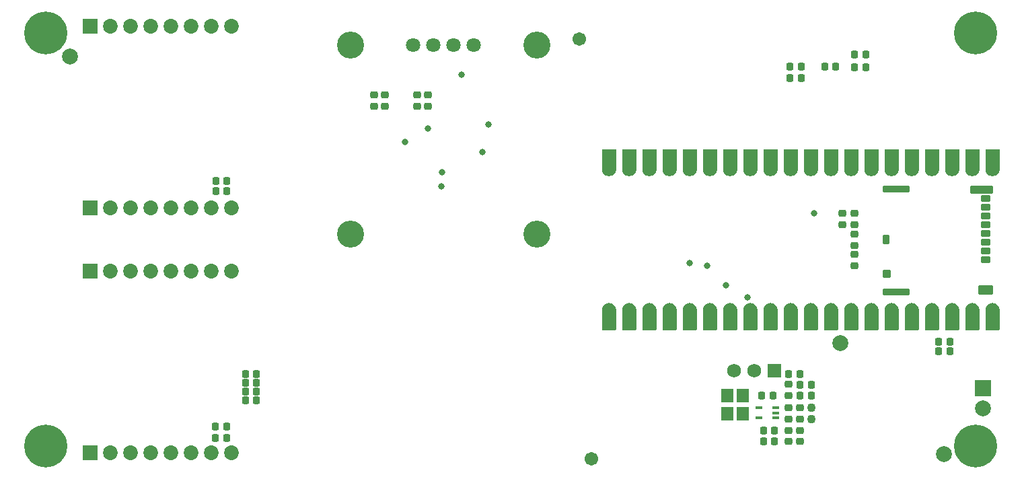
<source format=gbr>
%TF.GenerationSoftware,Altium Limited,Altium Designer,25.5.2 (35)*%
G04 Layer_Color=16711935*
%FSLAX45Y45*%
%MOMM*%
%TF.SameCoordinates,71E00EFA-37BE-4E02-AFE8-A08B7019828F*%
%TF.FilePolarity,Negative*%
%TF.FileFunction,Soldermask,Bot*%
%TF.Part,Single*%
G01*
G75*
%TA.AperFunction,FiducialPad,Global*%
%ADD91C,2.00000*%
%TA.AperFunction,SMDPad,CuDef*%
%ADD92C,0.80320*%
G04:AMPARAMS|DCode=96|XSize=0.9632mm|YSize=0.8636mm|CornerRadius=0.18415mm|HoleSize=0mm|Usage=FLASHONLY|Rotation=0.000|XOffset=0mm|YOffset=0mm|HoleType=Round|Shape=RoundedRectangle|*
%AMROUNDEDRECTD96*
21,1,0.96320,0.49530,0,0,0.0*
21,1,0.59490,0.86360,0,0,0.0*
1,1,0.36830,0.29745,-0.24765*
1,1,0.36830,-0.29745,-0.24765*
1,1,0.36830,-0.29745,0.24765*
1,1,0.36830,0.29745,0.24765*
%
%ADD96ROUNDEDRECTD96*%
G04:AMPARAMS|DCode=111|XSize=0.9632mm|YSize=0.8636mm|CornerRadius=0.18415mm|HoleSize=0mm|Usage=FLASHONLY|Rotation=90.000|XOffset=0mm|YOffset=0mm|HoleType=Round|Shape=RoundedRectangle|*
%AMROUNDEDRECTD111*
21,1,0.96320,0.49530,0,0,90.0*
21,1,0.59490,0.86360,0,0,90.0*
1,1,0.36830,0.24765,0.29745*
1,1,0.36830,0.24765,-0.29745*
1,1,0.36830,-0.24765,-0.29745*
1,1,0.36830,-0.24765,0.29745*
%
%ADD111ROUNDEDRECTD111*%
%TA.AperFunction,ComponentPad*%
%ADD113C,1.70320*%
%ADD114C,2.00320*%
%ADD115R,2.00320X2.00320*%
%ADD116C,1.80320*%
%ADD117C,1.85420*%
%ADD118R,1.85420X1.85420*%
%ADD119R,1.75320X1.75320*%
%ADD120C,1.75320*%
%ADD121C,1.10320*%
%TA.AperFunction,ViaPad*%
%ADD122C,3.40000*%
%ADD123C,5.40000*%
%TA.AperFunction,SMDPad,CuDef*%
%ADD124R,0.84000X0.44000*%
G04:AMPARAMS|DCode=125|XSize=0.8mm|YSize=1.2mm|CornerRadius=0.12mm|HoleSize=0mm|Usage=FLASHONLY|Rotation=270.000|XOffset=0mm|YOffset=0mm|HoleType=Round|Shape=RoundedRectangle|*
%AMROUNDEDRECTD125*
21,1,0.80000,0.96000,0,0,270.0*
21,1,0.56000,1.20000,0,0,270.0*
1,1,0.24000,-0.48000,-0.28000*
1,1,0.24000,-0.48000,0.28000*
1,1,0.24000,0.48000,0.28000*
1,1,0.24000,0.48000,-0.28000*
%
%ADD125ROUNDEDRECTD125*%
G04:AMPARAMS|DCode=126|XSize=0.96mm|YSize=2.9mm|CornerRadius=0.136mm|HoleSize=0mm|Usage=FLASHONLY|Rotation=270.000|XOffset=0mm|YOffset=0mm|HoleType=Round|Shape=RoundedRectangle|*
%AMROUNDEDRECTD126*
21,1,0.96000,2.62800,0,0,270.0*
21,1,0.68800,2.90000,0,0,270.0*
1,1,0.27200,-1.31400,-0.34400*
1,1,0.27200,-1.31400,0.34400*
1,1,0.27200,1.31400,0.34400*
1,1,0.27200,1.31400,-0.34400*
%
%ADD126ROUNDEDRECTD126*%
G04:AMPARAMS|DCode=127|XSize=0.8mm|YSize=3.4mm|CornerRadius=0.12mm|HoleSize=0mm|Usage=FLASHONLY|Rotation=270.000|XOffset=0mm|YOffset=0mm|HoleType=Round|Shape=RoundedRectangle|*
%AMROUNDEDRECTD127*
21,1,0.80000,3.16000,0,0,270.0*
21,1,0.56000,3.40000,0,0,270.0*
1,1,0.24000,-1.58000,-0.28000*
1,1,0.24000,-1.58000,0.28000*
1,1,0.24000,1.58000,0.28000*
1,1,0.24000,1.58000,-0.28000*
%
%ADD127ROUNDEDRECTD127*%
G04:AMPARAMS|DCode=128|XSize=0.8mm|YSize=3.4mm|CornerRadius=0.1375mm|HoleSize=0mm|Usage=FLASHONLY|Rotation=270.000|XOffset=0mm|YOffset=0mm|HoleType=Round|Shape=RoundedRectangle|*
%AMROUNDEDRECTD128*
21,1,0.80000,3.12500,0,0,270.0*
21,1,0.52500,3.40000,0,0,270.0*
1,1,0.27500,-1.56250,-0.26250*
1,1,0.27500,-1.56250,0.26250*
1,1,0.27500,1.56250,0.26250*
1,1,0.27500,1.56250,-0.26250*
%
%ADD128ROUNDEDRECTD128*%
G04:AMPARAMS|DCode=129|XSize=1.14mm|YSize=1.93mm|CornerRadius=0.154mm|HoleSize=0mm|Usage=FLASHONLY|Rotation=270.000|XOffset=0mm|YOffset=0mm|HoleType=Round|Shape=RoundedRectangle|*
%AMROUNDEDRECTD129*
21,1,1.14000,1.62200,0,0,270.0*
21,1,0.83200,1.93000,0,0,270.0*
1,1,0.30800,-0.81100,-0.41600*
1,1,0.30800,-0.81100,0.41600*
1,1,0.30800,0.81100,0.41600*
1,1,0.30800,0.81100,-0.41600*
%
%ADD129ROUNDEDRECTD129*%
G04:AMPARAMS|DCode=130|XSize=1.15mm|YSize=0.88mm|CornerRadius=0.128mm|HoleSize=0mm|Usage=FLASHONLY|Rotation=270.000|XOffset=0mm|YOffset=0mm|HoleType=Round|Shape=RoundedRectangle|*
%AMROUNDEDRECTD130*
21,1,1.15000,0.62400,0,0,270.0*
21,1,0.89400,0.88000,0,0,270.0*
1,1,0.25600,-0.31200,-0.44700*
1,1,0.25600,-0.31200,0.44700*
1,1,0.25600,0.31200,0.44700*
1,1,0.25600,0.31200,-0.44700*
%
%ADD130ROUNDEDRECTD130*%
G04:AMPARAMS|DCode=131|XSize=1mm|YSize=1.03mm|CornerRadius=0.14mm|HoleSize=0mm|Usage=FLASHONLY|Rotation=270.000|XOffset=0mm|YOffset=0mm|HoleType=Round|Shape=RoundedRectangle|*
%AMROUNDEDRECTD131*
21,1,1.00000,0.75000,0,0,270.0*
21,1,0.72000,1.03000,0,0,270.0*
1,1,0.28000,-0.37500,-0.36000*
1,1,0.28000,-0.37500,0.36000*
1,1,0.28000,0.37500,0.36000*
1,1,0.28000,0.37500,-0.36000*
%
%ADD131ROUNDEDRECTD131*%
%ADD132R,1.53320X1.77320*%
G36*
X12393005Y4139183D02*
X12393666Y4139139D01*
X12394324Y4139097D01*
X12394329Y4139096D01*
X12394334Y4139096D01*
X12394967Y4138970D01*
X12395631Y4138838D01*
X12395635Y4138837D01*
X12395640Y4138836D01*
X12396235Y4138634D01*
X12396892Y4138412D01*
X12396896Y4138409D01*
X12396901Y4138408D01*
X12397494Y4138115D01*
X12398087Y4137823D01*
X12398091Y4137821D01*
X12398096Y4137818D01*
X12398720Y4137401D01*
X12399195Y4137084D01*
X12399198Y4137082D01*
X12399203Y4137079D01*
X12399754Y4136595D01*
X12400197Y4136207D01*
X12400201Y4136204D01*
X12400204Y4136201D01*
X12400646Y4135697D01*
X12401076Y4135207D01*
X12401079Y4135203D01*
X12401082Y4135199D01*
X12401461Y4134633D01*
X12401817Y4134100D01*
X12401820Y4134096D01*
X12401822Y4134092D01*
X12402111Y4133507D01*
X12402408Y4132906D01*
X12402409Y4132902D01*
X12402412Y4132897D01*
X12402632Y4132249D01*
X12402837Y4131646D01*
X12402838Y4131641D01*
X12402840Y4131636D01*
X12402970Y4130982D01*
X12403098Y4130339D01*
X12403098Y4130335D01*
X12403099Y4130330D01*
X12403142Y4129681D01*
X12403187Y4129011D01*
X12403417Y3889266D01*
X12403417Y3889262D01*
X12403417Y3889258D01*
X12403418Y3884015D01*
Y3884014D01*
D01*
X12403331Y3882685D01*
X12401964Y3872288D01*
X12401790Y3871415D01*
X12401704Y3870981D01*
X12398990Y3860851D01*
X12398562Y3859590D01*
X12398562Y3859589D01*
X12394550Y3849902D01*
X12394549Y3849900D01*
X12393960Y3848706D01*
X12388717Y3839624D01*
X12387977Y3838516D01*
X12387976Y3838516D01*
X12381592Y3830196D01*
X12380714Y3829195D01*
X12380714Y3829195D01*
X12380714Y3829194D01*
X12373298Y3821779D01*
X12372297Y3820901D01*
X12363976Y3814518D01*
X12362869Y3813778D01*
D01*
X12362868Y3813777D01*
X12353785Y3808535D01*
X12352591Y3807946D01*
X12342901Y3803934D01*
X12342045Y3803644D01*
X12341640Y3803506D01*
X12331509Y3800794D01*
X12330203Y3800534D01*
X12330202D01*
X12319805Y3799168D01*
X12318476Y3799081D01*
D01*
X12318476D01*
X12313233Y3799082D01*
X12307993Y3799082D01*
X12307992D01*
D01*
X12306663Y3799168D01*
X12296267Y3800536D01*
X12296266D01*
X12294960Y3800796D01*
X12284831Y3803510D01*
X12283570Y3803938D01*
X12283566Y3803939D01*
X12273883Y3807950D01*
X12273881Y3807950D01*
X12273487Y3808145D01*
X12272687Y3808539D01*
X12272684Y3808541D01*
X12263605Y3813782D01*
X12262498Y3814522D01*
X12262497Y3814522D01*
X12254178Y3820905D01*
X12253176Y3821784D01*
X12245762Y3829198D01*
Y3829199D01*
X12245761D01*
X12244883Y3830200D01*
X12238500Y3838519D01*
X12238499Y3838519D01*
X12237759Y3839627D01*
X12232516Y3848708D01*
X12231927Y3849903D01*
X12227914Y3859591D01*
X12227486Y3860852D01*
X12227486Y3860853D01*
X12224773Y3870979D01*
X12224772Y3870982D01*
X12224564Y3872028D01*
X12224513Y3872287D01*
Y3872288D01*
X12223145Y3882683D01*
X12223144Y3882685D01*
X12223070Y3883828D01*
X12223057Y3884014D01*
Y3884014D01*
Y3884014D01*
X12223058Y3889243D01*
X12223058Y3889246D01*
X12222823Y4128992D01*
X12222823Y4128997D01*
X12222823Y4129002D01*
X12222867Y4129680D01*
X12222908Y4130321D01*
X12222910Y4130326D01*
X12222910Y4130331D01*
X12223046Y4131014D01*
X12223167Y4131628D01*
X12223169Y4131632D01*
X12223170Y4131637D01*
X12223398Y4132312D01*
X12223594Y4132889D01*
X12223596Y4132893D01*
X12223598Y4132899D01*
X12223889Y4133489D01*
X12224182Y4134084D01*
X12224185Y4134089D01*
X12224187Y4134093D01*
X12224558Y4134648D01*
X12224921Y4135192D01*
X12224923Y4135196D01*
X12224927Y4135201D01*
X12225395Y4135735D01*
X12225798Y4136195D01*
X12225802Y4136198D01*
X12225805Y4136202D01*
X12226317Y4136651D01*
X12226798Y4137074D01*
X12226802Y4137076D01*
X12226806Y4137080D01*
X12227404Y4137480D01*
X12227905Y4137815D01*
X12227909Y4137817D01*
X12227914Y4137820D01*
X12228678Y4138197D01*
X12229099Y4138405D01*
X12229102Y4138406D01*
X12229108Y4138409D01*
X12229939Y4138691D01*
X12230360Y4138834D01*
X12230363Y4138835D01*
X12230369Y4138837D01*
X12231224Y4139007D01*
X12231666Y4139095D01*
X12231669Y4139096D01*
X12231676Y4139097D01*
X12232428Y4139146D01*
X12232995Y4139184D01*
X12233000Y4139184D01*
X12233004Y4139184D01*
X12393005Y4139183D01*
D02*
G37*
G36*
X12139005D02*
X12139666Y4139139D01*
X12140324Y4139097D01*
X12140329Y4139096D01*
X12140334Y4139096D01*
X12140967Y4138970D01*
X12141631Y4138838D01*
X12141635Y4138837D01*
X12141640Y4138836D01*
X12142235Y4138634D01*
X12142892Y4138412D01*
X12142896Y4138409D01*
X12142901Y4138408D01*
X12143494Y4138115D01*
X12144087Y4137823D01*
X12144091Y4137821D01*
X12144096Y4137818D01*
X12144720Y4137401D01*
X12145195Y4137084D01*
X12145198Y4137082D01*
X12145203Y4137079D01*
X12145754Y4136595D01*
X12146197Y4136207D01*
X12146201Y4136204D01*
X12146204Y4136201D01*
X12146646Y4135697D01*
X12147076Y4135207D01*
X12147079Y4135203D01*
X12147082Y4135199D01*
X12147461Y4134633D01*
X12147817Y4134100D01*
X12147820Y4134096D01*
X12147822Y4134092D01*
X12148111Y4133507D01*
X12148408Y4132906D01*
X12148409Y4132902D01*
X12148412Y4132897D01*
X12148632Y4132249D01*
X12148837Y4131646D01*
X12148838Y4131641D01*
X12148840Y4131636D01*
X12148970Y4130982D01*
X12149098Y4130339D01*
X12149098Y4130335D01*
X12149099Y4130330D01*
X12149142Y4129681D01*
X12149187Y4129011D01*
X12149417Y3889266D01*
X12149417Y3889262D01*
X12149417Y3889258D01*
X12149418Y3884015D01*
Y3884014D01*
D01*
X12149331Y3882685D01*
X12147964Y3872288D01*
X12147790Y3871415D01*
X12147704Y3870981D01*
X12144990Y3860851D01*
X12144562Y3859590D01*
X12144562Y3859589D01*
X12140550Y3849902D01*
X12140549Y3849900D01*
X12139960Y3848706D01*
X12134717Y3839624D01*
X12133977Y3838516D01*
X12133976Y3838516D01*
X12127592Y3830196D01*
X12126714Y3829195D01*
X12126714Y3829195D01*
X12126714Y3829194D01*
X12119298Y3821779D01*
X12118297Y3820901D01*
X12109976Y3814518D01*
X12108869Y3813778D01*
D01*
X12108868Y3813777D01*
X12099785Y3808535D01*
X12098591Y3807946D01*
X12088901Y3803934D01*
X12088045Y3803644D01*
X12087640Y3803506D01*
X12077509Y3800794D01*
X12076203Y3800534D01*
X12076202D01*
X12065805Y3799168D01*
X12064476Y3799081D01*
D01*
X12064476D01*
X12059233Y3799082D01*
X12053993Y3799082D01*
X12053992D01*
D01*
X12052663Y3799168D01*
X12042267Y3800536D01*
X12042266D01*
X12040960Y3800796D01*
X12030831Y3803510D01*
X12029570Y3803938D01*
X12029566Y3803939D01*
X12019883Y3807950D01*
X12019881Y3807950D01*
X12019487Y3808145D01*
X12018687Y3808539D01*
X12018684Y3808541D01*
X12009605Y3813782D01*
X12008498Y3814522D01*
X12008497Y3814522D01*
X12000178Y3820905D01*
X11999176Y3821784D01*
X11991762Y3829198D01*
Y3829199D01*
X11991761D01*
X11990883Y3830200D01*
X11984500Y3838519D01*
X11984499Y3838519D01*
X11983759Y3839627D01*
X11978516Y3848708D01*
X11977927Y3849903D01*
X11973914Y3859591D01*
X11973486Y3860852D01*
X11973486Y3860853D01*
X11970773Y3870979D01*
X11970772Y3870982D01*
X11970564Y3872028D01*
X11970513Y3872287D01*
Y3872288D01*
X11969145Y3882683D01*
X11969144Y3882685D01*
X11969070Y3883828D01*
X11969057Y3884014D01*
Y3884014D01*
Y3884014D01*
X11969058Y3889243D01*
X11969058Y3889246D01*
X11968823Y4128992D01*
X11968823Y4128997D01*
X11968823Y4129002D01*
X11968867Y4129680D01*
X11968908Y4130321D01*
X11968910Y4130326D01*
X11968910Y4130331D01*
X11969046Y4131014D01*
X11969167Y4131628D01*
X11969169Y4131632D01*
X11969170Y4131637D01*
X11969398Y4132312D01*
X11969594Y4132889D01*
X11969596Y4132893D01*
X11969598Y4132899D01*
X11969889Y4133489D01*
X11970182Y4134084D01*
X11970185Y4134089D01*
X11970187Y4134093D01*
X11970558Y4134648D01*
X11970921Y4135192D01*
X11970923Y4135196D01*
X11970927Y4135201D01*
X11971395Y4135735D01*
X11971798Y4136195D01*
X11971802Y4136198D01*
X11971805Y4136202D01*
X11972317Y4136651D01*
X11972798Y4137074D01*
X11972802Y4137076D01*
X11972806Y4137080D01*
X11973404Y4137480D01*
X11973905Y4137815D01*
X11973909Y4137817D01*
X11973914Y4137820D01*
X11974678Y4138197D01*
X11975099Y4138405D01*
X11975102Y4138406D01*
X11975108Y4138409D01*
X11975939Y4138691D01*
X11976360Y4138834D01*
X11976363Y4138835D01*
X11976369Y4138837D01*
X11977224Y4139007D01*
X11977666Y4139095D01*
X11977669Y4139096D01*
X11977676Y4139097D01*
X11978428Y4139146D01*
X11978995Y4139184D01*
X11979000Y4139184D01*
X11979004Y4139184D01*
X12139005Y4139183D01*
D02*
G37*
G36*
X11885005D02*
X11885666Y4139139D01*
X11886324Y4139097D01*
X11886329Y4139096D01*
X11886334Y4139096D01*
X11886967Y4138970D01*
X11887631Y4138838D01*
X11887635Y4138837D01*
X11887640Y4138836D01*
X11888235Y4138634D01*
X11888892Y4138412D01*
X11888896Y4138409D01*
X11888901Y4138408D01*
X11889494Y4138115D01*
X11890087Y4137823D01*
X11890091Y4137821D01*
X11890096Y4137818D01*
X11890720Y4137401D01*
X11891195Y4137084D01*
X11891198Y4137082D01*
X11891203Y4137079D01*
X11891754Y4136595D01*
X11892197Y4136207D01*
X11892201Y4136204D01*
X11892204Y4136201D01*
X11892646Y4135697D01*
X11893076Y4135207D01*
X11893079Y4135203D01*
X11893082Y4135199D01*
X11893461Y4134633D01*
X11893817Y4134100D01*
X11893820Y4134096D01*
X11893822Y4134092D01*
X11894111Y4133507D01*
X11894408Y4132906D01*
X11894409Y4132902D01*
X11894412Y4132897D01*
X11894632Y4132249D01*
X11894837Y4131646D01*
X11894838Y4131641D01*
X11894840Y4131636D01*
X11894970Y4130982D01*
X11895098Y4130339D01*
X11895098Y4130335D01*
X11895099Y4130330D01*
X11895142Y4129681D01*
X11895187Y4129011D01*
X11895417Y3889266D01*
X11895417Y3889262D01*
X11895417Y3889258D01*
X11895418Y3884015D01*
Y3884014D01*
D01*
X11895331Y3882685D01*
X11893964Y3872288D01*
X11893790Y3871415D01*
X11893704Y3870981D01*
X11890990Y3860851D01*
X11890562Y3859590D01*
X11890562Y3859589D01*
X11886550Y3849902D01*
X11886549Y3849900D01*
X11885960Y3848706D01*
X11880717Y3839624D01*
X11879977Y3838516D01*
X11879976Y3838516D01*
X11873592Y3830196D01*
X11872714Y3829195D01*
X11872714Y3829195D01*
X11872714Y3829194D01*
X11865298Y3821779D01*
X11864297Y3820901D01*
X11855976Y3814518D01*
X11854869Y3813778D01*
D01*
X11854868Y3813777D01*
X11845785Y3808535D01*
X11844591Y3807946D01*
X11834901Y3803934D01*
X11834045Y3803644D01*
X11833640Y3803506D01*
X11823510Y3800794D01*
X11822203Y3800534D01*
X11822202D01*
X11811805Y3799168D01*
X11810476Y3799081D01*
D01*
X11810476D01*
X11805233Y3799082D01*
X11799993Y3799082D01*
X11799992D01*
D01*
X11798663Y3799168D01*
X11788267Y3800536D01*
X11788266D01*
X11786960Y3800796D01*
X11776831Y3803510D01*
X11775570Y3803938D01*
X11775566Y3803939D01*
X11765883Y3807950D01*
X11765881Y3807950D01*
X11765487Y3808145D01*
X11764687Y3808539D01*
X11764684Y3808541D01*
X11755605Y3813782D01*
X11754498Y3814522D01*
X11754497Y3814522D01*
X11746178Y3820905D01*
X11745176Y3821784D01*
X11737762Y3829198D01*
Y3829199D01*
X11737761D01*
X11736883Y3830200D01*
X11730500Y3838519D01*
X11730499Y3838519D01*
X11729759Y3839627D01*
X11724516Y3848708D01*
X11723927Y3849903D01*
X11719914Y3859591D01*
X11719486Y3860852D01*
X11719486Y3860853D01*
X11716773Y3870979D01*
X11716772Y3870982D01*
X11716564Y3872028D01*
X11716513Y3872287D01*
Y3872288D01*
X11715145Y3882683D01*
X11715144Y3882685D01*
X11715070Y3883828D01*
X11715057Y3884014D01*
Y3884014D01*
Y3884014D01*
X11715058Y3889243D01*
X11715058Y3889246D01*
X11714823Y4128992D01*
X11714823Y4128997D01*
X11714823Y4129002D01*
X11714867Y4129680D01*
X11714908Y4130321D01*
X11714910Y4130326D01*
X11714910Y4130331D01*
X11715046Y4131014D01*
X11715167Y4131628D01*
X11715169Y4131632D01*
X11715170Y4131637D01*
X11715398Y4132312D01*
X11715594Y4132889D01*
X11715596Y4132893D01*
X11715598Y4132899D01*
X11715889Y4133489D01*
X11716182Y4134084D01*
X11716185Y4134089D01*
X11716187Y4134093D01*
X11716558Y4134648D01*
X11716921Y4135192D01*
X11716923Y4135196D01*
X11716927Y4135201D01*
X11717395Y4135735D01*
X11717798Y4136195D01*
X11717802Y4136198D01*
X11717805Y4136202D01*
X11718317Y4136651D01*
X11718798Y4137074D01*
X11718802Y4137076D01*
X11718806Y4137080D01*
X11719404Y4137480D01*
X11719905Y4137815D01*
X11719909Y4137817D01*
X11719914Y4137820D01*
X11720678Y4138197D01*
X11721099Y4138405D01*
X11721102Y4138406D01*
X11721108Y4138409D01*
X11721939Y4138691D01*
X11722360Y4138834D01*
X11722363Y4138835D01*
X11722369Y4138837D01*
X11723224Y4139007D01*
X11723666Y4139095D01*
X11723669Y4139096D01*
X11723676Y4139097D01*
X11724428Y4139146D01*
X11724995Y4139184D01*
X11725000Y4139184D01*
X11725004Y4139184D01*
X11885005Y4139183D01*
D02*
G37*
G36*
X11631005D02*
X11631666Y4139139D01*
X11632324Y4139097D01*
X11632329Y4139096D01*
X11632334Y4139096D01*
X11632967Y4138970D01*
X11633631Y4138838D01*
X11633635Y4138837D01*
X11633640Y4138836D01*
X11634235Y4138634D01*
X11634892Y4138412D01*
X11634896Y4138409D01*
X11634901Y4138408D01*
X11635494Y4138115D01*
X11636087Y4137823D01*
X11636091Y4137821D01*
X11636096Y4137818D01*
X11636720Y4137401D01*
X11637195Y4137084D01*
X11637198Y4137082D01*
X11637203Y4137079D01*
X11637754Y4136595D01*
X11638197Y4136207D01*
X11638201Y4136204D01*
X11638204Y4136201D01*
X11638646Y4135697D01*
X11639076Y4135207D01*
X11639079Y4135203D01*
X11639082Y4135199D01*
X11639461Y4134633D01*
X11639817Y4134100D01*
X11639820Y4134096D01*
X11639822Y4134092D01*
X11640111Y4133507D01*
X11640408Y4132906D01*
X11640409Y4132902D01*
X11640412Y4132897D01*
X11640632Y4132249D01*
X11640837Y4131646D01*
X11640838Y4131641D01*
X11640840Y4131636D01*
X11640970Y4130982D01*
X11641098Y4130339D01*
X11641098Y4130335D01*
X11641099Y4130330D01*
X11641142Y4129681D01*
X11641187Y4129011D01*
X11641417Y3889266D01*
X11641417Y3889262D01*
X11641417Y3889258D01*
X11641418Y3884015D01*
Y3884014D01*
D01*
X11641331Y3882685D01*
X11639964Y3872288D01*
X11639790Y3871415D01*
X11639704Y3870981D01*
X11636990Y3860851D01*
X11636562Y3859590D01*
X11636562Y3859589D01*
X11632550Y3849902D01*
X11632549Y3849900D01*
X11631960Y3848706D01*
X11626717Y3839624D01*
X11625977Y3838516D01*
X11625976Y3838516D01*
X11619592Y3830196D01*
X11618714Y3829195D01*
X11618714Y3829195D01*
X11618714Y3829194D01*
X11611298Y3821779D01*
X11610297Y3820901D01*
X11601976Y3814518D01*
X11600869Y3813778D01*
D01*
X11600868Y3813777D01*
X11591785Y3808535D01*
X11590591Y3807946D01*
X11580901Y3803934D01*
X11580045Y3803644D01*
X11579640Y3803506D01*
X11569509Y3800794D01*
X11568203Y3800534D01*
X11568202D01*
X11557805Y3799168D01*
X11556476Y3799081D01*
D01*
X11556476D01*
X11551233Y3799082D01*
X11545993Y3799082D01*
X11545992D01*
D01*
X11544663Y3799168D01*
X11534267Y3800536D01*
X11534266D01*
X11532960Y3800796D01*
X11522831Y3803510D01*
X11521570Y3803938D01*
X11521566Y3803939D01*
X11511883Y3807950D01*
X11511881Y3807950D01*
X11511487Y3808145D01*
X11510687Y3808539D01*
X11510684Y3808541D01*
X11501605Y3813782D01*
X11500498Y3814522D01*
X11500497Y3814522D01*
X11492178Y3820905D01*
X11491176Y3821784D01*
X11483762Y3829198D01*
Y3829199D01*
X11483761D01*
X11482883Y3830200D01*
X11476500Y3838519D01*
X11476499Y3838519D01*
X11475759Y3839627D01*
X11470516Y3848708D01*
X11469927Y3849903D01*
X11465914Y3859591D01*
X11465486Y3860852D01*
X11465486Y3860853D01*
X11462773Y3870979D01*
X11462772Y3870982D01*
X11462564Y3872028D01*
X11462513Y3872287D01*
Y3872288D01*
X11461145Y3882683D01*
X11461144Y3882685D01*
X11461070Y3883828D01*
X11461057Y3884014D01*
Y3884014D01*
Y3884014D01*
X11461058Y3889243D01*
X11461058Y3889246D01*
X11460823Y4128992D01*
X11460823Y4128997D01*
X11460823Y4129002D01*
X11460867Y4129680D01*
X11460908Y4130321D01*
X11460910Y4130326D01*
X11460910Y4130331D01*
X11461046Y4131014D01*
X11461167Y4131628D01*
X11461169Y4131632D01*
X11461170Y4131637D01*
X11461398Y4132312D01*
X11461594Y4132889D01*
X11461596Y4132893D01*
X11461598Y4132899D01*
X11461889Y4133489D01*
X11462182Y4134084D01*
X11462185Y4134089D01*
X11462187Y4134093D01*
X11462558Y4134648D01*
X11462921Y4135192D01*
X11462923Y4135196D01*
X11462927Y4135201D01*
X11463395Y4135735D01*
X11463798Y4136195D01*
X11463802Y4136198D01*
X11463805Y4136202D01*
X11464317Y4136651D01*
X11464798Y4137074D01*
X11464802Y4137076D01*
X11464806Y4137080D01*
X11465404Y4137480D01*
X11465905Y4137815D01*
X11465909Y4137817D01*
X11465914Y4137820D01*
X11466678Y4138197D01*
X11467099Y4138405D01*
X11467102Y4138406D01*
X11467108Y4138409D01*
X11467939Y4138691D01*
X11468360Y4138834D01*
X11468363Y4138835D01*
X11468369Y4138837D01*
X11469224Y4139007D01*
X11469666Y4139095D01*
X11469669Y4139096D01*
X11469676Y4139097D01*
X11470428Y4139146D01*
X11470995Y4139184D01*
X11471000Y4139184D01*
X11471004Y4139184D01*
X11631005Y4139183D01*
D02*
G37*
G36*
X11377005D02*
X11377666Y4139139D01*
X11378324Y4139097D01*
X11378329Y4139096D01*
X11378334Y4139096D01*
X11378967Y4138970D01*
X11379631Y4138838D01*
X11379635Y4138837D01*
X11379640Y4138836D01*
X11380235Y4138634D01*
X11380892Y4138412D01*
X11380896Y4138409D01*
X11380901Y4138408D01*
X11381494Y4138115D01*
X11382087Y4137823D01*
X11382091Y4137821D01*
X11382096Y4137818D01*
X11382720Y4137401D01*
X11383195Y4137084D01*
X11383198Y4137082D01*
X11383203Y4137079D01*
X11383754Y4136595D01*
X11384197Y4136207D01*
X11384201Y4136204D01*
X11384204Y4136201D01*
X11384646Y4135697D01*
X11385076Y4135207D01*
X11385079Y4135203D01*
X11385082Y4135199D01*
X11385461Y4134633D01*
X11385817Y4134100D01*
X11385820Y4134096D01*
X11385822Y4134092D01*
X11386111Y4133507D01*
X11386408Y4132906D01*
X11386409Y4132902D01*
X11386412Y4132897D01*
X11386632Y4132249D01*
X11386837Y4131646D01*
X11386838Y4131641D01*
X11386840Y4131636D01*
X11386970Y4130982D01*
X11387098Y4130339D01*
X11387098Y4130335D01*
X11387099Y4130330D01*
X11387142Y4129681D01*
X11387187Y4129011D01*
X11387417Y3889266D01*
X11387417Y3889262D01*
X11387417Y3889258D01*
X11387418Y3884015D01*
Y3884014D01*
D01*
X11387331Y3882685D01*
X11385964Y3872288D01*
X11385790Y3871415D01*
X11385704Y3870981D01*
X11382990Y3860851D01*
X11382562Y3859590D01*
X11382562Y3859589D01*
X11378550Y3849902D01*
X11378549Y3849900D01*
X11377960Y3848706D01*
X11372717Y3839624D01*
X11371977Y3838516D01*
X11371976Y3838516D01*
X11365592Y3830196D01*
X11364714Y3829195D01*
X11364714Y3829195D01*
X11364714Y3829194D01*
X11357298Y3821779D01*
X11356297Y3820901D01*
X11347976Y3814518D01*
X11346869Y3813778D01*
D01*
X11346868Y3813777D01*
X11337785Y3808535D01*
X11336591Y3807946D01*
X11326901Y3803934D01*
X11326045Y3803644D01*
X11325640Y3803506D01*
X11315509Y3800794D01*
X11314203Y3800534D01*
X11314202D01*
X11303805Y3799168D01*
X11302476Y3799081D01*
D01*
X11302476D01*
X11297233Y3799082D01*
X11291993Y3799082D01*
X11291992D01*
D01*
X11290663Y3799168D01*
X11280267Y3800536D01*
X11280266D01*
X11278960Y3800796D01*
X11268831Y3803510D01*
X11267570Y3803938D01*
X11267566Y3803939D01*
X11257883Y3807950D01*
X11257881Y3807950D01*
X11257487Y3808145D01*
X11256687Y3808539D01*
X11256684Y3808541D01*
X11247605Y3813782D01*
X11246498Y3814522D01*
X11246497Y3814522D01*
X11238178Y3820905D01*
X11237176Y3821784D01*
X11229762Y3829198D01*
Y3829199D01*
X11229761D01*
X11228883Y3830200D01*
X11222500Y3838519D01*
X11222499Y3838519D01*
X11221759Y3839627D01*
X11216516Y3848708D01*
X11215927Y3849903D01*
X11211914Y3859591D01*
X11211486Y3860852D01*
X11211486Y3860853D01*
X11208773Y3870979D01*
X11208772Y3870982D01*
X11208564Y3872028D01*
X11208513Y3872287D01*
Y3872288D01*
X11207145Y3882683D01*
X11207144Y3882685D01*
X11207070Y3883828D01*
X11207057Y3884014D01*
Y3884014D01*
Y3884014D01*
X11207058Y3889243D01*
X11207058Y3889246D01*
X11206823Y4128992D01*
X11206823Y4128997D01*
X11206823Y4129002D01*
X11206867Y4129680D01*
X11206908Y4130321D01*
X11206910Y4130326D01*
X11206910Y4130331D01*
X11207046Y4131014D01*
X11207167Y4131628D01*
X11207169Y4131632D01*
X11207170Y4131637D01*
X11207398Y4132312D01*
X11207594Y4132889D01*
X11207596Y4132893D01*
X11207598Y4132899D01*
X11207889Y4133489D01*
X11208182Y4134084D01*
X11208185Y4134089D01*
X11208187Y4134093D01*
X11208558Y4134648D01*
X11208921Y4135192D01*
X11208923Y4135196D01*
X11208927Y4135201D01*
X11209395Y4135735D01*
X11209798Y4136195D01*
X11209802Y4136198D01*
X11209805Y4136202D01*
X11210317Y4136651D01*
X11210798Y4137074D01*
X11210802Y4137076D01*
X11210806Y4137080D01*
X11211404Y4137480D01*
X11211905Y4137815D01*
X11211909Y4137817D01*
X11211914Y4137820D01*
X11212678Y4138197D01*
X11213099Y4138405D01*
X11213102Y4138406D01*
X11213108Y4138409D01*
X11213939Y4138691D01*
X11214360Y4138834D01*
X11214363Y4138835D01*
X11214369Y4138837D01*
X11215224Y4139007D01*
X11215666Y4139095D01*
X11215669Y4139096D01*
X11215676Y4139097D01*
X11216428Y4139146D01*
X11216995Y4139184D01*
X11217000Y4139184D01*
X11217004Y4139184D01*
X11377005Y4139183D01*
D02*
G37*
G36*
X11123005D02*
X11123666Y4139139D01*
X11124324Y4139097D01*
X11124329Y4139096D01*
X11124334Y4139096D01*
X11124967Y4138970D01*
X11125631Y4138838D01*
X11125635Y4138837D01*
X11125640Y4138836D01*
X11126235Y4138634D01*
X11126892Y4138412D01*
X11126896Y4138409D01*
X11126901Y4138408D01*
X11127494Y4138115D01*
X11128087Y4137823D01*
X11128091Y4137821D01*
X11128096Y4137818D01*
X11128720Y4137401D01*
X11129195Y4137084D01*
X11129198Y4137082D01*
X11129203Y4137079D01*
X11129754Y4136595D01*
X11130197Y4136207D01*
X11130201Y4136204D01*
X11130204Y4136201D01*
X11130646Y4135697D01*
X11131076Y4135207D01*
X11131079Y4135203D01*
X11131082Y4135199D01*
X11131461Y4134633D01*
X11131817Y4134100D01*
X11131820Y4134096D01*
X11131822Y4134092D01*
X11132111Y4133507D01*
X11132408Y4132906D01*
X11132409Y4132902D01*
X11132412Y4132897D01*
X11132632Y4132249D01*
X11132837Y4131646D01*
X11132838Y4131641D01*
X11132840Y4131636D01*
X11132970Y4130982D01*
X11133098Y4130339D01*
X11133098Y4130335D01*
X11133099Y4130330D01*
X11133142Y4129681D01*
X11133187Y4129011D01*
X11133417Y3889266D01*
X11133417Y3889262D01*
X11133417Y3889258D01*
X11133418Y3884015D01*
Y3884014D01*
D01*
X11133331Y3882685D01*
X11131964Y3872288D01*
X11131790Y3871415D01*
X11131704Y3870981D01*
X11128990Y3860851D01*
X11128562Y3859590D01*
X11128562Y3859589D01*
X11124550Y3849902D01*
X11124549Y3849900D01*
X11123960Y3848706D01*
X11118717Y3839624D01*
X11117977Y3838516D01*
X11117976Y3838516D01*
X11111592Y3830196D01*
X11110714Y3829195D01*
X11110714Y3829195D01*
X11110714Y3829194D01*
X11103298Y3821779D01*
X11102297Y3820901D01*
X11093976Y3814518D01*
X11092869Y3813778D01*
D01*
X11092868Y3813777D01*
X11083785Y3808535D01*
X11082591Y3807946D01*
X11072901Y3803934D01*
X11072045Y3803644D01*
X11071640Y3803506D01*
X11061509Y3800794D01*
X11060203Y3800534D01*
X11060202D01*
X11049805Y3799168D01*
X11048476Y3799081D01*
D01*
X11048476D01*
X11043233Y3799082D01*
X11037993Y3799082D01*
X11037992D01*
D01*
X11036663Y3799168D01*
X11026267Y3800536D01*
X11026266D01*
X11024960Y3800796D01*
X11014831Y3803510D01*
X11013570Y3803938D01*
X11013566Y3803939D01*
X11003883Y3807950D01*
X11003881Y3807950D01*
X11003487Y3808145D01*
X11002687Y3808539D01*
X11002684Y3808541D01*
X10993605Y3813782D01*
X10992498Y3814522D01*
X10992497Y3814522D01*
X10984178Y3820905D01*
X10983176Y3821784D01*
X10975762Y3829198D01*
Y3829199D01*
X10975761D01*
X10974883Y3830200D01*
X10968500Y3838519D01*
X10968499Y3838519D01*
X10967759Y3839627D01*
X10962516Y3848708D01*
X10961927Y3849903D01*
X10957914Y3859591D01*
X10957486Y3860852D01*
X10957486Y3860853D01*
X10954773Y3870979D01*
X10954772Y3870982D01*
X10954564Y3872028D01*
X10954513Y3872287D01*
Y3872288D01*
X10953145Y3882683D01*
X10953144Y3882685D01*
X10953070Y3883828D01*
X10953057Y3884014D01*
Y3884014D01*
Y3884014D01*
X10953058Y3889243D01*
X10953058Y3889246D01*
X10952823Y4128992D01*
X10952823Y4128997D01*
X10952823Y4129002D01*
X10952867Y4129680D01*
X10952908Y4130321D01*
X10952910Y4130326D01*
X10952910Y4130331D01*
X10953046Y4131014D01*
X10953167Y4131628D01*
X10953169Y4131632D01*
X10953170Y4131637D01*
X10953398Y4132312D01*
X10953594Y4132889D01*
X10953596Y4132893D01*
X10953598Y4132899D01*
X10953889Y4133489D01*
X10954182Y4134084D01*
X10954185Y4134089D01*
X10954187Y4134093D01*
X10954558Y4134648D01*
X10954921Y4135192D01*
X10954923Y4135196D01*
X10954927Y4135201D01*
X10955395Y4135735D01*
X10955798Y4136195D01*
X10955802Y4136198D01*
X10955805Y4136202D01*
X10956317Y4136651D01*
X10956798Y4137074D01*
X10956802Y4137076D01*
X10956806Y4137080D01*
X10957404Y4137480D01*
X10957905Y4137815D01*
X10957909Y4137817D01*
X10957914Y4137820D01*
X10958678Y4138197D01*
X10959099Y4138405D01*
X10959102Y4138406D01*
X10959108Y4138409D01*
X10959939Y4138691D01*
X10960360Y4138834D01*
X10960363Y4138835D01*
X10960369Y4138837D01*
X10961224Y4139007D01*
X10961666Y4139095D01*
X10961669Y4139096D01*
X10961676Y4139097D01*
X10962428Y4139146D01*
X10962995Y4139184D01*
X10963000Y4139184D01*
X10963004Y4139184D01*
X11123005Y4139183D01*
D02*
G37*
G36*
X10869005D02*
X10869666Y4139139D01*
X10870324Y4139097D01*
X10870329Y4139096D01*
X10870334Y4139096D01*
X10870967Y4138970D01*
X10871631Y4138838D01*
X10871635Y4138837D01*
X10871640Y4138836D01*
X10872235Y4138634D01*
X10872892Y4138412D01*
X10872896Y4138409D01*
X10872901Y4138408D01*
X10873494Y4138115D01*
X10874087Y4137823D01*
X10874091Y4137821D01*
X10874096Y4137818D01*
X10874720Y4137401D01*
X10875195Y4137084D01*
X10875198Y4137082D01*
X10875203Y4137079D01*
X10875754Y4136595D01*
X10876197Y4136207D01*
X10876201Y4136204D01*
X10876204Y4136201D01*
X10876646Y4135697D01*
X10877076Y4135207D01*
X10877079Y4135203D01*
X10877082Y4135199D01*
X10877461Y4134633D01*
X10877817Y4134100D01*
X10877820Y4134096D01*
X10877822Y4134092D01*
X10878111Y4133507D01*
X10878408Y4132906D01*
X10878409Y4132902D01*
X10878412Y4132897D01*
X10878632Y4132249D01*
X10878837Y4131646D01*
X10878838Y4131641D01*
X10878840Y4131636D01*
X10878970Y4130982D01*
X10879098Y4130339D01*
X10879098Y4130335D01*
X10879099Y4130330D01*
X10879142Y4129681D01*
X10879187Y4129011D01*
X10879417Y3889266D01*
X10879417Y3889262D01*
X10879417Y3889258D01*
X10879418Y3884015D01*
Y3884014D01*
D01*
X10879331Y3882685D01*
X10877964Y3872288D01*
X10877790Y3871415D01*
X10877704Y3870981D01*
X10874990Y3860851D01*
X10874562Y3859590D01*
X10874562Y3859589D01*
X10870550Y3849902D01*
X10870549Y3849900D01*
X10869960Y3848706D01*
X10864717Y3839624D01*
X10863977Y3838516D01*
X10863976Y3838516D01*
X10857592Y3830196D01*
X10856714Y3829195D01*
X10856714Y3829195D01*
X10856714Y3829194D01*
X10849298Y3821779D01*
X10848297Y3820901D01*
X10839976Y3814518D01*
X10838869Y3813778D01*
D01*
X10838868Y3813777D01*
X10829785Y3808535D01*
X10828591Y3807946D01*
X10818901Y3803934D01*
X10818045Y3803644D01*
X10817640Y3803506D01*
X10807509Y3800794D01*
X10806203Y3800534D01*
X10806202D01*
X10795805Y3799168D01*
X10794476Y3799081D01*
D01*
X10794476D01*
X10789233Y3799082D01*
X10783993Y3799082D01*
X10783992D01*
D01*
X10782663Y3799168D01*
X10772267Y3800536D01*
X10772266D01*
X10770960Y3800796D01*
X10760831Y3803510D01*
X10759570Y3803938D01*
X10759566Y3803939D01*
X10749883Y3807950D01*
X10749881Y3807950D01*
X10749487Y3808145D01*
X10748687Y3808539D01*
X10748684Y3808541D01*
X10739605Y3813782D01*
X10738498Y3814522D01*
X10738497Y3814522D01*
X10730178Y3820905D01*
X10729176Y3821784D01*
X10721762Y3829198D01*
Y3829199D01*
X10721761D01*
X10720883Y3830200D01*
X10714500Y3838519D01*
X10714499Y3838519D01*
X10713759Y3839627D01*
X10708516Y3848708D01*
X10707927Y3849903D01*
X10703914Y3859591D01*
X10703486Y3860852D01*
X10703486Y3860853D01*
X10700773Y3870979D01*
X10700772Y3870982D01*
X10700564Y3872028D01*
X10700513Y3872287D01*
Y3872288D01*
X10699145Y3882683D01*
X10699144Y3882685D01*
X10699070Y3883828D01*
X10699057Y3884014D01*
Y3884014D01*
Y3884014D01*
X10699058Y3889243D01*
X10699058Y3889246D01*
X10698823Y4128992D01*
X10698823Y4128997D01*
X10698823Y4129002D01*
X10698867Y4129680D01*
X10698908Y4130321D01*
X10698910Y4130326D01*
X10698910Y4130331D01*
X10699046Y4131014D01*
X10699167Y4131628D01*
X10699169Y4131632D01*
X10699170Y4131637D01*
X10699398Y4132312D01*
X10699594Y4132889D01*
X10699596Y4132893D01*
X10699598Y4132899D01*
X10699889Y4133489D01*
X10700182Y4134084D01*
X10700185Y4134089D01*
X10700187Y4134093D01*
X10700558Y4134648D01*
X10700921Y4135192D01*
X10700923Y4135196D01*
X10700927Y4135201D01*
X10701395Y4135735D01*
X10701798Y4136195D01*
X10701802Y4136198D01*
X10701805Y4136202D01*
X10702317Y4136651D01*
X10702798Y4137074D01*
X10702802Y4137076D01*
X10702806Y4137080D01*
X10703404Y4137480D01*
X10703905Y4137815D01*
X10703909Y4137817D01*
X10703914Y4137820D01*
X10704678Y4138197D01*
X10705099Y4138405D01*
X10705102Y4138406D01*
X10705108Y4138409D01*
X10705939Y4138691D01*
X10706360Y4138834D01*
X10706363Y4138835D01*
X10706369Y4138837D01*
X10707224Y4139007D01*
X10707666Y4139095D01*
X10707669Y4139096D01*
X10707676Y4139097D01*
X10708428Y4139146D01*
X10708995Y4139184D01*
X10709000Y4139184D01*
X10709004Y4139184D01*
X10869005Y4139183D01*
D02*
G37*
G36*
X10615005D02*
X10615666Y4139139D01*
X10616324Y4139097D01*
X10616329Y4139096D01*
X10616334Y4139096D01*
X10616967Y4138970D01*
X10617631Y4138838D01*
X10617635Y4138837D01*
X10617640Y4138836D01*
X10618235Y4138634D01*
X10618892Y4138412D01*
X10618896Y4138409D01*
X10618901Y4138408D01*
X10619494Y4138115D01*
X10620087Y4137823D01*
X10620091Y4137821D01*
X10620096Y4137818D01*
X10620720Y4137401D01*
X10621195Y4137084D01*
X10621198Y4137082D01*
X10621203Y4137079D01*
X10621754Y4136595D01*
X10622197Y4136207D01*
X10622201Y4136204D01*
X10622204Y4136201D01*
X10622646Y4135697D01*
X10623076Y4135207D01*
X10623079Y4135203D01*
X10623082Y4135199D01*
X10623461Y4134633D01*
X10623817Y4134100D01*
X10623820Y4134096D01*
X10623822Y4134092D01*
X10624111Y4133507D01*
X10624408Y4132906D01*
X10624409Y4132902D01*
X10624412Y4132897D01*
X10624632Y4132249D01*
X10624837Y4131646D01*
X10624838Y4131641D01*
X10624840Y4131636D01*
X10624970Y4130982D01*
X10625098Y4130339D01*
X10625098Y4130335D01*
X10625099Y4130330D01*
X10625142Y4129681D01*
X10625187Y4129011D01*
X10625417Y3889266D01*
X10625417Y3889262D01*
X10625417Y3889258D01*
X10625418Y3884015D01*
Y3884014D01*
D01*
X10625331Y3882685D01*
X10623964Y3872288D01*
X10623790Y3871415D01*
X10623704Y3870981D01*
X10620990Y3860851D01*
X10620562Y3859590D01*
X10620562Y3859589D01*
X10616550Y3849902D01*
X10616549Y3849900D01*
X10615960Y3848706D01*
X10610717Y3839624D01*
X10609977Y3838516D01*
X10609976Y3838516D01*
X10603592Y3830196D01*
X10602714Y3829195D01*
X10602714Y3829195D01*
X10602714Y3829194D01*
X10595298Y3821779D01*
X10594297Y3820901D01*
X10585976Y3814518D01*
X10584869Y3813778D01*
D01*
X10584868Y3813777D01*
X10575785Y3808535D01*
X10574591Y3807946D01*
X10564901Y3803934D01*
X10564045Y3803644D01*
X10563640Y3803506D01*
X10553509Y3800794D01*
X10552203Y3800534D01*
X10552202D01*
X10541805Y3799168D01*
X10540476Y3799081D01*
D01*
X10540476D01*
X10535233Y3799082D01*
X10529993Y3799082D01*
X10529992D01*
D01*
X10528663Y3799168D01*
X10518267Y3800536D01*
X10518266D01*
X10516960Y3800796D01*
X10506831Y3803510D01*
X10505570Y3803938D01*
X10505566Y3803939D01*
X10495883Y3807950D01*
X10495881Y3807950D01*
X10495487Y3808145D01*
X10494687Y3808539D01*
X10494684Y3808541D01*
X10485605Y3813782D01*
X10484498Y3814522D01*
X10484497Y3814522D01*
X10476178Y3820905D01*
X10475176Y3821784D01*
X10467762Y3829198D01*
Y3829199D01*
X10467761D01*
X10466883Y3830200D01*
X10460500Y3838519D01*
X10460499Y3838519D01*
X10459759Y3839627D01*
X10454516Y3848708D01*
X10453927Y3849903D01*
X10449914Y3859591D01*
X10449486Y3860852D01*
X10449486Y3860853D01*
X10446773Y3870979D01*
X10446772Y3870982D01*
X10446564Y3872028D01*
X10446513Y3872287D01*
Y3872288D01*
X10445145Y3882683D01*
X10445144Y3882685D01*
X10445070Y3883828D01*
X10445057Y3884014D01*
Y3884014D01*
Y3884014D01*
X10445058Y3889243D01*
X10445058Y3889246D01*
X10444823Y4128992D01*
X10444823Y4128997D01*
X10444823Y4129002D01*
X10444867Y4129680D01*
X10444908Y4130321D01*
X10444910Y4130326D01*
X10444910Y4130331D01*
X10445046Y4131014D01*
X10445167Y4131628D01*
X10445169Y4131632D01*
X10445170Y4131637D01*
X10445398Y4132312D01*
X10445594Y4132889D01*
X10445596Y4132893D01*
X10445598Y4132899D01*
X10445889Y4133489D01*
X10446182Y4134084D01*
X10446185Y4134089D01*
X10446187Y4134093D01*
X10446558Y4134648D01*
X10446921Y4135192D01*
X10446923Y4135196D01*
X10446927Y4135201D01*
X10447395Y4135735D01*
X10447798Y4136195D01*
X10447802Y4136198D01*
X10447805Y4136202D01*
X10448317Y4136651D01*
X10448798Y4137074D01*
X10448802Y4137076D01*
X10448806Y4137080D01*
X10449404Y4137480D01*
X10449905Y4137815D01*
X10449909Y4137817D01*
X10449914Y4137820D01*
X10450678Y4138197D01*
X10451099Y4138405D01*
X10451102Y4138406D01*
X10451108Y4138409D01*
X10451939Y4138691D01*
X10452360Y4138834D01*
X10452363Y4138835D01*
X10452369Y4138837D01*
X10453224Y4139007D01*
X10453666Y4139095D01*
X10453669Y4139096D01*
X10453676Y4139097D01*
X10454428Y4139146D01*
X10454995Y4139184D01*
X10455000Y4139184D01*
X10455004Y4139184D01*
X10615005Y4139183D01*
D02*
G37*
G36*
X10361005D02*
X10361666Y4139139D01*
X10362324Y4139097D01*
X10362329Y4139096D01*
X10362334Y4139096D01*
X10362967Y4138970D01*
X10363631Y4138838D01*
X10363635Y4138837D01*
X10363640Y4138836D01*
X10364235Y4138634D01*
X10364892Y4138412D01*
X10364896Y4138409D01*
X10364901Y4138408D01*
X10365494Y4138115D01*
X10366087Y4137823D01*
X10366091Y4137821D01*
X10366096Y4137818D01*
X10366720Y4137401D01*
X10367195Y4137084D01*
X10367198Y4137082D01*
X10367203Y4137079D01*
X10367754Y4136595D01*
X10368197Y4136207D01*
X10368201Y4136204D01*
X10368204Y4136201D01*
X10368646Y4135697D01*
X10369076Y4135207D01*
X10369079Y4135203D01*
X10369082Y4135199D01*
X10369461Y4134633D01*
X10369817Y4134100D01*
X10369820Y4134096D01*
X10369822Y4134092D01*
X10370111Y4133507D01*
X10370408Y4132906D01*
X10370409Y4132902D01*
X10370412Y4132897D01*
X10370632Y4132249D01*
X10370837Y4131646D01*
X10370838Y4131641D01*
X10370840Y4131636D01*
X10370970Y4130982D01*
X10371098Y4130339D01*
X10371098Y4130335D01*
X10371099Y4130330D01*
X10371142Y4129681D01*
X10371187Y4129011D01*
X10371417Y3889266D01*
X10371417Y3889262D01*
X10371417Y3889258D01*
X10371418Y3884015D01*
Y3884014D01*
D01*
X10371331Y3882685D01*
X10369964Y3872288D01*
X10369790Y3871415D01*
X10369704Y3870981D01*
X10366990Y3860851D01*
X10366562Y3859590D01*
X10366562Y3859589D01*
X10362550Y3849902D01*
X10362549Y3849900D01*
X10361960Y3848706D01*
X10356717Y3839624D01*
X10355977Y3838516D01*
X10355976Y3838516D01*
X10349592Y3830196D01*
X10348714Y3829195D01*
X10348714Y3829195D01*
X10348714Y3829194D01*
X10341298Y3821779D01*
X10340297Y3820901D01*
X10331976Y3814518D01*
X10330869Y3813778D01*
D01*
X10330868Y3813777D01*
X10321785Y3808535D01*
X10320591Y3807946D01*
X10310901Y3803934D01*
X10310045Y3803644D01*
X10309640Y3803506D01*
X10299509Y3800794D01*
X10298203Y3800534D01*
X10298202D01*
X10287805Y3799168D01*
X10286476Y3799081D01*
D01*
X10286476D01*
X10281233Y3799082D01*
X10275993Y3799082D01*
X10275992D01*
D01*
X10274663Y3799168D01*
X10264267Y3800536D01*
X10264266D01*
X10262960Y3800796D01*
X10252831Y3803510D01*
X10251570Y3803938D01*
X10251566Y3803939D01*
X10241883Y3807950D01*
X10241881Y3807950D01*
X10241487Y3808145D01*
X10240687Y3808539D01*
X10240684Y3808541D01*
X10231605Y3813782D01*
X10230498Y3814522D01*
X10230497Y3814522D01*
X10222178Y3820905D01*
X10221176Y3821784D01*
X10213762Y3829198D01*
Y3829199D01*
X10213761D01*
X10212883Y3830200D01*
X10206500Y3838519D01*
X10206499Y3838519D01*
X10205759Y3839627D01*
X10200516Y3848708D01*
X10199927Y3849903D01*
X10195914Y3859591D01*
X10195486Y3860852D01*
X10195486Y3860853D01*
X10192773Y3870979D01*
X10192772Y3870982D01*
X10192564Y3872028D01*
X10192513Y3872287D01*
Y3872288D01*
X10191145Y3882683D01*
X10191144Y3882685D01*
X10191070Y3883828D01*
X10191057Y3884014D01*
Y3884014D01*
Y3884014D01*
X10191058Y3889243D01*
X10191058Y3889246D01*
X10190823Y4128992D01*
X10190823Y4128997D01*
X10190823Y4129002D01*
X10190867Y4129680D01*
X10190908Y4130321D01*
X10190910Y4130326D01*
X10190910Y4130331D01*
X10191046Y4131014D01*
X10191167Y4131628D01*
X10191169Y4131632D01*
X10191170Y4131637D01*
X10191398Y4132312D01*
X10191594Y4132889D01*
X10191596Y4132893D01*
X10191598Y4132899D01*
X10191889Y4133489D01*
X10192182Y4134084D01*
X10192185Y4134089D01*
X10192187Y4134093D01*
X10192558Y4134648D01*
X10192921Y4135192D01*
X10192923Y4135196D01*
X10192927Y4135201D01*
X10193395Y4135735D01*
X10193798Y4136195D01*
X10193802Y4136198D01*
X10193805Y4136202D01*
X10194317Y4136651D01*
X10194798Y4137074D01*
X10194802Y4137076D01*
X10194806Y4137080D01*
X10195404Y4137480D01*
X10195905Y4137815D01*
X10195909Y4137817D01*
X10195914Y4137820D01*
X10196678Y4138197D01*
X10197099Y4138405D01*
X10197102Y4138406D01*
X10197108Y4138409D01*
X10197939Y4138691D01*
X10198360Y4138834D01*
X10198363Y4138835D01*
X10198369Y4138837D01*
X10199224Y4139007D01*
X10199666Y4139095D01*
X10199669Y4139096D01*
X10199676Y4139097D01*
X10200428Y4139146D01*
X10200995Y4139184D01*
X10201000Y4139184D01*
X10201004Y4139184D01*
X10361005Y4139183D01*
D02*
G37*
G36*
X10107005D02*
X10107666Y4139139D01*
X10108324Y4139097D01*
X10108329Y4139096D01*
X10108334Y4139096D01*
X10108967Y4138970D01*
X10109631Y4138838D01*
X10109635Y4138837D01*
X10109640Y4138836D01*
X10110235Y4138634D01*
X10110892Y4138412D01*
X10110896Y4138409D01*
X10110901Y4138408D01*
X10111494Y4138115D01*
X10112087Y4137823D01*
X10112091Y4137821D01*
X10112096Y4137818D01*
X10112720Y4137401D01*
X10113195Y4137084D01*
X10113198Y4137082D01*
X10113203Y4137079D01*
X10113754Y4136595D01*
X10114197Y4136207D01*
X10114201Y4136204D01*
X10114204Y4136201D01*
X10114646Y4135697D01*
X10115076Y4135207D01*
X10115079Y4135203D01*
X10115082Y4135199D01*
X10115461Y4134633D01*
X10115817Y4134100D01*
X10115820Y4134096D01*
X10115822Y4134092D01*
X10116111Y4133507D01*
X10116408Y4132906D01*
X10116409Y4132902D01*
X10116412Y4132897D01*
X10116632Y4132249D01*
X10116837Y4131646D01*
X10116838Y4131641D01*
X10116840Y4131636D01*
X10116970Y4130982D01*
X10117098Y4130339D01*
X10117098Y4130335D01*
X10117099Y4130330D01*
X10117142Y4129681D01*
X10117187Y4129011D01*
X10117417Y3889266D01*
X10117417Y3889262D01*
X10117417Y3889258D01*
X10117418Y3884015D01*
Y3884014D01*
D01*
X10117331Y3882685D01*
X10115964Y3872288D01*
X10115790Y3871415D01*
X10115704Y3870981D01*
X10112990Y3860851D01*
X10112562Y3859590D01*
X10112562Y3859589D01*
X10108550Y3849902D01*
X10108549Y3849900D01*
X10107960Y3848706D01*
X10102717Y3839624D01*
X10101977Y3838516D01*
X10101976Y3838516D01*
X10095592Y3830196D01*
X10094714Y3829195D01*
X10094714Y3829195D01*
X10094714Y3829194D01*
X10087298Y3821779D01*
X10086297Y3820901D01*
X10077976Y3814518D01*
X10076869Y3813778D01*
D01*
X10076868Y3813777D01*
X10067785Y3808535D01*
X10066591Y3807946D01*
X10056901Y3803934D01*
X10056045Y3803644D01*
X10055640Y3803506D01*
X10045510Y3800794D01*
X10044203Y3800534D01*
X10044202D01*
X10033805Y3799168D01*
X10032476Y3799081D01*
D01*
X10032476D01*
X10027233Y3799082D01*
X10021993Y3799082D01*
X10021992D01*
D01*
X10020663Y3799168D01*
X10010267Y3800536D01*
X10010266D01*
X10008960Y3800796D01*
X9998831Y3803510D01*
X9997570Y3803938D01*
X9997566Y3803939D01*
X9987883Y3807950D01*
X9987881Y3807950D01*
X9987487Y3808145D01*
X9986687Y3808539D01*
X9986684Y3808541D01*
X9977605Y3813782D01*
X9976498Y3814522D01*
X9976497Y3814522D01*
X9968178Y3820905D01*
X9967176Y3821784D01*
X9959762Y3829198D01*
Y3829199D01*
X9959761D01*
X9958883Y3830200D01*
X9952500Y3838519D01*
X9952499Y3838519D01*
X9951759Y3839627D01*
X9946516Y3848708D01*
X9945927Y3849903D01*
X9941914Y3859591D01*
X9941486Y3860852D01*
X9941486Y3860853D01*
X9938773Y3870979D01*
X9938772Y3870982D01*
X9938564Y3872028D01*
X9938513Y3872287D01*
Y3872288D01*
X9937145Y3882683D01*
X9937144Y3882685D01*
X9937070Y3883828D01*
X9937057Y3884014D01*
Y3884014D01*
Y3884014D01*
X9937058Y3889243D01*
X9937058Y3889246D01*
X9936823Y4128992D01*
X9936823Y4128997D01*
X9936823Y4129002D01*
X9936867Y4129680D01*
X9936908Y4130321D01*
X9936910Y4130326D01*
X9936910Y4130331D01*
X9937046Y4131014D01*
X9937167Y4131628D01*
X9937169Y4131632D01*
X9937170Y4131637D01*
X9937398Y4132312D01*
X9937594Y4132889D01*
X9937596Y4132893D01*
X9937598Y4132899D01*
X9937889Y4133489D01*
X9938182Y4134084D01*
X9938185Y4134089D01*
X9938187Y4134093D01*
X9938558Y4134648D01*
X9938921Y4135192D01*
X9938923Y4135196D01*
X9938927Y4135201D01*
X9939395Y4135735D01*
X9939798Y4136195D01*
X9939802Y4136198D01*
X9939805Y4136202D01*
X9940317Y4136651D01*
X9940798Y4137074D01*
X9940802Y4137076D01*
X9940806Y4137080D01*
X9941404Y4137480D01*
X9941905Y4137815D01*
X9941909Y4137817D01*
X9941914Y4137820D01*
X9942678Y4138197D01*
X9943099Y4138405D01*
X9943102Y4138406D01*
X9943108Y4138409D01*
X9943939Y4138691D01*
X9944360Y4138834D01*
X9944363Y4138835D01*
X9944369Y4138837D01*
X9945224Y4139007D01*
X9945666Y4139095D01*
X9945669Y4139096D01*
X9945676Y4139097D01*
X9946428Y4139146D01*
X9946995Y4139184D01*
X9947000Y4139184D01*
X9947004Y4139184D01*
X10107005Y4139183D01*
D02*
G37*
G36*
X9853005D02*
X9853666Y4139139D01*
X9854324Y4139097D01*
X9854329Y4139096D01*
X9854334Y4139096D01*
X9854967Y4138970D01*
X9855631Y4138838D01*
X9855635Y4138837D01*
X9855640Y4138836D01*
X9856235Y4138634D01*
X9856892Y4138412D01*
X9856896Y4138409D01*
X9856901Y4138408D01*
X9857494Y4138115D01*
X9858087Y4137823D01*
X9858091Y4137821D01*
X9858096Y4137818D01*
X9858720Y4137401D01*
X9859195Y4137084D01*
X9859198Y4137082D01*
X9859203Y4137079D01*
X9859754Y4136595D01*
X9860197Y4136207D01*
X9860201Y4136204D01*
X9860204Y4136201D01*
X9860646Y4135697D01*
X9861076Y4135207D01*
X9861079Y4135203D01*
X9861082Y4135199D01*
X9861461Y4134633D01*
X9861817Y4134100D01*
X9861820Y4134096D01*
X9861822Y4134092D01*
X9862111Y4133507D01*
X9862408Y4132906D01*
X9862409Y4132902D01*
X9862412Y4132897D01*
X9862632Y4132249D01*
X9862837Y4131646D01*
X9862838Y4131641D01*
X9862840Y4131636D01*
X9862970Y4130982D01*
X9863098Y4130339D01*
X9863098Y4130335D01*
X9863099Y4130330D01*
X9863142Y4129681D01*
X9863187Y4129011D01*
X9863417Y3889266D01*
X9863417Y3889262D01*
X9863417Y3889258D01*
X9863418Y3884015D01*
Y3884014D01*
D01*
X9863331Y3882685D01*
X9861964Y3872288D01*
X9861790Y3871415D01*
X9861704Y3870981D01*
X9858990Y3860851D01*
X9858562Y3859590D01*
X9858562Y3859589D01*
X9854550Y3849902D01*
X9854549Y3849900D01*
X9853960Y3848706D01*
X9848717Y3839624D01*
X9847977Y3838516D01*
X9847976Y3838516D01*
X9841592Y3830196D01*
X9840714Y3829195D01*
X9840714Y3829195D01*
X9840714Y3829194D01*
X9833298Y3821779D01*
X9832297Y3820901D01*
X9823976Y3814518D01*
X9822869Y3813778D01*
D01*
X9822868Y3813777D01*
X9813785Y3808535D01*
X9812591Y3807946D01*
X9802901Y3803934D01*
X9802045Y3803644D01*
X9801640Y3803506D01*
X9791509Y3800794D01*
X9790203Y3800534D01*
X9790202D01*
X9779805Y3799168D01*
X9778476Y3799081D01*
D01*
X9778476D01*
X9773233Y3799082D01*
X9767993Y3799082D01*
X9767992D01*
D01*
X9766663Y3799168D01*
X9756267Y3800536D01*
X9756266D01*
X9754960Y3800796D01*
X9744831Y3803510D01*
X9743570Y3803938D01*
X9743566Y3803939D01*
X9733883Y3807950D01*
X9733881Y3807950D01*
X9733487Y3808145D01*
X9732687Y3808539D01*
X9732684Y3808541D01*
X9723605Y3813782D01*
X9722498Y3814522D01*
X9722497Y3814522D01*
X9714178Y3820905D01*
X9713176Y3821784D01*
X9705762Y3829198D01*
Y3829199D01*
X9705761D01*
X9704883Y3830200D01*
X9698500Y3838519D01*
X9698499Y3838519D01*
X9697759Y3839627D01*
X9692516Y3848708D01*
X9691927Y3849903D01*
X9687914Y3859591D01*
X9687486Y3860852D01*
X9687486Y3860853D01*
X9684773Y3870979D01*
X9684772Y3870982D01*
X9684564Y3872028D01*
X9684513Y3872287D01*
Y3872288D01*
X9683145Y3882683D01*
X9683144Y3882685D01*
X9683070Y3883828D01*
X9683057Y3884014D01*
Y3884014D01*
Y3884014D01*
X9683058Y3889243D01*
X9683058Y3889246D01*
X9682823Y4128992D01*
X9682823Y4128997D01*
X9682823Y4129002D01*
X9682867Y4129680D01*
X9682908Y4130321D01*
X9682910Y4130326D01*
X9682910Y4130331D01*
X9683046Y4131014D01*
X9683167Y4131628D01*
X9683169Y4131632D01*
X9683170Y4131637D01*
X9683398Y4132312D01*
X9683594Y4132889D01*
X9683596Y4132893D01*
X9683598Y4132899D01*
X9683889Y4133489D01*
X9684182Y4134084D01*
X9684185Y4134089D01*
X9684187Y4134093D01*
X9684558Y4134648D01*
X9684921Y4135192D01*
X9684923Y4135196D01*
X9684927Y4135201D01*
X9685395Y4135735D01*
X9685798Y4136195D01*
X9685802Y4136198D01*
X9685805Y4136202D01*
X9686317Y4136651D01*
X9686798Y4137074D01*
X9686802Y4137076D01*
X9686806Y4137080D01*
X9687404Y4137480D01*
X9687905Y4137815D01*
X9687909Y4137817D01*
X9687914Y4137820D01*
X9688678Y4138197D01*
X9689099Y4138405D01*
X9689102Y4138406D01*
X9689108Y4138409D01*
X9689939Y4138691D01*
X9690360Y4138834D01*
X9690363Y4138835D01*
X9690369Y4138837D01*
X9691224Y4139007D01*
X9691666Y4139095D01*
X9691669Y4139096D01*
X9691676Y4139097D01*
X9692428Y4139146D01*
X9692995Y4139184D01*
X9693000Y4139184D01*
X9693004Y4139184D01*
X9853005Y4139183D01*
D02*
G37*
G36*
X9599005D02*
X9599666Y4139139D01*
X9600324Y4139097D01*
X9600329Y4139096D01*
X9600334Y4139096D01*
X9600967Y4138970D01*
X9601631Y4138838D01*
X9601635Y4138837D01*
X9601640Y4138836D01*
X9602235Y4138634D01*
X9602892Y4138412D01*
X9602896Y4138409D01*
X9602901Y4138408D01*
X9603494Y4138115D01*
X9604087Y4137823D01*
X9604091Y4137821D01*
X9604096Y4137818D01*
X9604720Y4137401D01*
X9605195Y4137084D01*
X9605198Y4137082D01*
X9605203Y4137079D01*
X9605754Y4136595D01*
X9606197Y4136207D01*
X9606201Y4136204D01*
X9606204Y4136201D01*
X9606646Y4135697D01*
X9607076Y4135207D01*
X9607079Y4135203D01*
X9607082Y4135199D01*
X9607461Y4134633D01*
X9607817Y4134100D01*
X9607820Y4134096D01*
X9607822Y4134092D01*
X9608111Y4133507D01*
X9608408Y4132906D01*
X9608409Y4132902D01*
X9608412Y4132897D01*
X9608632Y4132249D01*
X9608837Y4131646D01*
X9608838Y4131641D01*
X9608840Y4131636D01*
X9608970Y4130982D01*
X9609098Y4130339D01*
X9609098Y4130335D01*
X9609099Y4130330D01*
X9609142Y4129681D01*
X9609187Y4129011D01*
X9609417Y3889266D01*
X9609417Y3889262D01*
X9609417Y3889258D01*
X9609418Y3884015D01*
Y3884014D01*
D01*
X9609331Y3882685D01*
X9607964Y3872288D01*
X9607790Y3871415D01*
X9607704Y3870981D01*
X9604990Y3860851D01*
X9604562Y3859590D01*
X9604562Y3859589D01*
X9600550Y3849902D01*
X9600549Y3849900D01*
X9599960Y3848706D01*
X9594717Y3839624D01*
X9593977Y3838516D01*
X9593976Y3838516D01*
X9587592Y3830196D01*
X9586714Y3829195D01*
X9586714Y3829195D01*
X9586714Y3829194D01*
X9579298Y3821779D01*
X9578297Y3820901D01*
X9569976Y3814518D01*
X9568869Y3813778D01*
D01*
X9568868Y3813777D01*
X9559785Y3808535D01*
X9558591Y3807946D01*
X9548901Y3803934D01*
X9548045Y3803644D01*
X9547640Y3803506D01*
X9537510Y3800794D01*
X9536203Y3800534D01*
X9536202D01*
X9525805Y3799168D01*
X9524476Y3799081D01*
D01*
X9524476D01*
X9519233Y3799082D01*
X9513993Y3799082D01*
X9513992D01*
D01*
X9512663Y3799168D01*
X9502267Y3800536D01*
X9502266D01*
X9500960Y3800796D01*
X9490831Y3803510D01*
X9489570Y3803938D01*
X9489566Y3803939D01*
X9479883Y3807950D01*
X9479881Y3807950D01*
X9479487Y3808145D01*
X9478687Y3808539D01*
X9478684Y3808541D01*
X9469605Y3813782D01*
X9468498Y3814522D01*
X9468497Y3814522D01*
X9460178Y3820905D01*
X9459176Y3821784D01*
X9451762Y3829198D01*
Y3829199D01*
X9451761D01*
X9450883Y3830200D01*
X9444500Y3838519D01*
X9444499Y3838519D01*
X9443759Y3839627D01*
X9438516Y3848708D01*
X9437927Y3849903D01*
X9433914Y3859591D01*
X9433486Y3860852D01*
X9433486Y3860853D01*
X9430773Y3870979D01*
X9430772Y3870982D01*
X9430564Y3872028D01*
X9430513Y3872287D01*
Y3872288D01*
X9429145Y3882683D01*
X9429144Y3882685D01*
X9429070Y3883828D01*
X9429057Y3884014D01*
Y3884014D01*
Y3884014D01*
X9429058Y3889243D01*
X9429058Y3889246D01*
X9428823Y4128992D01*
X9428823Y4128997D01*
X9428823Y4129002D01*
X9428867Y4129680D01*
X9428908Y4130321D01*
X9428910Y4130326D01*
X9428910Y4130331D01*
X9429046Y4131014D01*
X9429167Y4131628D01*
X9429169Y4131632D01*
X9429170Y4131637D01*
X9429398Y4132312D01*
X9429594Y4132889D01*
X9429596Y4132893D01*
X9429598Y4132899D01*
X9429889Y4133489D01*
X9430182Y4134084D01*
X9430185Y4134089D01*
X9430187Y4134093D01*
X9430558Y4134648D01*
X9430921Y4135192D01*
X9430923Y4135196D01*
X9430927Y4135201D01*
X9431395Y4135735D01*
X9431798Y4136195D01*
X9431802Y4136198D01*
X9431805Y4136202D01*
X9432317Y4136651D01*
X9432798Y4137074D01*
X9432802Y4137076D01*
X9432806Y4137080D01*
X9433404Y4137480D01*
X9433905Y4137815D01*
X9433909Y4137817D01*
X9433914Y4137820D01*
X9434678Y4138197D01*
X9435099Y4138405D01*
X9435102Y4138406D01*
X9435108Y4138409D01*
X9435939Y4138691D01*
X9436360Y4138834D01*
X9436363Y4138835D01*
X9436369Y4138837D01*
X9437224Y4139007D01*
X9437666Y4139095D01*
X9437669Y4139096D01*
X9437676Y4139097D01*
X9438428Y4139146D01*
X9438995Y4139184D01*
X9439000Y4139184D01*
X9439004Y4139184D01*
X9599005Y4139183D01*
D02*
G37*
G36*
X9345005D02*
X9345666Y4139139D01*
X9346324Y4139097D01*
X9346329Y4139096D01*
X9346334Y4139096D01*
X9346967Y4138970D01*
X9347631Y4138838D01*
X9347635Y4138837D01*
X9347640Y4138836D01*
X9348235Y4138634D01*
X9348892Y4138412D01*
X9348896Y4138409D01*
X9348901Y4138408D01*
X9349494Y4138115D01*
X9350087Y4137823D01*
X9350091Y4137821D01*
X9350096Y4137818D01*
X9350720Y4137401D01*
X9351195Y4137084D01*
X9351198Y4137082D01*
X9351203Y4137079D01*
X9351754Y4136595D01*
X9352197Y4136207D01*
X9352201Y4136204D01*
X9352204Y4136201D01*
X9352646Y4135697D01*
X9353076Y4135207D01*
X9353079Y4135203D01*
X9353082Y4135199D01*
X9353461Y4134633D01*
X9353817Y4134100D01*
X9353820Y4134096D01*
X9353822Y4134092D01*
X9354111Y4133507D01*
X9354408Y4132906D01*
X9354409Y4132902D01*
X9354412Y4132897D01*
X9354632Y4132249D01*
X9354837Y4131646D01*
X9354838Y4131641D01*
X9354840Y4131636D01*
X9354970Y4130982D01*
X9355098Y4130339D01*
X9355098Y4130335D01*
X9355099Y4130330D01*
X9355142Y4129681D01*
X9355187Y4129011D01*
X9355417Y3889266D01*
X9355417Y3889262D01*
X9355417Y3889258D01*
X9355418Y3884015D01*
Y3884014D01*
D01*
X9355331Y3882685D01*
X9353964Y3872288D01*
X9353790Y3871415D01*
X9353704Y3870981D01*
X9350990Y3860851D01*
X9350562Y3859590D01*
X9350562Y3859589D01*
X9346550Y3849902D01*
X9346549Y3849900D01*
X9345960Y3848706D01*
X9340717Y3839624D01*
X9339977Y3838516D01*
X9339976Y3838516D01*
X9333592Y3830196D01*
X9332714Y3829195D01*
X9332714Y3829195D01*
X9332714Y3829194D01*
X9325298Y3821779D01*
X9324297Y3820901D01*
X9315976Y3814518D01*
X9314869Y3813778D01*
D01*
X9314868Y3813777D01*
X9305785Y3808535D01*
X9304591Y3807946D01*
X9294901Y3803934D01*
X9294045Y3803644D01*
X9293640Y3803506D01*
X9283509Y3800794D01*
X9282203Y3800534D01*
X9282202D01*
X9271805Y3799168D01*
X9270476Y3799081D01*
D01*
X9270476D01*
X9265233Y3799082D01*
X9259993Y3799082D01*
X9259992D01*
D01*
X9258663Y3799168D01*
X9248267Y3800536D01*
X9248266D01*
X9246960Y3800796D01*
X9236831Y3803510D01*
X9235570Y3803938D01*
X9235566Y3803939D01*
X9225883Y3807950D01*
X9225881Y3807950D01*
X9225487Y3808145D01*
X9224687Y3808539D01*
X9224684Y3808541D01*
X9215605Y3813782D01*
X9214498Y3814522D01*
X9214497Y3814522D01*
X9206178Y3820905D01*
X9205176Y3821784D01*
X9197762Y3829198D01*
Y3829199D01*
X9197761D01*
X9196883Y3830200D01*
X9190500Y3838519D01*
X9190499Y3838519D01*
X9189759Y3839627D01*
X9184516Y3848708D01*
X9183927Y3849903D01*
X9179914Y3859591D01*
X9179486Y3860852D01*
X9179486Y3860853D01*
X9176773Y3870979D01*
X9176772Y3870982D01*
X9176564Y3872028D01*
X9176513Y3872287D01*
Y3872288D01*
X9175145Y3882683D01*
X9175144Y3882685D01*
X9175070Y3883828D01*
X9175057Y3884014D01*
Y3884014D01*
Y3884014D01*
X9175058Y3889243D01*
X9175058Y3889246D01*
X9174823Y4128992D01*
X9174823Y4128997D01*
X9174823Y4129002D01*
X9174867Y4129680D01*
X9174908Y4130321D01*
X9174910Y4130326D01*
X9174910Y4130331D01*
X9175046Y4131014D01*
X9175167Y4131628D01*
X9175169Y4131632D01*
X9175170Y4131637D01*
X9175398Y4132312D01*
X9175594Y4132889D01*
X9175596Y4132893D01*
X9175598Y4132899D01*
X9175889Y4133489D01*
X9176182Y4134084D01*
X9176185Y4134089D01*
X9176187Y4134093D01*
X9176558Y4134648D01*
X9176921Y4135192D01*
X9176923Y4135196D01*
X9176927Y4135201D01*
X9177395Y4135735D01*
X9177798Y4136195D01*
X9177802Y4136198D01*
X9177805Y4136202D01*
X9178317Y4136651D01*
X9178798Y4137074D01*
X9178802Y4137076D01*
X9178806Y4137080D01*
X9179404Y4137480D01*
X9179905Y4137815D01*
X9179909Y4137817D01*
X9179914Y4137820D01*
X9180678Y4138197D01*
X9181099Y4138405D01*
X9181102Y4138406D01*
X9181108Y4138409D01*
X9181939Y4138691D01*
X9182360Y4138834D01*
X9182363Y4138835D01*
X9182369Y4138837D01*
X9183224Y4139007D01*
X9183666Y4139095D01*
X9183669Y4139096D01*
X9183676Y4139097D01*
X9184428Y4139146D01*
X9184995Y4139184D01*
X9185000Y4139184D01*
X9185004Y4139184D01*
X9345005Y4139183D01*
D02*
G37*
G36*
X9091005D02*
X9091666Y4139139D01*
X9092324Y4139097D01*
X9092329Y4139096D01*
X9092334Y4139096D01*
X9092967Y4138970D01*
X9093631Y4138838D01*
X9093635Y4138837D01*
X9093640Y4138836D01*
X9094235Y4138634D01*
X9094892Y4138412D01*
X9094896Y4138409D01*
X9094901Y4138408D01*
X9095494Y4138115D01*
X9096087Y4137823D01*
X9096091Y4137821D01*
X9096096Y4137818D01*
X9096720Y4137401D01*
X9097195Y4137084D01*
X9097198Y4137082D01*
X9097203Y4137079D01*
X9097754Y4136595D01*
X9098197Y4136207D01*
X9098201Y4136204D01*
X9098204Y4136201D01*
X9098646Y4135697D01*
X9099076Y4135207D01*
X9099079Y4135203D01*
X9099082Y4135199D01*
X9099461Y4134633D01*
X9099817Y4134100D01*
X9099820Y4134096D01*
X9099822Y4134092D01*
X9100111Y4133507D01*
X9100408Y4132906D01*
X9100409Y4132902D01*
X9100412Y4132897D01*
X9100632Y4132249D01*
X9100837Y4131646D01*
X9100838Y4131641D01*
X9100840Y4131636D01*
X9100970Y4130982D01*
X9101098Y4130339D01*
X9101098Y4130335D01*
X9101099Y4130330D01*
X9101142Y4129681D01*
X9101187Y4129011D01*
X9101417Y3889266D01*
X9101417Y3889262D01*
X9101417Y3889258D01*
X9101418Y3884015D01*
Y3884014D01*
D01*
X9101331Y3882685D01*
X9099964Y3872288D01*
X9099790Y3871415D01*
X9099704Y3870981D01*
X9096990Y3860851D01*
X9096562Y3859590D01*
X9096562Y3859589D01*
X9092550Y3849902D01*
X9092549Y3849900D01*
X9091960Y3848706D01*
X9086717Y3839624D01*
X9085977Y3838516D01*
X9085976Y3838516D01*
X9079592Y3830196D01*
X9078714Y3829195D01*
X9078714Y3829195D01*
X9078714Y3829194D01*
X9071298Y3821779D01*
X9070297Y3820901D01*
X9061976Y3814518D01*
X9060869Y3813778D01*
D01*
X9060868Y3813777D01*
X9051785Y3808535D01*
X9050591Y3807946D01*
X9040901Y3803934D01*
X9040045Y3803644D01*
X9039640Y3803506D01*
X9029509Y3800794D01*
X9028203Y3800534D01*
X9028202D01*
X9017805Y3799168D01*
X9016476Y3799081D01*
D01*
X9016476D01*
X9011233Y3799082D01*
X9005993Y3799082D01*
X9005992D01*
D01*
X9004663Y3799168D01*
X8994267Y3800536D01*
X8994266D01*
X8992960Y3800796D01*
X8982831Y3803510D01*
X8981570Y3803938D01*
X8981566Y3803939D01*
X8971883Y3807950D01*
X8971881Y3807950D01*
X8971487Y3808145D01*
X8970687Y3808539D01*
X8970684Y3808541D01*
X8961605Y3813782D01*
X8960498Y3814522D01*
X8960497Y3814522D01*
X8952178Y3820905D01*
X8951176Y3821784D01*
X8943762Y3829198D01*
Y3829199D01*
X8943761D01*
X8942883Y3830200D01*
X8936500Y3838519D01*
X8936499Y3838519D01*
X8935759Y3839627D01*
X8930516Y3848708D01*
X8929927Y3849903D01*
X8925914Y3859591D01*
X8925486Y3860852D01*
X8925486Y3860853D01*
X8922773Y3870979D01*
X8922772Y3870982D01*
X8922564Y3872028D01*
X8922513Y3872287D01*
Y3872288D01*
X8921145Y3882683D01*
X8921144Y3882685D01*
X8921070Y3883828D01*
X8921057Y3884014D01*
Y3884014D01*
Y3884014D01*
X8921058Y3889243D01*
X8921058Y3889246D01*
X8920823Y4128992D01*
X8920823Y4128997D01*
X8920823Y4129002D01*
X8920867Y4129680D01*
X8920908Y4130321D01*
X8920910Y4130326D01*
X8920910Y4130331D01*
X8921046Y4131014D01*
X8921167Y4131628D01*
X8921169Y4131632D01*
X8921170Y4131637D01*
X8921398Y4132312D01*
X8921594Y4132889D01*
X8921596Y4132893D01*
X8921598Y4132899D01*
X8921889Y4133489D01*
X8922182Y4134084D01*
X8922185Y4134089D01*
X8922187Y4134093D01*
X8922558Y4134648D01*
X8922921Y4135192D01*
X8922923Y4135196D01*
X8922927Y4135201D01*
X8923395Y4135735D01*
X8923798Y4136195D01*
X8923802Y4136198D01*
X8923805Y4136202D01*
X8924317Y4136651D01*
X8924798Y4137074D01*
X8924802Y4137076D01*
X8924806Y4137080D01*
X8925404Y4137480D01*
X8925905Y4137815D01*
X8925909Y4137817D01*
X8925914Y4137820D01*
X8926678Y4138197D01*
X8927099Y4138405D01*
X8927102Y4138406D01*
X8927108Y4138409D01*
X8927939Y4138691D01*
X8928360Y4138834D01*
X8928363Y4138835D01*
X8928369Y4138837D01*
X8929224Y4139007D01*
X8929666Y4139095D01*
X8929669Y4139096D01*
X8929676Y4139097D01*
X8930428Y4139146D01*
X8930995Y4139184D01*
X8931000Y4139184D01*
X8931004Y4139184D01*
X9091005Y4139183D01*
D02*
G37*
G36*
X8837005D02*
X8837666Y4139139D01*
X8838324Y4139097D01*
X8838329Y4139096D01*
X8838334Y4139096D01*
X8838967Y4138970D01*
X8839631Y4138838D01*
X8839635Y4138837D01*
X8839640Y4138836D01*
X8840235Y4138634D01*
X8840892Y4138412D01*
X8840896Y4138409D01*
X8840901Y4138408D01*
X8841494Y4138115D01*
X8842087Y4137823D01*
X8842091Y4137821D01*
X8842096Y4137818D01*
X8842720Y4137401D01*
X8843195Y4137084D01*
X8843198Y4137082D01*
X8843203Y4137079D01*
X8843754Y4136595D01*
X8844197Y4136207D01*
X8844201Y4136204D01*
X8844204Y4136201D01*
X8844646Y4135697D01*
X8845076Y4135207D01*
X8845079Y4135203D01*
X8845082Y4135199D01*
X8845461Y4134633D01*
X8845817Y4134100D01*
X8845820Y4134096D01*
X8845822Y4134092D01*
X8846111Y4133507D01*
X8846408Y4132906D01*
X8846409Y4132902D01*
X8846412Y4132897D01*
X8846632Y4132249D01*
X8846837Y4131646D01*
X8846838Y4131641D01*
X8846840Y4131636D01*
X8846970Y4130982D01*
X8847098Y4130339D01*
X8847098Y4130335D01*
X8847099Y4130330D01*
X8847142Y4129681D01*
X8847187Y4129011D01*
X8847417Y3889266D01*
X8847417Y3889262D01*
X8847417Y3889258D01*
X8847418Y3884015D01*
Y3884014D01*
D01*
X8847331Y3882685D01*
X8845964Y3872288D01*
X8845790Y3871415D01*
X8845704Y3870981D01*
X8842990Y3860851D01*
X8842562Y3859590D01*
X8842562Y3859589D01*
X8838550Y3849902D01*
X8838549Y3849900D01*
X8837960Y3848706D01*
X8832717Y3839624D01*
X8831977Y3838516D01*
X8831976Y3838516D01*
X8825592Y3830196D01*
X8824714Y3829195D01*
X8824714Y3829195D01*
X8824714Y3829194D01*
X8817298Y3821779D01*
X8816297Y3820901D01*
X8807976Y3814518D01*
X8806869Y3813778D01*
D01*
X8806868Y3813777D01*
X8797785Y3808535D01*
X8796591Y3807946D01*
X8786901Y3803934D01*
X8786045Y3803644D01*
X8785640Y3803506D01*
X8775509Y3800794D01*
X8774203Y3800534D01*
X8774202D01*
X8763805Y3799168D01*
X8762476Y3799081D01*
D01*
X8762476D01*
X8757233Y3799082D01*
X8751993Y3799082D01*
X8751992D01*
D01*
X8750663Y3799168D01*
X8740267Y3800536D01*
X8740266D01*
X8738960Y3800796D01*
X8728831Y3803510D01*
X8727570Y3803938D01*
X8727566Y3803939D01*
X8717883Y3807950D01*
X8717881Y3807950D01*
X8717487Y3808145D01*
X8716687Y3808539D01*
X8716684Y3808541D01*
X8707605Y3813782D01*
X8706498Y3814522D01*
X8706497Y3814522D01*
X8698178Y3820905D01*
X8697176Y3821784D01*
X8689762Y3829198D01*
Y3829199D01*
X8689761D01*
X8688883Y3830200D01*
X8682500Y3838519D01*
X8682499Y3838519D01*
X8681759Y3839627D01*
X8676516Y3848708D01*
X8675927Y3849903D01*
X8671914Y3859591D01*
X8671486Y3860852D01*
X8671486Y3860853D01*
X8668773Y3870979D01*
X8668772Y3870982D01*
X8668564Y3872028D01*
X8668513Y3872287D01*
Y3872288D01*
X8667145Y3882683D01*
X8667144Y3882685D01*
X8667070Y3883828D01*
X8667057Y3884014D01*
Y3884014D01*
Y3884014D01*
X8667058Y3889243D01*
X8667058Y3889246D01*
X8666823Y4128992D01*
X8666823Y4128997D01*
X8666823Y4129002D01*
X8666867Y4129680D01*
X8666908Y4130321D01*
X8666910Y4130326D01*
X8666910Y4130331D01*
X8667046Y4131014D01*
X8667167Y4131628D01*
X8667169Y4131632D01*
X8667170Y4131637D01*
X8667398Y4132312D01*
X8667594Y4132889D01*
X8667596Y4132893D01*
X8667598Y4132899D01*
X8667889Y4133489D01*
X8668182Y4134084D01*
X8668185Y4134089D01*
X8668187Y4134093D01*
X8668558Y4134648D01*
X8668921Y4135192D01*
X8668923Y4135196D01*
X8668927Y4135201D01*
X8669395Y4135735D01*
X8669798Y4136195D01*
X8669802Y4136198D01*
X8669805Y4136202D01*
X8670317Y4136651D01*
X8670798Y4137074D01*
X8670802Y4137076D01*
X8670806Y4137080D01*
X8671404Y4137480D01*
X8671905Y4137815D01*
X8671909Y4137817D01*
X8671914Y4137820D01*
X8672678Y4138197D01*
X8673099Y4138405D01*
X8673102Y4138406D01*
X8673108Y4138409D01*
X8673939Y4138691D01*
X8674360Y4138834D01*
X8674363Y4138835D01*
X8674369Y4138837D01*
X8675224Y4139007D01*
X8675666Y4139095D01*
X8675669Y4139096D01*
X8675676Y4139097D01*
X8676428Y4139146D01*
X8676995Y4139184D01*
X8677000Y4139184D01*
X8677004Y4139184D01*
X8837005Y4139183D01*
D02*
G37*
G36*
X8583005D02*
X8583666Y4139139D01*
X8584324Y4139097D01*
X8584329Y4139096D01*
X8584334Y4139096D01*
X8584967Y4138970D01*
X8585631Y4138838D01*
X8585635Y4138837D01*
X8585640Y4138836D01*
X8586235Y4138634D01*
X8586892Y4138412D01*
X8586896Y4138409D01*
X8586901Y4138408D01*
X8587494Y4138115D01*
X8588087Y4137823D01*
X8588091Y4137821D01*
X8588096Y4137818D01*
X8588720Y4137401D01*
X8589195Y4137084D01*
X8589198Y4137082D01*
X8589203Y4137079D01*
X8589754Y4136595D01*
X8590197Y4136207D01*
X8590201Y4136204D01*
X8590204Y4136201D01*
X8590646Y4135697D01*
X8591076Y4135207D01*
X8591079Y4135203D01*
X8591082Y4135199D01*
X8591461Y4134633D01*
X8591817Y4134100D01*
X8591820Y4134096D01*
X8591822Y4134092D01*
X8592111Y4133507D01*
X8592408Y4132906D01*
X8592409Y4132902D01*
X8592412Y4132897D01*
X8592632Y4132249D01*
X8592837Y4131646D01*
X8592838Y4131641D01*
X8592840Y4131636D01*
X8592970Y4130982D01*
X8593098Y4130339D01*
X8593098Y4130335D01*
X8593099Y4130330D01*
X8593142Y4129681D01*
X8593187Y4129011D01*
X8593417Y3889266D01*
X8593417Y3889262D01*
X8593417Y3889258D01*
X8593418Y3884015D01*
Y3884014D01*
D01*
X8593331Y3882685D01*
X8591964Y3872288D01*
X8591790Y3871415D01*
X8591704Y3870981D01*
X8588990Y3860851D01*
X8588562Y3859590D01*
X8588562Y3859589D01*
X8584550Y3849902D01*
X8584549Y3849900D01*
X8583960Y3848706D01*
X8578717Y3839624D01*
X8577977Y3838516D01*
X8577976Y3838516D01*
X8571592Y3830196D01*
X8570714Y3829195D01*
X8570714Y3829195D01*
X8570714Y3829194D01*
X8563298Y3821779D01*
X8562297Y3820901D01*
X8553976Y3814518D01*
X8552869Y3813778D01*
D01*
X8552868Y3813777D01*
X8543785Y3808535D01*
X8542591Y3807946D01*
X8532901Y3803934D01*
X8532045Y3803644D01*
X8531640Y3803506D01*
X8521509Y3800794D01*
X8520203Y3800534D01*
X8520202D01*
X8509805Y3799168D01*
X8508476Y3799081D01*
D01*
X8508476D01*
X8503233Y3799082D01*
X8497993Y3799082D01*
X8497992D01*
D01*
X8496663Y3799168D01*
X8486267Y3800536D01*
X8486266D01*
X8484960Y3800796D01*
X8474831Y3803510D01*
X8473570Y3803938D01*
X8473566Y3803939D01*
X8463883Y3807950D01*
X8463881Y3807950D01*
X8463487Y3808145D01*
X8462687Y3808539D01*
X8462684Y3808541D01*
X8453605Y3813782D01*
X8452498Y3814522D01*
X8452497Y3814522D01*
X8444178Y3820905D01*
X8443176Y3821784D01*
X8435762Y3829198D01*
Y3829199D01*
X8435761D01*
X8434883Y3830200D01*
X8428500Y3838519D01*
X8428499Y3838519D01*
X8427759Y3839627D01*
X8422516Y3848708D01*
X8421927Y3849903D01*
X8417914Y3859591D01*
X8417486Y3860852D01*
X8417486Y3860853D01*
X8414773Y3870979D01*
X8414772Y3870982D01*
X8414564Y3872028D01*
X8414513Y3872287D01*
Y3872288D01*
X8413145Y3882683D01*
X8413144Y3882685D01*
X8413070Y3883828D01*
X8413057Y3884014D01*
Y3884014D01*
Y3884014D01*
X8413058Y3889243D01*
X8413058Y3889246D01*
X8412823Y4128992D01*
X8412823Y4128997D01*
X8412823Y4129002D01*
X8412867Y4129680D01*
X8412908Y4130321D01*
X8412910Y4130326D01*
X8412910Y4130331D01*
X8413046Y4131014D01*
X8413167Y4131628D01*
X8413169Y4131632D01*
X8413170Y4131637D01*
X8413398Y4132312D01*
X8413594Y4132889D01*
X8413596Y4132893D01*
X8413598Y4132899D01*
X8413889Y4133489D01*
X8414182Y4134084D01*
X8414185Y4134089D01*
X8414187Y4134093D01*
X8414558Y4134648D01*
X8414921Y4135192D01*
X8414923Y4135196D01*
X8414927Y4135201D01*
X8415395Y4135735D01*
X8415798Y4136195D01*
X8415802Y4136198D01*
X8415805Y4136202D01*
X8416317Y4136651D01*
X8416798Y4137074D01*
X8416802Y4137076D01*
X8416806Y4137080D01*
X8417404Y4137480D01*
X8417905Y4137815D01*
X8417909Y4137817D01*
X8417914Y4137820D01*
X8418678Y4138197D01*
X8419099Y4138405D01*
X8419102Y4138406D01*
X8419108Y4138409D01*
X8419939Y4138691D01*
X8420360Y4138834D01*
X8420363Y4138835D01*
X8420369Y4138837D01*
X8421224Y4139007D01*
X8421666Y4139095D01*
X8421669Y4139096D01*
X8421676Y4139097D01*
X8422428Y4139146D01*
X8422995Y4139184D01*
X8423000Y4139184D01*
X8423004Y4139184D01*
X8583005Y4139183D01*
D02*
G37*
G36*
X8329005D02*
X8329666Y4139139D01*
X8330324Y4139097D01*
X8330329Y4139096D01*
X8330334Y4139096D01*
X8330967Y4138970D01*
X8331631Y4138838D01*
X8331635Y4138837D01*
X8331640Y4138836D01*
X8332235Y4138634D01*
X8332892Y4138412D01*
X8332896Y4138409D01*
X8332901Y4138408D01*
X8333494Y4138115D01*
X8334087Y4137823D01*
X8334091Y4137821D01*
X8334096Y4137818D01*
X8334720Y4137401D01*
X8335195Y4137084D01*
X8335198Y4137082D01*
X8335203Y4137079D01*
X8335754Y4136595D01*
X8336197Y4136207D01*
X8336201Y4136204D01*
X8336204Y4136201D01*
X8336646Y4135697D01*
X8337076Y4135207D01*
X8337079Y4135203D01*
X8337082Y4135199D01*
X8337461Y4134633D01*
X8337817Y4134100D01*
X8337820Y4134096D01*
X8337822Y4134092D01*
X8338111Y4133507D01*
X8338408Y4132906D01*
X8338409Y4132902D01*
X8338412Y4132897D01*
X8338632Y4132249D01*
X8338837Y4131646D01*
X8338838Y4131641D01*
X8338840Y4131636D01*
X8338970Y4130982D01*
X8339098Y4130339D01*
X8339098Y4130335D01*
X8339099Y4130330D01*
X8339142Y4129681D01*
X8339187Y4129011D01*
X8339417Y3889266D01*
X8339417Y3889262D01*
X8339417Y3889258D01*
X8339418Y3884015D01*
Y3884014D01*
D01*
X8339331Y3882685D01*
X8337964Y3872288D01*
X8337790Y3871415D01*
X8337704Y3870981D01*
X8334990Y3860851D01*
X8334562Y3859590D01*
X8334562Y3859589D01*
X8330550Y3849902D01*
X8330549Y3849900D01*
X8329960Y3848706D01*
X8324717Y3839624D01*
X8323977Y3838516D01*
X8323976Y3838516D01*
X8317592Y3830196D01*
X8316714Y3829195D01*
X8316714Y3829195D01*
X8316714Y3829194D01*
X8309298Y3821779D01*
X8308297Y3820901D01*
X8299976Y3814518D01*
X8298869Y3813778D01*
D01*
X8298868Y3813777D01*
X8289785Y3808535D01*
X8288591Y3807946D01*
X8278901Y3803934D01*
X8278045Y3803644D01*
X8277640Y3803506D01*
X8267509Y3800794D01*
X8266203Y3800534D01*
X8266202D01*
X8255805Y3799168D01*
X8254476Y3799081D01*
D01*
X8254476D01*
X8249233Y3799082D01*
X8243993Y3799082D01*
X8243992D01*
D01*
X8242663Y3799168D01*
X8232267Y3800536D01*
X8232266D01*
X8230960Y3800796D01*
X8220831Y3803510D01*
X8219570Y3803938D01*
X8219566Y3803939D01*
X8209883Y3807950D01*
X8209881Y3807950D01*
X8209487Y3808145D01*
X8208687Y3808539D01*
X8208684Y3808541D01*
X8199605Y3813782D01*
X8198498Y3814522D01*
X8198497Y3814522D01*
X8190178Y3820905D01*
X8189176Y3821784D01*
X8181762Y3829198D01*
Y3829199D01*
X8181761D01*
X8180883Y3830200D01*
X8174500Y3838519D01*
X8174499Y3838519D01*
X8173759Y3839627D01*
X8168516Y3848708D01*
X8167927Y3849903D01*
X8163914Y3859591D01*
X8163486Y3860852D01*
X8163486Y3860853D01*
X8160773Y3870979D01*
X8160772Y3870982D01*
X8160564Y3872028D01*
X8160513Y3872287D01*
Y3872288D01*
X8159145Y3882683D01*
X8159144Y3882685D01*
X8159070Y3883828D01*
X8159057Y3884014D01*
Y3884014D01*
Y3884014D01*
X8159058Y3889243D01*
X8159058Y3889246D01*
X8158823Y4128992D01*
X8158823Y4128997D01*
X8158823Y4129002D01*
X8158867Y4129680D01*
X8158908Y4130321D01*
X8158910Y4130326D01*
X8158910Y4130331D01*
X8159046Y4131014D01*
X8159167Y4131628D01*
X8159169Y4131632D01*
X8159170Y4131637D01*
X8159398Y4132312D01*
X8159594Y4132889D01*
X8159596Y4132893D01*
X8159598Y4132899D01*
X8159889Y4133489D01*
X8160182Y4134084D01*
X8160185Y4134089D01*
X8160187Y4134093D01*
X8160558Y4134648D01*
X8160921Y4135192D01*
X8160923Y4135196D01*
X8160927Y4135201D01*
X8161395Y4135735D01*
X8161798Y4136195D01*
X8161802Y4136198D01*
X8161805Y4136202D01*
X8162317Y4136651D01*
X8162798Y4137074D01*
X8162802Y4137076D01*
X8162806Y4137080D01*
X8163404Y4137480D01*
X8163905Y4137815D01*
X8163909Y4137817D01*
X8163914Y4137820D01*
X8164678Y4138197D01*
X8165099Y4138405D01*
X8165102Y4138406D01*
X8165108Y4138409D01*
X8165939Y4138691D01*
X8166360Y4138834D01*
X8166363Y4138835D01*
X8166369Y4138837D01*
X8167224Y4139007D01*
X8167666Y4139095D01*
X8167669Y4139096D01*
X8167676Y4139097D01*
X8168428Y4139146D01*
X8168995Y4139184D01*
X8169000Y4139184D01*
X8169004Y4139184D01*
X8329005Y4139183D01*
D02*
G37*
G36*
X8075005D02*
X8075666Y4139139D01*
X8076324Y4139097D01*
X8076329Y4139096D01*
X8076334Y4139096D01*
X8076967Y4138970D01*
X8077631Y4138838D01*
X8077635Y4138837D01*
X8077640Y4138836D01*
X8078235Y4138634D01*
X8078892Y4138412D01*
X8078896Y4138409D01*
X8078901Y4138408D01*
X8079494Y4138115D01*
X8080087Y4137823D01*
X8080091Y4137821D01*
X8080096Y4137818D01*
X8080720Y4137401D01*
X8081195Y4137084D01*
X8081198Y4137082D01*
X8081203Y4137079D01*
X8081754Y4136595D01*
X8082197Y4136207D01*
X8082201Y4136204D01*
X8082204Y4136201D01*
X8082646Y4135697D01*
X8083076Y4135207D01*
X8083079Y4135203D01*
X8083082Y4135199D01*
X8083461Y4134633D01*
X8083817Y4134100D01*
X8083820Y4134096D01*
X8083822Y4134092D01*
X8084111Y4133507D01*
X8084408Y4132906D01*
X8084409Y4132902D01*
X8084412Y4132897D01*
X8084632Y4132249D01*
X8084837Y4131646D01*
X8084838Y4131641D01*
X8084840Y4131636D01*
X8084970Y4130982D01*
X8085098Y4130339D01*
X8085098Y4130335D01*
X8085099Y4130330D01*
X8085142Y4129681D01*
X8085187Y4129011D01*
X8085417Y3889266D01*
X8085417Y3889262D01*
X8085417Y3889258D01*
X8085418Y3884015D01*
Y3884014D01*
D01*
X8085331Y3882685D01*
X8083964Y3872288D01*
X8083790Y3871415D01*
X8083704Y3870981D01*
X8080990Y3860851D01*
X8080562Y3859590D01*
X8080562Y3859589D01*
X8076550Y3849902D01*
X8076549Y3849900D01*
X8075960Y3848706D01*
X8070717Y3839624D01*
X8069977Y3838516D01*
X8069976Y3838516D01*
X8063592Y3830196D01*
X8062714Y3829195D01*
X8062714Y3829195D01*
X8062714Y3829194D01*
X8055298Y3821779D01*
X8054297Y3820901D01*
X8045976Y3814518D01*
X8044869Y3813778D01*
D01*
X8044868Y3813777D01*
X8035785Y3808535D01*
X8034591Y3807946D01*
X8024901Y3803934D01*
X8024045Y3803644D01*
X8023640Y3803506D01*
X8013509Y3800794D01*
X8012203Y3800534D01*
X8012202D01*
X8001805Y3799168D01*
X8000476Y3799081D01*
D01*
X8000476D01*
X7995233Y3799082D01*
X7989993Y3799082D01*
X7989992D01*
D01*
X7988663Y3799168D01*
X7978267Y3800536D01*
X7978266D01*
X7976960Y3800796D01*
X7966831Y3803510D01*
X7965570Y3803938D01*
X7965566Y3803939D01*
X7955883Y3807950D01*
X7955881Y3807950D01*
X7955487Y3808145D01*
X7954687Y3808539D01*
X7954684Y3808541D01*
X7945605Y3813782D01*
X7944498Y3814522D01*
X7944497Y3814522D01*
X7936178Y3820905D01*
X7935176Y3821784D01*
X7927762Y3829198D01*
Y3829199D01*
X7927761D01*
X7926883Y3830200D01*
X7920500Y3838519D01*
X7920499Y3838519D01*
X7919759Y3839627D01*
X7914516Y3848708D01*
X7913927Y3849903D01*
X7909914Y3859591D01*
X7909486Y3860852D01*
X7909486Y3860853D01*
X7906773Y3870979D01*
X7906772Y3870982D01*
X7906564Y3872028D01*
X7906513Y3872287D01*
Y3872288D01*
X7905145Y3882683D01*
X7905144Y3882685D01*
X7905070Y3883828D01*
X7905057Y3884014D01*
Y3884014D01*
Y3884014D01*
X7905058Y3889243D01*
X7905058Y3889246D01*
X7904823Y4128992D01*
X7904823Y4128997D01*
X7904823Y4129002D01*
X7904867Y4129680D01*
X7904908Y4130321D01*
X7904910Y4130326D01*
X7904910Y4130331D01*
X7905046Y4131014D01*
X7905167Y4131628D01*
X7905169Y4131632D01*
X7905170Y4131637D01*
X7905398Y4132312D01*
X7905594Y4132889D01*
X7905596Y4132893D01*
X7905598Y4132899D01*
X7905889Y4133489D01*
X7906182Y4134084D01*
X7906185Y4134089D01*
X7906187Y4134093D01*
X7906558Y4134648D01*
X7906921Y4135192D01*
X7906923Y4135196D01*
X7906927Y4135201D01*
X7907395Y4135735D01*
X7907798Y4136195D01*
X7907802Y4136198D01*
X7907805Y4136202D01*
X7908317Y4136651D01*
X7908798Y4137074D01*
X7908802Y4137076D01*
X7908806Y4137080D01*
X7909404Y4137480D01*
X7909905Y4137815D01*
X7909909Y4137817D01*
X7909914Y4137820D01*
X7910678Y4138197D01*
X7911099Y4138405D01*
X7911102Y4138406D01*
X7911108Y4138409D01*
X7911939Y4138691D01*
X7912360Y4138834D01*
X7912363Y4138835D01*
X7912369Y4138837D01*
X7913224Y4139007D01*
X7913666Y4139095D01*
X7913669Y4139096D01*
X7913676Y4139097D01*
X7914428Y4139146D01*
X7914995Y4139184D01*
X7915000Y4139184D01*
X7915004Y4139184D01*
X8075005Y4139183D01*
D02*
G37*
G36*
X7821005D02*
X7821666Y4139139D01*
X7822324Y4139097D01*
X7822329Y4139096D01*
X7822334Y4139096D01*
X7822967Y4138970D01*
X7823631Y4138838D01*
X7823635Y4138837D01*
X7823640Y4138836D01*
X7824235Y4138634D01*
X7824892Y4138412D01*
X7824896Y4138409D01*
X7824901Y4138408D01*
X7825494Y4138115D01*
X7826087Y4137823D01*
X7826091Y4137821D01*
X7826096Y4137818D01*
X7826720Y4137401D01*
X7827195Y4137084D01*
X7827198Y4137082D01*
X7827203Y4137079D01*
X7827754Y4136595D01*
X7828197Y4136207D01*
X7828201Y4136204D01*
X7828204Y4136201D01*
X7828646Y4135697D01*
X7829076Y4135207D01*
X7829079Y4135203D01*
X7829082Y4135199D01*
X7829461Y4134633D01*
X7829817Y4134100D01*
X7829820Y4134096D01*
X7829822Y4134092D01*
X7830111Y4133507D01*
X7830408Y4132906D01*
X7830409Y4132902D01*
X7830412Y4132897D01*
X7830632Y4132249D01*
X7830837Y4131646D01*
X7830838Y4131641D01*
X7830840Y4131636D01*
X7830970Y4130982D01*
X7831098Y4130339D01*
X7831098Y4130335D01*
X7831099Y4130330D01*
X7831142Y4129681D01*
X7831187Y4129011D01*
X7831417Y3889266D01*
X7831417Y3889262D01*
X7831417Y3889258D01*
X7831418Y3884015D01*
Y3884014D01*
D01*
X7831331Y3882685D01*
X7829964Y3872288D01*
X7829790Y3871415D01*
X7829704Y3870981D01*
X7826990Y3860851D01*
X7826562Y3859590D01*
X7826562Y3859589D01*
X7822550Y3849902D01*
X7822549Y3849900D01*
X7821960Y3848706D01*
X7816717Y3839624D01*
X7815977Y3838516D01*
X7815976Y3838516D01*
X7809592Y3830196D01*
X7808714Y3829195D01*
X7808714Y3829195D01*
X7808714Y3829194D01*
X7801298Y3821779D01*
X7800297Y3820901D01*
X7791976Y3814518D01*
X7790869Y3813778D01*
D01*
X7790868Y3813777D01*
X7781785Y3808535D01*
X7780591Y3807946D01*
X7770901Y3803934D01*
X7770045Y3803644D01*
X7769640Y3803506D01*
X7759510Y3800794D01*
X7758203Y3800534D01*
X7758202D01*
X7747805Y3799168D01*
X7746476Y3799081D01*
D01*
X7746476D01*
X7741233Y3799082D01*
X7735993Y3799082D01*
X7735992D01*
D01*
X7734663Y3799168D01*
X7724267Y3800536D01*
X7724266D01*
X7722960Y3800796D01*
X7712831Y3803510D01*
X7711570Y3803938D01*
X7711566Y3803939D01*
X7701883Y3807950D01*
X7701881Y3807950D01*
X7701487Y3808145D01*
X7700687Y3808539D01*
X7700684Y3808541D01*
X7691605Y3813782D01*
X7690498Y3814522D01*
X7690497Y3814522D01*
X7682178Y3820905D01*
X7681176Y3821784D01*
X7673762Y3829198D01*
Y3829199D01*
X7673761D01*
X7672883Y3830200D01*
X7666500Y3838519D01*
X7666499Y3838519D01*
X7665759Y3839627D01*
X7660516Y3848708D01*
X7659927Y3849903D01*
X7655914Y3859591D01*
X7655486Y3860852D01*
X7655486Y3860853D01*
X7652773Y3870979D01*
X7652772Y3870982D01*
X7652564Y3872028D01*
X7652513Y3872287D01*
Y3872288D01*
X7651145Y3882683D01*
X7651144Y3882685D01*
X7651070Y3883828D01*
X7651057Y3884014D01*
Y3884014D01*
Y3884014D01*
X7651058Y3889243D01*
X7651058Y3889246D01*
X7650823Y4128992D01*
X7650823Y4128997D01*
X7650823Y4129002D01*
X7650867Y4129680D01*
X7650908Y4130321D01*
X7650910Y4130326D01*
X7650910Y4130331D01*
X7651046Y4131014D01*
X7651167Y4131628D01*
X7651169Y4131632D01*
X7651170Y4131637D01*
X7651398Y4132312D01*
X7651594Y4132889D01*
X7651596Y4132893D01*
X7651598Y4132899D01*
X7651889Y4133489D01*
X7652182Y4134084D01*
X7652185Y4134089D01*
X7652187Y4134093D01*
X7652558Y4134648D01*
X7652921Y4135192D01*
X7652923Y4135196D01*
X7652927Y4135201D01*
X7653395Y4135735D01*
X7653798Y4136195D01*
X7653802Y4136198D01*
X7653805Y4136202D01*
X7654317Y4136651D01*
X7654798Y4137074D01*
X7654802Y4137076D01*
X7654806Y4137080D01*
X7655404Y4137480D01*
X7655905Y4137815D01*
X7655909Y4137817D01*
X7655914Y4137820D01*
X7656678Y4138197D01*
X7657099Y4138405D01*
X7657102Y4138406D01*
X7657108Y4138409D01*
X7657939Y4138691D01*
X7658360Y4138834D01*
X7658363Y4138835D01*
X7658369Y4138837D01*
X7659224Y4139007D01*
X7659666Y4139095D01*
X7659669Y4139096D01*
X7659676Y4139097D01*
X7660428Y4139146D01*
X7660995Y4139184D01*
X7661000Y4139184D01*
X7661004Y4139184D01*
X7821005Y4139183D01*
D02*
G37*
G36*
X7567005D02*
X7567666Y4139139D01*
X7568324Y4139097D01*
X7568329Y4139096D01*
X7568334Y4139096D01*
X7568967Y4138970D01*
X7569631Y4138838D01*
X7569635Y4138837D01*
X7569640Y4138836D01*
X7570235Y4138634D01*
X7570892Y4138412D01*
X7570896Y4138409D01*
X7570901Y4138408D01*
X7571494Y4138115D01*
X7572087Y4137823D01*
X7572091Y4137821D01*
X7572096Y4137818D01*
X7572720Y4137401D01*
X7573195Y4137084D01*
X7573198Y4137082D01*
X7573203Y4137079D01*
X7573754Y4136595D01*
X7574197Y4136207D01*
X7574201Y4136204D01*
X7574204Y4136201D01*
X7574646Y4135697D01*
X7575076Y4135207D01*
X7575079Y4135203D01*
X7575082Y4135199D01*
X7575461Y4134633D01*
X7575817Y4134100D01*
X7575820Y4134096D01*
X7575822Y4134092D01*
X7576111Y4133507D01*
X7576408Y4132906D01*
X7576409Y4132902D01*
X7576412Y4132897D01*
X7576632Y4132249D01*
X7576837Y4131646D01*
X7576838Y4131641D01*
X7576840Y4131636D01*
X7576970Y4130982D01*
X7577098Y4130339D01*
X7577098Y4130335D01*
X7577099Y4130330D01*
X7577142Y4129681D01*
X7577187Y4129011D01*
X7577417Y3889266D01*
X7577417Y3889262D01*
X7577417Y3889258D01*
X7577418Y3884015D01*
Y3884014D01*
D01*
X7577331Y3882685D01*
X7575964Y3872288D01*
X7575790Y3871415D01*
X7575704Y3870981D01*
X7572990Y3860851D01*
X7572562Y3859590D01*
X7572562Y3859589D01*
X7568550Y3849902D01*
X7568549Y3849900D01*
X7567960Y3848706D01*
X7562717Y3839624D01*
X7561977Y3838516D01*
X7561976Y3838516D01*
X7555592Y3830196D01*
X7554714Y3829195D01*
X7554714Y3829195D01*
X7554714Y3829194D01*
X7547298Y3821779D01*
X7546297Y3820901D01*
X7537976Y3814518D01*
X7536869Y3813778D01*
D01*
X7536868Y3813777D01*
X7527785Y3808535D01*
X7526591Y3807946D01*
X7516901Y3803934D01*
X7516045Y3803644D01*
X7515640Y3803506D01*
X7505509Y3800794D01*
X7504203Y3800534D01*
X7504202D01*
X7493805Y3799168D01*
X7492476Y3799081D01*
D01*
X7492476D01*
X7487233Y3799082D01*
X7481993Y3799082D01*
X7481992D01*
D01*
X7480663Y3799168D01*
X7470267Y3800536D01*
X7470266D01*
X7468960Y3800796D01*
X7458831Y3803510D01*
X7457570Y3803938D01*
X7457566Y3803939D01*
X7447883Y3807950D01*
X7447881Y3807950D01*
X7447487Y3808145D01*
X7446687Y3808539D01*
X7446684Y3808541D01*
X7437605Y3813782D01*
X7436498Y3814522D01*
X7436497Y3814522D01*
X7428178Y3820905D01*
X7427176Y3821784D01*
X7419762Y3829198D01*
Y3829199D01*
X7419761D01*
X7418883Y3830200D01*
X7412500Y3838519D01*
X7412499Y3838519D01*
X7411759Y3839627D01*
X7406516Y3848708D01*
X7405927Y3849903D01*
X7401914Y3859591D01*
X7401486Y3860852D01*
X7401486Y3860853D01*
X7398773Y3870979D01*
X7398772Y3870982D01*
X7398564Y3872028D01*
X7398513Y3872287D01*
Y3872288D01*
X7397145Y3882683D01*
X7397144Y3882685D01*
X7397070Y3883828D01*
X7397057Y3884014D01*
Y3884014D01*
Y3884014D01*
X7397058Y3889243D01*
X7397058Y3889246D01*
X7396823Y4128992D01*
X7396823Y4128997D01*
X7396823Y4129002D01*
X7396867Y4129680D01*
X7396908Y4130321D01*
X7396910Y4130326D01*
X7396910Y4130331D01*
X7397046Y4131014D01*
X7397167Y4131628D01*
X7397169Y4131632D01*
X7397170Y4131637D01*
X7397398Y4132312D01*
X7397594Y4132889D01*
X7397596Y4132893D01*
X7397598Y4132899D01*
X7397889Y4133489D01*
X7398182Y4134084D01*
X7398185Y4134089D01*
X7398187Y4134093D01*
X7398558Y4134648D01*
X7398921Y4135192D01*
X7398923Y4135196D01*
X7398927Y4135201D01*
X7399395Y4135735D01*
X7399798Y4136195D01*
X7399802Y4136198D01*
X7399805Y4136202D01*
X7400317Y4136651D01*
X7400798Y4137074D01*
X7400802Y4137076D01*
X7400806Y4137080D01*
X7401404Y4137480D01*
X7401905Y4137815D01*
X7401909Y4137817D01*
X7401914Y4137820D01*
X7402678Y4138197D01*
X7403099Y4138405D01*
X7403102Y4138406D01*
X7403108Y4138409D01*
X7403939Y4138691D01*
X7404360Y4138834D01*
X7404363Y4138835D01*
X7404369Y4138837D01*
X7405224Y4139007D01*
X7405666Y4139095D01*
X7405669Y4139096D01*
X7405676Y4139097D01*
X7406428Y4139146D01*
X7406995Y4139184D01*
X7407000Y4139184D01*
X7407004Y4139184D01*
X7567005Y4139183D01*
D02*
G37*
G36*
X12313246Y2201425D02*
X12318486Y2201425D01*
X12318487D01*
D01*
X12319816Y2201338D01*
X12330212Y2199970D01*
X12330213D01*
X12331519Y2199711D01*
X12341648Y2196997D01*
X12342909Y2196569D01*
X12342913Y2196568D01*
X12352596Y2192557D01*
X12352598Y2192556D01*
X12352992Y2192362D01*
X12353792Y2191968D01*
X12353795Y2191966D01*
X12362874Y2186725D01*
X12363981Y2185985D01*
X12363982Y2185984D01*
X12372301Y2179601D01*
X12373303Y2178723D01*
X12380717Y2171308D01*
Y2171308D01*
X12380718D01*
X12381596Y2170307D01*
X12387979Y2161988D01*
X12387980Y2161987D01*
X12388720Y2160880D01*
X12393963Y2151798D01*
X12394552Y2150604D01*
X12398565Y2140916D01*
X12398993Y2139655D01*
X12398993Y2139654D01*
X12401706Y2129528D01*
X12401707Y2129525D01*
X12401915Y2128479D01*
X12401966Y2128219D01*
Y2128219D01*
X12403334Y2117824D01*
X12403335Y2117822D01*
X12403410Y2116679D01*
X12403422Y2116493D01*
Y2116493D01*
Y2116493D01*
X12403421Y2111264D01*
X12403421Y2111260D01*
X12403656Y1871515D01*
X12403656Y1871510D01*
X12403656Y1871505D01*
X12403612Y1870827D01*
X12403571Y1870185D01*
X12403570Y1870181D01*
X12403569Y1870176D01*
X12403433Y1869493D01*
X12403312Y1868879D01*
X12403310Y1868874D01*
X12403309Y1868869D01*
X12403081Y1868195D01*
X12402885Y1867618D01*
X12402883Y1867613D01*
X12402881Y1867608D01*
X12402590Y1867018D01*
X12402297Y1866422D01*
X12402294Y1866417D01*
X12402292Y1866414D01*
X12401921Y1865858D01*
X12401558Y1865314D01*
X12401556Y1865311D01*
X12401552Y1865306D01*
X12401084Y1864772D01*
X12400681Y1864312D01*
X12400678Y1864309D01*
X12400674Y1864305D01*
X12400162Y1863855D01*
X12399681Y1863433D01*
X12399677Y1863430D01*
X12399673Y1863427D01*
X12399075Y1863027D01*
X12398574Y1862692D01*
X12398570Y1862690D01*
X12398566Y1862687D01*
X12397801Y1862310D01*
X12397380Y1862102D01*
X12397377Y1862101D01*
X12397371Y1862098D01*
X12396540Y1861816D01*
X12396119Y1861672D01*
X12396116Y1861672D01*
X12396110Y1861670D01*
X12395255Y1861500D01*
X12394813Y1861411D01*
X12394810Y1861411D01*
X12394804Y1861410D01*
X12394051Y1861361D01*
X12393484Y1861323D01*
X12393479Y1861323D01*
X12393475Y1861323D01*
X12233474Y1861324D01*
X12232813Y1861367D01*
X12232155Y1861410D01*
X12232150Y1861411D01*
X12232145Y1861411D01*
X12231512Y1861537D01*
X12230849Y1861668D01*
X12230844Y1861670D01*
X12230839Y1861671D01*
X12230245Y1861873D01*
X12229587Y1862095D01*
X12229583Y1862097D01*
X12229578Y1862099D01*
X12228985Y1862391D01*
X12228392Y1862683D01*
X12228388Y1862686D01*
X12228383Y1862688D01*
X12227759Y1863105D01*
X12227284Y1863422D01*
X12227281Y1863425D01*
X12227276Y1863428D01*
X12226725Y1863911D01*
X12226282Y1864299D01*
X12226278Y1864303D01*
X12226275Y1864306D01*
X12225833Y1864810D01*
X12225403Y1865300D01*
X12225400Y1865303D01*
X12225397Y1865307D01*
X12225018Y1865874D01*
X12224662Y1866406D01*
X12224659Y1866411D01*
X12224657Y1866415D01*
X12224368Y1866999D01*
X12224071Y1867600D01*
X12224070Y1867605D01*
X12224067Y1867609D01*
X12223848Y1868257D01*
X12223642Y1868861D01*
X12223641Y1868866D01*
X12223640Y1868871D01*
X12223509Y1869524D01*
X12223381Y1870167D01*
X12223381Y1870172D01*
X12223380Y1870177D01*
X12223337Y1870825D01*
X12223293Y1871496D01*
X12223062Y2111240D01*
X12223062Y2111245D01*
X12223062Y2111249D01*
X12223061Y2116492D01*
Y2116492D01*
D01*
X12223148Y2117821D01*
X12224515Y2128219D01*
X12224689Y2129092D01*
X12224775Y2129526D01*
X12227489Y2139656D01*
X12227917Y2140917D01*
X12227917Y2140917D01*
X12231929Y2150605D01*
X12231930Y2150607D01*
X12232519Y2151801D01*
X12237762Y2160883D01*
X12238502Y2161990D01*
X12238503Y2161991D01*
X12244887Y2170311D01*
X12245765Y2171312D01*
X12245765Y2171312D01*
X12245765Y2171312D01*
X12253181Y2178727D01*
X12254183Y2179605D01*
X12262503Y2185989D01*
X12263610Y2186729D01*
D01*
X12263611Y2186729D01*
X12272694Y2191971D01*
X12273888Y2192561D01*
X12283578Y2196572D01*
X12284434Y2196863D01*
X12284839Y2197000D01*
X12294970Y2199713D01*
X12296276Y2199972D01*
X12296277D01*
X12306674Y2201339D01*
X12308003Y2201426D01*
D01*
X12308003D01*
X12313246Y2201425D01*
D02*
G37*
G36*
X12059246D02*
X12064486Y2201425D01*
X12064487D01*
D01*
X12065816Y2201338D01*
X12076212Y2199970D01*
X12076213D01*
X12077519Y2199711D01*
X12087648Y2196997D01*
X12088909Y2196569D01*
X12088913Y2196568D01*
X12098596Y2192557D01*
X12098598Y2192556D01*
X12098992Y2192362D01*
X12099792Y2191968D01*
X12099795Y2191966D01*
X12108874Y2186725D01*
X12109981Y2185985D01*
X12109982Y2185984D01*
X12118301Y2179601D01*
X12119303Y2178723D01*
X12126717Y2171308D01*
Y2171308D01*
X12126718D01*
X12127596Y2170307D01*
X12133979Y2161988D01*
X12133980Y2161987D01*
X12134720Y2160880D01*
X12139963Y2151798D01*
X12140552Y2150604D01*
X12144565Y2140916D01*
X12144993Y2139655D01*
X12144993Y2139654D01*
X12147706Y2129528D01*
X12147707Y2129525D01*
X12147915Y2128479D01*
X12147966Y2128219D01*
Y2128219D01*
X12149334Y2117824D01*
X12149335Y2117822D01*
X12149410Y2116679D01*
X12149422Y2116493D01*
Y2116493D01*
Y2116493D01*
X12149421Y2111264D01*
X12149421Y2111260D01*
X12149656Y1871515D01*
X12149656Y1871510D01*
X12149656Y1871505D01*
X12149612Y1870827D01*
X12149571Y1870185D01*
X12149570Y1870181D01*
X12149569Y1870176D01*
X12149433Y1869493D01*
X12149312Y1868879D01*
X12149310Y1868874D01*
X12149309Y1868869D01*
X12149081Y1868195D01*
X12148885Y1867618D01*
X12148883Y1867613D01*
X12148881Y1867608D01*
X12148590Y1867018D01*
X12148297Y1866422D01*
X12148294Y1866417D01*
X12148292Y1866414D01*
X12147921Y1865858D01*
X12147558Y1865314D01*
X12147556Y1865311D01*
X12147552Y1865306D01*
X12147084Y1864772D01*
X12146681Y1864312D01*
X12146678Y1864309D01*
X12146674Y1864305D01*
X12146162Y1863855D01*
X12145681Y1863433D01*
X12145677Y1863430D01*
X12145673Y1863427D01*
X12145075Y1863027D01*
X12144574Y1862692D01*
X12144570Y1862690D01*
X12144566Y1862687D01*
X12143801Y1862310D01*
X12143380Y1862102D01*
X12143377Y1862101D01*
X12143371Y1862098D01*
X12142540Y1861816D01*
X12142119Y1861672D01*
X12142116Y1861672D01*
X12142110Y1861670D01*
X12141255Y1861500D01*
X12140813Y1861411D01*
X12140810Y1861411D01*
X12140804Y1861410D01*
X12140051Y1861361D01*
X12139484Y1861323D01*
X12139479Y1861323D01*
X12139475Y1861323D01*
X11979474Y1861324D01*
X11978813Y1861367D01*
X11978155Y1861410D01*
X11978150Y1861411D01*
X11978145Y1861411D01*
X11977512Y1861537D01*
X11976849Y1861668D01*
X11976844Y1861670D01*
X11976839Y1861671D01*
X11976245Y1861873D01*
X11975587Y1862095D01*
X11975583Y1862097D01*
X11975578Y1862099D01*
X11974985Y1862391D01*
X11974392Y1862683D01*
X11974388Y1862686D01*
X11974383Y1862688D01*
X11973759Y1863105D01*
X11973284Y1863422D01*
X11973281Y1863425D01*
X11973276Y1863428D01*
X11972725Y1863911D01*
X11972282Y1864299D01*
X11972278Y1864303D01*
X11972275Y1864306D01*
X11971833Y1864810D01*
X11971403Y1865300D01*
X11971400Y1865303D01*
X11971397Y1865307D01*
X11971018Y1865874D01*
X11970662Y1866406D01*
X11970659Y1866411D01*
X11970657Y1866415D01*
X11970368Y1866999D01*
X11970071Y1867600D01*
X11970070Y1867605D01*
X11970068Y1867609D01*
X11969848Y1868257D01*
X11969642Y1868861D01*
X11969641Y1868866D01*
X11969640Y1868871D01*
X11969509Y1869524D01*
X11969381Y1870167D01*
X11969381Y1870172D01*
X11969380Y1870177D01*
X11969337Y1870825D01*
X11969293Y1871496D01*
X11969062Y2111240D01*
X11969062Y2111245D01*
X11969062Y2111249D01*
X11969061Y2116492D01*
Y2116492D01*
D01*
X11969148Y2117821D01*
X11970515Y2128219D01*
X11970689Y2129092D01*
X11970775Y2129526D01*
X11973489Y2139656D01*
X11973917Y2140917D01*
X11973917Y2140917D01*
X11977929Y2150605D01*
X11977930Y2150607D01*
X11978519Y2151801D01*
X11983762Y2160883D01*
X11984502Y2161990D01*
X11984503Y2161991D01*
X11990887Y2170311D01*
X11991765Y2171312D01*
X11991765Y2171312D01*
X11991765Y2171312D01*
X11999181Y2178727D01*
X12000183Y2179605D01*
X12008503Y2185989D01*
X12009610Y2186729D01*
D01*
X12009611Y2186729D01*
X12018694Y2191971D01*
X12019888Y2192561D01*
X12029578Y2196572D01*
X12030434Y2196863D01*
X12030839Y2197000D01*
X12040970Y2199713D01*
X12042276Y2199972D01*
X12042277D01*
X12052674Y2201339D01*
X12054003Y2201426D01*
D01*
X12054003D01*
X12059246Y2201425D01*
D02*
G37*
G36*
X11805246D02*
X11810486Y2201425D01*
X11810487D01*
D01*
X11811816Y2201338D01*
X11822212Y2199970D01*
X11822213D01*
X11823519Y2199711D01*
X11833648Y2196997D01*
X11834909Y2196569D01*
X11834913Y2196568D01*
X11844596Y2192557D01*
X11844598Y2192556D01*
X11844992Y2192362D01*
X11845792Y2191968D01*
X11845795Y2191966D01*
X11854874Y2186725D01*
X11855981Y2185985D01*
X11855982Y2185984D01*
X11864301Y2179601D01*
X11865303Y2178723D01*
X11872717Y2171308D01*
Y2171308D01*
X11872718D01*
X11873596Y2170307D01*
X11879979Y2161988D01*
X11879980Y2161987D01*
X11880720Y2160880D01*
X11885963Y2151798D01*
X11886552Y2150604D01*
X11890565Y2140916D01*
X11890993Y2139655D01*
X11890993Y2139654D01*
X11893706Y2129528D01*
X11893707Y2129525D01*
X11893915Y2128479D01*
X11893966Y2128219D01*
Y2128219D01*
X11895334Y2117824D01*
X11895335Y2117822D01*
X11895410Y2116679D01*
X11895422Y2116493D01*
Y2116493D01*
Y2116493D01*
X11895421Y2111264D01*
X11895421Y2111260D01*
X11895656Y1871515D01*
X11895656Y1871510D01*
X11895656Y1871505D01*
X11895612Y1870827D01*
X11895571Y1870185D01*
X11895570Y1870181D01*
X11895569Y1870176D01*
X11895433Y1869493D01*
X11895312Y1868879D01*
X11895310Y1868874D01*
X11895309Y1868869D01*
X11895081Y1868195D01*
X11894885Y1867618D01*
X11894883Y1867613D01*
X11894881Y1867608D01*
X11894590Y1867018D01*
X11894297Y1866422D01*
X11894294Y1866417D01*
X11894292Y1866414D01*
X11893921Y1865858D01*
X11893558Y1865314D01*
X11893556Y1865311D01*
X11893552Y1865306D01*
X11893084Y1864772D01*
X11892681Y1864312D01*
X11892678Y1864309D01*
X11892674Y1864305D01*
X11892162Y1863855D01*
X11891681Y1863433D01*
X11891677Y1863430D01*
X11891673Y1863427D01*
X11891075Y1863027D01*
X11890574Y1862692D01*
X11890570Y1862690D01*
X11890566Y1862687D01*
X11889801Y1862310D01*
X11889380Y1862102D01*
X11889377Y1862101D01*
X11889371Y1862098D01*
X11888540Y1861816D01*
X11888119Y1861672D01*
X11888116Y1861672D01*
X11888110Y1861670D01*
X11887255Y1861500D01*
X11886813Y1861411D01*
X11886810Y1861411D01*
X11886804Y1861410D01*
X11886051Y1861361D01*
X11885484Y1861323D01*
X11885479Y1861323D01*
X11885475Y1861323D01*
X11725474Y1861324D01*
X11724813Y1861367D01*
X11724155Y1861410D01*
X11724150Y1861411D01*
X11724145Y1861411D01*
X11723512Y1861537D01*
X11722849Y1861668D01*
X11722844Y1861670D01*
X11722839Y1861671D01*
X11722245Y1861873D01*
X11721587Y1862095D01*
X11721583Y1862097D01*
X11721578Y1862099D01*
X11720985Y1862391D01*
X11720392Y1862683D01*
X11720388Y1862686D01*
X11720383Y1862688D01*
X11719759Y1863105D01*
X11719284Y1863422D01*
X11719281Y1863425D01*
X11719276Y1863428D01*
X11718725Y1863911D01*
X11718282Y1864299D01*
X11718278Y1864303D01*
X11718275Y1864306D01*
X11717833Y1864810D01*
X11717403Y1865300D01*
X11717400Y1865303D01*
X11717397Y1865307D01*
X11717018Y1865874D01*
X11716662Y1866406D01*
X11716659Y1866411D01*
X11716657Y1866415D01*
X11716368Y1866999D01*
X11716071Y1867600D01*
X11716070Y1867605D01*
X11716067Y1867609D01*
X11715848Y1868257D01*
X11715642Y1868861D01*
X11715641Y1868866D01*
X11715640Y1868871D01*
X11715509Y1869524D01*
X11715381Y1870167D01*
X11715381Y1870172D01*
X11715380Y1870177D01*
X11715337Y1870825D01*
X11715293Y1871496D01*
X11715062Y2111240D01*
X11715062Y2111245D01*
X11715062Y2111249D01*
X11715061Y2116492D01*
Y2116492D01*
D01*
X11715148Y2117821D01*
X11716515Y2128219D01*
X11716689Y2129092D01*
X11716775Y2129526D01*
X11719489Y2139656D01*
X11719917Y2140917D01*
X11719917Y2140917D01*
X11723929Y2150605D01*
X11723930Y2150607D01*
X11724519Y2151801D01*
X11729762Y2160883D01*
X11730502Y2161990D01*
X11730503Y2161991D01*
X11736887Y2170311D01*
X11737765Y2171312D01*
X11737765Y2171312D01*
X11737765Y2171312D01*
X11745181Y2178727D01*
X11746183Y2179605D01*
X11754503Y2185989D01*
X11755610Y2186729D01*
D01*
X11755611Y2186729D01*
X11764694Y2191971D01*
X11765888Y2192561D01*
X11775578Y2196572D01*
X11776434Y2196863D01*
X11776839Y2197000D01*
X11786970Y2199713D01*
X11788276Y2199972D01*
X11788277D01*
X11798674Y2201339D01*
X11800003Y2201426D01*
D01*
X11800003D01*
X11805246Y2201425D01*
D02*
G37*
G36*
X11551246D02*
X11556486Y2201425D01*
X11556487D01*
D01*
X11557816Y2201338D01*
X11568212Y2199970D01*
X11568213D01*
X11569519Y2199711D01*
X11579648Y2196997D01*
X11580909Y2196569D01*
X11580913Y2196568D01*
X11590596Y2192557D01*
X11590598Y2192556D01*
X11590992Y2192362D01*
X11591792Y2191968D01*
X11591795Y2191966D01*
X11600874Y2186725D01*
X11601981Y2185985D01*
X11601982Y2185984D01*
X11610301Y2179601D01*
X11611303Y2178723D01*
X11618717Y2171308D01*
Y2171308D01*
X11618718D01*
X11619596Y2170307D01*
X11625979Y2161988D01*
X11625980Y2161987D01*
X11626720Y2160880D01*
X11631963Y2151798D01*
X11632552Y2150604D01*
X11636565Y2140916D01*
X11636993Y2139655D01*
X11636993Y2139654D01*
X11639706Y2129528D01*
X11639707Y2129525D01*
X11639915Y2128479D01*
X11639966Y2128219D01*
Y2128219D01*
X11641334Y2117824D01*
X11641335Y2117822D01*
X11641410Y2116679D01*
X11641422Y2116493D01*
Y2116493D01*
Y2116493D01*
X11641421Y2111264D01*
X11641421Y2111260D01*
X11641656Y1871515D01*
X11641656Y1871510D01*
X11641656Y1871505D01*
X11641612Y1870827D01*
X11641571Y1870185D01*
X11641570Y1870181D01*
X11641569Y1870176D01*
X11641433Y1869493D01*
X11641312Y1868879D01*
X11641310Y1868874D01*
X11641309Y1868869D01*
X11641081Y1868195D01*
X11640885Y1867618D01*
X11640883Y1867613D01*
X11640881Y1867608D01*
X11640590Y1867018D01*
X11640297Y1866422D01*
X11640294Y1866417D01*
X11640292Y1866414D01*
X11639921Y1865858D01*
X11639558Y1865314D01*
X11639556Y1865311D01*
X11639552Y1865306D01*
X11639084Y1864772D01*
X11638681Y1864312D01*
X11638678Y1864309D01*
X11638674Y1864305D01*
X11638162Y1863855D01*
X11637681Y1863433D01*
X11637677Y1863430D01*
X11637673Y1863427D01*
X11637075Y1863027D01*
X11636574Y1862692D01*
X11636570Y1862690D01*
X11636566Y1862687D01*
X11635801Y1862310D01*
X11635380Y1862102D01*
X11635377Y1862101D01*
X11635371Y1862098D01*
X11634540Y1861816D01*
X11634119Y1861672D01*
X11634116Y1861672D01*
X11634110Y1861670D01*
X11633255Y1861500D01*
X11632813Y1861411D01*
X11632810Y1861411D01*
X11632804Y1861410D01*
X11632051Y1861361D01*
X11631484Y1861323D01*
X11631479Y1861323D01*
X11631475Y1861323D01*
X11471474Y1861324D01*
X11470813Y1861367D01*
X11470155Y1861410D01*
X11470150Y1861411D01*
X11470145Y1861411D01*
X11469512Y1861537D01*
X11468849Y1861668D01*
X11468844Y1861670D01*
X11468839Y1861671D01*
X11468245Y1861873D01*
X11467587Y1862095D01*
X11467583Y1862097D01*
X11467578Y1862099D01*
X11466985Y1862391D01*
X11466392Y1862683D01*
X11466388Y1862686D01*
X11466383Y1862688D01*
X11465759Y1863105D01*
X11465284Y1863422D01*
X11465281Y1863425D01*
X11465276Y1863428D01*
X11464725Y1863911D01*
X11464282Y1864299D01*
X11464278Y1864303D01*
X11464275Y1864306D01*
X11463833Y1864810D01*
X11463403Y1865300D01*
X11463400Y1865303D01*
X11463397Y1865307D01*
X11463018Y1865874D01*
X11462662Y1866406D01*
X11462659Y1866411D01*
X11462657Y1866415D01*
X11462368Y1866999D01*
X11462071Y1867600D01*
X11462070Y1867605D01*
X11462068Y1867609D01*
X11461848Y1868257D01*
X11461642Y1868861D01*
X11461641Y1868866D01*
X11461640Y1868871D01*
X11461509Y1869524D01*
X11461381Y1870167D01*
X11461381Y1870172D01*
X11461380Y1870177D01*
X11461337Y1870825D01*
X11461293Y1871496D01*
X11461062Y2111240D01*
X11461062Y2111245D01*
X11461062Y2111249D01*
X11461061Y2116492D01*
Y2116492D01*
D01*
X11461148Y2117821D01*
X11462515Y2128219D01*
X11462689Y2129092D01*
X11462775Y2129526D01*
X11465489Y2139656D01*
X11465917Y2140917D01*
X11465917Y2140917D01*
X11469929Y2150605D01*
X11469930Y2150607D01*
X11470519Y2151801D01*
X11475762Y2160883D01*
X11476502Y2161990D01*
X11476503Y2161991D01*
X11482887Y2170311D01*
X11483765Y2171312D01*
X11483765Y2171312D01*
X11483765Y2171312D01*
X11491181Y2178727D01*
X11492183Y2179605D01*
X11500503Y2185989D01*
X11501610Y2186729D01*
D01*
X11501611Y2186729D01*
X11510694Y2191971D01*
X11511888Y2192561D01*
X11521578Y2196572D01*
X11522434Y2196863D01*
X11522839Y2197000D01*
X11532970Y2199713D01*
X11534276Y2199972D01*
X11534277D01*
X11544674Y2201339D01*
X11546003Y2201426D01*
D01*
X11546003D01*
X11551246Y2201425D01*
D02*
G37*
G36*
X11297246D02*
X11302486Y2201425D01*
X11302487D01*
D01*
X11303816Y2201338D01*
X11314212Y2199970D01*
X11314213D01*
X11315519Y2199711D01*
X11325648Y2196997D01*
X11326909Y2196569D01*
X11326913Y2196568D01*
X11336596Y2192557D01*
X11336598Y2192556D01*
X11336992Y2192362D01*
X11337792Y2191968D01*
X11337795Y2191966D01*
X11346874Y2186725D01*
X11347981Y2185985D01*
X11347982Y2185984D01*
X11356301Y2179601D01*
X11357303Y2178723D01*
X11364717Y2171308D01*
Y2171308D01*
X11364718D01*
X11365596Y2170307D01*
X11371979Y2161988D01*
X11371980Y2161987D01*
X11372720Y2160880D01*
X11377963Y2151798D01*
X11378552Y2150604D01*
X11382565Y2140916D01*
X11382993Y2139655D01*
X11382993Y2139654D01*
X11385706Y2129528D01*
X11385707Y2129525D01*
X11385915Y2128479D01*
X11385966Y2128219D01*
Y2128219D01*
X11387334Y2117824D01*
X11387335Y2117822D01*
X11387410Y2116679D01*
X11387422Y2116493D01*
Y2116493D01*
Y2116493D01*
X11387421Y2111264D01*
X11387421Y2111260D01*
X11387656Y1871515D01*
X11387656Y1871510D01*
X11387656Y1871505D01*
X11387612Y1870827D01*
X11387571Y1870185D01*
X11387570Y1870181D01*
X11387569Y1870176D01*
X11387433Y1869493D01*
X11387312Y1868879D01*
X11387310Y1868874D01*
X11387309Y1868869D01*
X11387081Y1868195D01*
X11386885Y1867618D01*
X11386883Y1867613D01*
X11386881Y1867608D01*
X11386590Y1867018D01*
X11386297Y1866422D01*
X11386294Y1866417D01*
X11386292Y1866414D01*
X11385921Y1865858D01*
X11385558Y1865314D01*
X11385556Y1865311D01*
X11385552Y1865306D01*
X11385084Y1864772D01*
X11384681Y1864312D01*
X11384678Y1864309D01*
X11384674Y1864305D01*
X11384162Y1863855D01*
X11383681Y1863433D01*
X11383677Y1863430D01*
X11383673Y1863427D01*
X11383075Y1863027D01*
X11382574Y1862692D01*
X11382570Y1862690D01*
X11382565Y1862687D01*
X11381801Y1862310D01*
X11381380Y1862102D01*
X11381377Y1862101D01*
X11381371Y1862098D01*
X11380540Y1861816D01*
X11380119Y1861672D01*
X11380116Y1861672D01*
X11380110Y1861670D01*
X11379255Y1861500D01*
X11378813Y1861411D01*
X11378810Y1861411D01*
X11378804Y1861410D01*
X11378051Y1861361D01*
X11377484Y1861323D01*
X11377479Y1861323D01*
X11377475Y1861323D01*
X11217474Y1861324D01*
X11216813Y1861367D01*
X11216155Y1861410D01*
X11216150Y1861411D01*
X11216145Y1861411D01*
X11215512Y1861537D01*
X11214849Y1861668D01*
X11214844Y1861670D01*
X11214839Y1861671D01*
X11214245Y1861873D01*
X11213587Y1862095D01*
X11213583Y1862097D01*
X11213578Y1862099D01*
X11212985Y1862391D01*
X11212392Y1862683D01*
X11212388Y1862686D01*
X11212383Y1862688D01*
X11211759Y1863105D01*
X11211284Y1863422D01*
X11211281Y1863425D01*
X11211276Y1863428D01*
X11210725Y1863911D01*
X11210282Y1864299D01*
X11210278Y1864303D01*
X11210275Y1864306D01*
X11209833Y1864810D01*
X11209403Y1865300D01*
X11209400Y1865303D01*
X11209397Y1865307D01*
X11209018Y1865874D01*
X11208662Y1866406D01*
X11208659Y1866411D01*
X11208657Y1866415D01*
X11208368Y1866999D01*
X11208071Y1867600D01*
X11208070Y1867605D01*
X11208067Y1867609D01*
X11207848Y1868257D01*
X11207642Y1868861D01*
X11207641Y1868866D01*
X11207640Y1868871D01*
X11207509Y1869524D01*
X11207381Y1870167D01*
X11207381Y1870172D01*
X11207380Y1870177D01*
X11207337Y1870825D01*
X11207293Y1871496D01*
X11207062Y2111240D01*
X11207062Y2111245D01*
X11207062Y2111249D01*
X11207061Y2116492D01*
Y2116492D01*
D01*
X11207148Y2117821D01*
X11208515Y2128219D01*
X11208689Y2129092D01*
X11208775Y2129526D01*
X11211489Y2139656D01*
X11211917Y2140917D01*
X11211917Y2140917D01*
X11215929Y2150605D01*
X11215930Y2150607D01*
X11216519Y2151801D01*
X11221762Y2160883D01*
X11222502Y2161990D01*
X11222503Y2161991D01*
X11228887Y2170311D01*
X11229765Y2171312D01*
X11229765Y2171312D01*
X11229765Y2171312D01*
X11237181Y2178727D01*
X11238183Y2179605D01*
X11246503Y2185989D01*
X11247610Y2186729D01*
D01*
X11247611Y2186729D01*
X11256694Y2191971D01*
X11257888Y2192561D01*
X11267578Y2196572D01*
X11268434Y2196863D01*
X11268839Y2197000D01*
X11278970Y2199713D01*
X11280276Y2199972D01*
X11280277D01*
X11290674Y2201339D01*
X11292003Y2201426D01*
D01*
X11292003D01*
X11297246Y2201425D01*
D02*
G37*
G36*
X11043246D02*
X11048486Y2201425D01*
X11048487D01*
D01*
X11049816Y2201338D01*
X11060212Y2199970D01*
X11060213D01*
X11061519Y2199711D01*
X11071648Y2196997D01*
X11072909Y2196569D01*
X11072913Y2196568D01*
X11082596Y2192557D01*
X11082598Y2192556D01*
X11082992Y2192362D01*
X11083792Y2191968D01*
X11083795Y2191966D01*
X11092874Y2186725D01*
X11093981Y2185985D01*
X11093982Y2185984D01*
X11102301Y2179601D01*
X11103303Y2178723D01*
X11110717Y2171308D01*
Y2171308D01*
X11110718D01*
X11111596Y2170307D01*
X11117979Y2161988D01*
X11117980Y2161987D01*
X11118720Y2160880D01*
X11123963Y2151798D01*
X11124552Y2150604D01*
X11128565Y2140916D01*
X11128993Y2139655D01*
X11128993Y2139654D01*
X11131706Y2129528D01*
X11131707Y2129525D01*
X11131915Y2128479D01*
X11131966Y2128219D01*
Y2128219D01*
X11133334Y2117824D01*
X11133335Y2117822D01*
X11133410Y2116679D01*
X11133422Y2116493D01*
Y2116493D01*
Y2116493D01*
X11133421Y2111264D01*
X11133421Y2111260D01*
X11133656Y1871515D01*
X11133656Y1871510D01*
X11133656Y1871505D01*
X11133612Y1870827D01*
X11133571Y1870185D01*
X11133570Y1870181D01*
X11133569Y1870176D01*
X11133433Y1869493D01*
X11133312Y1868879D01*
X11133310Y1868874D01*
X11133309Y1868869D01*
X11133081Y1868195D01*
X11132885Y1867618D01*
X11132883Y1867613D01*
X11132881Y1867608D01*
X11132590Y1867018D01*
X11132297Y1866422D01*
X11132294Y1866417D01*
X11132292Y1866414D01*
X11131921Y1865858D01*
X11131558Y1865314D01*
X11131556Y1865311D01*
X11131552Y1865306D01*
X11131084Y1864772D01*
X11130681Y1864312D01*
X11130678Y1864309D01*
X11130674Y1864305D01*
X11130162Y1863855D01*
X11129681Y1863433D01*
X11129677Y1863430D01*
X11129673Y1863427D01*
X11129075Y1863027D01*
X11128574Y1862692D01*
X11128570Y1862690D01*
X11128566Y1862687D01*
X11127801Y1862310D01*
X11127380Y1862102D01*
X11127377Y1862101D01*
X11127371Y1862098D01*
X11126540Y1861816D01*
X11126119Y1861672D01*
X11126116Y1861672D01*
X11126110Y1861670D01*
X11125255Y1861500D01*
X11124813Y1861411D01*
X11124810Y1861411D01*
X11124804Y1861410D01*
X11124051Y1861361D01*
X11123484Y1861323D01*
X11123479Y1861323D01*
X11123475Y1861323D01*
X10963474Y1861324D01*
X10962813Y1861367D01*
X10962155Y1861410D01*
X10962150Y1861411D01*
X10962145Y1861411D01*
X10961512Y1861537D01*
X10960849Y1861668D01*
X10960844Y1861670D01*
X10960839Y1861671D01*
X10960245Y1861873D01*
X10959587Y1862095D01*
X10959583Y1862097D01*
X10959578Y1862099D01*
X10958985Y1862391D01*
X10958392Y1862683D01*
X10958388Y1862686D01*
X10958383Y1862688D01*
X10957759Y1863105D01*
X10957284Y1863422D01*
X10957281Y1863425D01*
X10957276Y1863428D01*
X10956725Y1863911D01*
X10956282Y1864299D01*
X10956278Y1864303D01*
X10956275Y1864306D01*
X10955833Y1864810D01*
X10955403Y1865300D01*
X10955400Y1865303D01*
X10955397Y1865307D01*
X10955018Y1865874D01*
X10954662Y1866406D01*
X10954659Y1866411D01*
X10954657Y1866415D01*
X10954368Y1866999D01*
X10954071Y1867600D01*
X10954070Y1867605D01*
X10954067Y1867609D01*
X10953848Y1868257D01*
X10953642Y1868861D01*
X10953641Y1868866D01*
X10953640Y1868871D01*
X10953509Y1869524D01*
X10953381Y1870167D01*
X10953381Y1870172D01*
X10953380Y1870177D01*
X10953337Y1870825D01*
X10953293Y1871496D01*
X10953062Y2111240D01*
X10953062Y2111245D01*
X10953062Y2111249D01*
X10953061Y2116492D01*
Y2116492D01*
D01*
X10953148Y2117821D01*
X10954515Y2128219D01*
X10954689Y2129092D01*
X10954775Y2129526D01*
X10957489Y2139656D01*
X10957917Y2140917D01*
X10957917Y2140917D01*
X10961929Y2150605D01*
X10961930Y2150607D01*
X10962519Y2151801D01*
X10967762Y2160883D01*
X10968502Y2161990D01*
X10968503Y2161991D01*
X10974887Y2170311D01*
X10975765Y2171312D01*
X10975765Y2171312D01*
X10975765Y2171312D01*
X10983181Y2178727D01*
X10984183Y2179605D01*
X10992503Y2185989D01*
X10993610Y2186729D01*
D01*
X10993611Y2186729D01*
X11002694Y2191971D01*
X11003888Y2192561D01*
X11013578Y2196572D01*
X11014434Y2196863D01*
X11014839Y2197000D01*
X11024970Y2199713D01*
X11026276Y2199972D01*
X11026277D01*
X11036674Y2201339D01*
X11038003Y2201426D01*
D01*
X11038003D01*
X11043246Y2201425D01*
D02*
G37*
G36*
X10789246D02*
X10794486Y2201425D01*
X10794487D01*
D01*
X10795816Y2201338D01*
X10806212Y2199970D01*
X10806213D01*
X10807519Y2199711D01*
X10817648Y2196997D01*
X10818909Y2196569D01*
X10818913Y2196568D01*
X10828596Y2192557D01*
X10828598Y2192556D01*
X10828992Y2192362D01*
X10829792Y2191968D01*
X10829795Y2191966D01*
X10838874Y2186725D01*
X10839981Y2185985D01*
X10839982Y2185984D01*
X10848301Y2179601D01*
X10849303Y2178723D01*
X10856717Y2171308D01*
Y2171308D01*
X10856718D01*
X10857596Y2170307D01*
X10863979Y2161988D01*
X10863980Y2161987D01*
X10864720Y2160880D01*
X10869963Y2151798D01*
X10870552Y2150604D01*
X10874565Y2140916D01*
X10874993Y2139655D01*
X10874993Y2139654D01*
X10877706Y2129528D01*
X10877707Y2129525D01*
X10877915Y2128479D01*
X10877966Y2128219D01*
Y2128219D01*
X10879334Y2117824D01*
X10879335Y2117822D01*
X10879410Y2116679D01*
X10879422Y2116493D01*
Y2116493D01*
Y2116493D01*
X10879421Y2111264D01*
X10879421Y2111260D01*
X10879656Y1871515D01*
X10879656Y1871510D01*
X10879656Y1871505D01*
X10879612Y1870827D01*
X10879571Y1870185D01*
X10879570Y1870181D01*
X10879569Y1870176D01*
X10879433Y1869493D01*
X10879312Y1868879D01*
X10879310Y1868874D01*
X10879309Y1868869D01*
X10879081Y1868195D01*
X10878885Y1867618D01*
X10878883Y1867613D01*
X10878881Y1867608D01*
X10878590Y1867018D01*
X10878297Y1866422D01*
X10878294Y1866417D01*
X10878292Y1866414D01*
X10877921Y1865858D01*
X10877558Y1865314D01*
X10877556Y1865311D01*
X10877552Y1865306D01*
X10877084Y1864772D01*
X10876681Y1864312D01*
X10876678Y1864309D01*
X10876674Y1864305D01*
X10876162Y1863855D01*
X10875681Y1863433D01*
X10875677Y1863430D01*
X10875673Y1863427D01*
X10875075Y1863027D01*
X10874574Y1862692D01*
X10874570Y1862690D01*
X10874565Y1862687D01*
X10873801Y1862310D01*
X10873380Y1862102D01*
X10873377Y1862101D01*
X10873371Y1862098D01*
X10872540Y1861816D01*
X10872119Y1861672D01*
X10872116Y1861672D01*
X10872110Y1861670D01*
X10871255Y1861500D01*
X10870813Y1861411D01*
X10870810Y1861411D01*
X10870804Y1861410D01*
X10870051Y1861361D01*
X10869484Y1861323D01*
X10869479Y1861323D01*
X10869475Y1861323D01*
X10709474Y1861324D01*
X10708813Y1861367D01*
X10708155Y1861410D01*
X10708150Y1861411D01*
X10708145Y1861411D01*
X10707512Y1861537D01*
X10706849Y1861668D01*
X10706844Y1861670D01*
X10706839Y1861671D01*
X10706245Y1861873D01*
X10705587Y1862095D01*
X10705583Y1862097D01*
X10705578Y1862099D01*
X10704985Y1862391D01*
X10704392Y1862683D01*
X10704388Y1862686D01*
X10704383Y1862688D01*
X10703759Y1863105D01*
X10703284Y1863422D01*
X10703281Y1863425D01*
X10703276Y1863428D01*
X10702725Y1863911D01*
X10702282Y1864299D01*
X10702278Y1864303D01*
X10702275Y1864306D01*
X10701833Y1864810D01*
X10701403Y1865300D01*
X10701400Y1865303D01*
X10701397Y1865307D01*
X10701018Y1865874D01*
X10700662Y1866406D01*
X10700659Y1866411D01*
X10700657Y1866415D01*
X10700368Y1866999D01*
X10700071Y1867600D01*
X10700070Y1867605D01*
X10700068Y1867609D01*
X10699848Y1868257D01*
X10699642Y1868861D01*
X10699641Y1868866D01*
X10699640Y1868871D01*
X10699509Y1869524D01*
X10699381Y1870167D01*
X10699381Y1870172D01*
X10699380Y1870177D01*
X10699337Y1870825D01*
X10699293Y1871496D01*
X10699062Y2111240D01*
X10699062Y2111245D01*
X10699062Y2111249D01*
X10699061Y2116492D01*
Y2116492D01*
D01*
X10699148Y2117821D01*
X10700515Y2128219D01*
X10700689Y2129092D01*
X10700775Y2129526D01*
X10703489Y2139656D01*
X10703917Y2140917D01*
X10703917Y2140917D01*
X10707929Y2150605D01*
X10707930Y2150607D01*
X10708519Y2151801D01*
X10713762Y2160883D01*
X10714502Y2161990D01*
X10714503Y2161991D01*
X10720887Y2170311D01*
X10721765Y2171312D01*
X10721765Y2171312D01*
X10721765Y2171312D01*
X10729181Y2178727D01*
X10730183Y2179605D01*
X10738503Y2185989D01*
X10739610Y2186729D01*
D01*
X10739611Y2186729D01*
X10748694Y2191971D01*
X10749888Y2192561D01*
X10759578Y2196572D01*
X10760434Y2196863D01*
X10760839Y2197000D01*
X10770970Y2199713D01*
X10772276Y2199972D01*
X10772277D01*
X10782674Y2201339D01*
X10784003Y2201426D01*
D01*
X10784003D01*
X10789246Y2201425D01*
D02*
G37*
G36*
X10535246D02*
X10540486Y2201425D01*
X10540487D01*
D01*
X10541816Y2201338D01*
X10552212Y2199970D01*
X10552213D01*
X10553519Y2199711D01*
X10563648Y2196997D01*
X10564909Y2196569D01*
X10564913Y2196568D01*
X10574596Y2192557D01*
X10574598Y2192556D01*
X10574992Y2192362D01*
X10575792Y2191968D01*
X10575795Y2191966D01*
X10584874Y2186725D01*
X10585981Y2185985D01*
X10585982Y2185984D01*
X10594301Y2179601D01*
X10595303Y2178723D01*
X10602717Y2171308D01*
Y2171308D01*
X10602718D01*
X10603596Y2170307D01*
X10609979Y2161988D01*
X10609980Y2161987D01*
X10610720Y2160880D01*
X10615963Y2151798D01*
X10616552Y2150604D01*
X10620565Y2140916D01*
X10620993Y2139655D01*
X10620993Y2139654D01*
X10623706Y2129528D01*
X10623707Y2129525D01*
X10623915Y2128479D01*
X10623966Y2128219D01*
Y2128219D01*
X10625334Y2117824D01*
X10625335Y2117822D01*
X10625410Y2116679D01*
X10625422Y2116493D01*
Y2116493D01*
Y2116493D01*
X10625421Y2111264D01*
X10625421Y2111260D01*
X10625656Y1871515D01*
X10625656Y1871510D01*
X10625656Y1871505D01*
X10625612Y1870827D01*
X10625571Y1870185D01*
X10625570Y1870181D01*
X10625569Y1870176D01*
X10625433Y1869493D01*
X10625312Y1868879D01*
X10625310Y1868874D01*
X10625309Y1868869D01*
X10625081Y1868195D01*
X10624885Y1867618D01*
X10624883Y1867613D01*
X10624881Y1867608D01*
X10624590Y1867018D01*
X10624297Y1866422D01*
X10624294Y1866417D01*
X10624292Y1866414D01*
X10623921Y1865858D01*
X10623558Y1865314D01*
X10623556Y1865311D01*
X10623552Y1865306D01*
X10623084Y1864772D01*
X10622681Y1864312D01*
X10622678Y1864309D01*
X10622674Y1864305D01*
X10622162Y1863855D01*
X10621681Y1863433D01*
X10621677Y1863430D01*
X10621673Y1863427D01*
X10621075Y1863027D01*
X10620574Y1862692D01*
X10620570Y1862690D01*
X10620566Y1862687D01*
X10619801Y1862310D01*
X10619380Y1862102D01*
X10619377Y1862101D01*
X10619371Y1862098D01*
X10618540Y1861816D01*
X10618119Y1861672D01*
X10618116Y1861672D01*
X10618110Y1861670D01*
X10617255Y1861500D01*
X10616813Y1861411D01*
X10616810Y1861411D01*
X10616804Y1861410D01*
X10616051Y1861361D01*
X10615484Y1861323D01*
X10615479Y1861323D01*
X10615475Y1861323D01*
X10455474Y1861324D01*
X10454813Y1861367D01*
X10454155Y1861410D01*
X10454150Y1861411D01*
X10454145Y1861411D01*
X10453512Y1861537D01*
X10452849Y1861668D01*
X10452844Y1861670D01*
X10452839Y1861671D01*
X10452245Y1861873D01*
X10451587Y1862095D01*
X10451583Y1862097D01*
X10451578Y1862099D01*
X10450985Y1862391D01*
X10450392Y1862683D01*
X10450388Y1862686D01*
X10450383Y1862688D01*
X10449759Y1863105D01*
X10449284Y1863422D01*
X10449281Y1863425D01*
X10449276Y1863428D01*
X10448725Y1863911D01*
X10448282Y1864299D01*
X10448278Y1864303D01*
X10448275Y1864306D01*
X10447833Y1864810D01*
X10447403Y1865300D01*
X10447400Y1865303D01*
X10447397Y1865307D01*
X10447018Y1865874D01*
X10446662Y1866406D01*
X10446659Y1866411D01*
X10446657Y1866415D01*
X10446368Y1866999D01*
X10446071Y1867600D01*
X10446070Y1867605D01*
X10446067Y1867609D01*
X10445848Y1868257D01*
X10445642Y1868861D01*
X10445641Y1868866D01*
X10445640Y1868871D01*
X10445509Y1869524D01*
X10445381Y1870167D01*
X10445381Y1870172D01*
X10445380Y1870177D01*
X10445337Y1870825D01*
X10445293Y1871496D01*
X10445062Y2111240D01*
X10445062Y2111245D01*
X10445062Y2111249D01*
X10445061Y2116492D01*
Y2116492D01*
D01*
X10445148Y2117821D01*
X10446515Y2128219D01*
X10446689Y2129092D01*
X10446775Y2129526D01*
X10449489Y2139656D01*
X10449917Y2140917D01*
X10449917Y2140917D01*
X10453929Y2150605D01*
X10453930Y2150607D01*
X10454519Y2151801D01*
X10459762Y2160883D01*
X10460502Y2161990D01*
X10460503Y2161991D01*
X10466887Y2170311D01*
X10467765Y2171312D01*
X10467765Y2171312D01*
X10467765Y2171312D01*
X10475181Y2178727D01*
X10476183Y2179605D01*
X10484503Y2185989D01*
X10485610Y2186729D01*
D01*
X10485611Y2186729D01*
X10494694Y2191971D01*
X10495888Y2192561D01*
X10505578Y2196572D01*
X10506434Y2196863D01*
X10506839Y2197000D01*
X10516970Y2199713D01*
X10518276Y2199972D01*
X10518277D01*
X10528674Y2201339D01*
X10530003Y2201426D01*
D01*
X10530003D01*
X10535246Y2201425D01*
D02*
G37*
G36*
X10281246D02*
X10286486Y2201425D01*
X10286487D01*
D01*
X10287816Y2201338D01*
X10298212Y2199970D01*
X10298213D01*
X10299519Y2199711D01*
X10309648Y2196997D01*
X10310909Y2196569D01*
X10310913Y2196568D01*
X10320596Y2192557D01*
X10320598Y2192556D01*
X10320992Y2192362D01*
X10321792Y2191968D01*
X10321795Y2191966D01*
X10330874Y2186725D01*
X10331981Y2185985D01*
X10331982Y2185984D01*
X10340301Y2179601D01*
X10341303Y2178723D01*
X10348717Y2171308D01*
Y2171308D01*
X10348718D01*
X10349596Y2170307D01*
X10355979Y2161988D01*
X10355980Y2161987D01*
X10356720Y2160880D01*
X10361963Y2151798D01*
X10362552Y2150604D01*
X10366565Y2140916D01*
X10366993Y2139655D01*
X10366993Y2139654D01*
X10369706Y2129528D01*
X10369707Y2129525D01*
X10369915Y2128479D01*
X10369966Y2128219D01*
Y2128219D01*
X10371334Y2117824D01*
X10371335Y2117822D01*
X10371410Y2116679D01*
X10371422Y2116493D01*
Y2116493D01*
Y2116493D01*
X10371421Y2111264D01*
X10371421Y2111260D01*
X10371656Y1871515D01*
X10371656Y1871510D01*
X10371656Y1871505D01*
X10371612Y1870827D01*
X10371571Y1870185D01*
X10371570Y1870181D01*
X10371569Y1870176D01*
X10371433Y1869493D01*
X10371312Y1868879D01*
X10371310Y1868874D01*
X10371309Y1868869D01*
X10371081Y1868195D01*
X10370885Y1867618D01*
X10370883Y1867613D01*
X10370881Y1867608D01*
X10370590Y1867018D01*
X10370297Y1866422D01*
X10370294Y1866417D01*
X10370292Y1866414D01*
X10369921Y1865858D01*
X10369558Y1865314D01*
X10369556Y1865311D01*
X10369552Y1865306D01*
X10369084Y1864772D01*
X10368681Y1864312D01*
X10368678Y1864309D01*
X10368674Y1864305D01*
X10368162Y1863855D01*
X10367681Y1863433D01*
X10367677Y1863430D01*
X10367673Y1863427D01*
X10367075Y1863027D01*
X10366574Y1862692D01*
X10366570Y1862690D01*
X10366565Y1862687D01*
X10365801Y1862310D01*
X10365380Y1862102D01*
X10365377Y1862101D01*
X10365371Y1862098D01*
X10364540Y1861816D01*
X10364119Y1861672D01*
X10364116Y1861672D01*
X10364110Y1861670D01*
X10363255Y1861500D01*
X10362813Y1861411D01*
X10362810Y1861411D01*
X10362804Y1861410D01*
X10362051Y1861361D01*
X10361484Y1861323D01*
X10361479Y1861323D01*
X10361475Y1861323D01*
X10201474Y1861324D01*
X10200813Y1861367D01*
X10200155Y1861410D01*
X10200150Y1861411D01*
X10200145Y1861411D01*
X10199512Y1861537D01*
X10198849Y1861668D01*
X10198844Y1861670D01*
X10198839Y1861671D01*
X10198245Y1861873D01*
X10197587Y1862095D01*
X10197583Y1862097D01*
X10197578Y1862099D01*
X10196985Y1862391D01*
X10196392Y1862683D01*
X10196388Y1862686D01*
X10196383Y1862688D01*
X10195759Y1863105D01*
X10195284Y1863422D01*
X10195281Y1863425D01*
X10195276Y1863428D01*
X10194725Y1863911D01*
X10194282Y1864299D01*
X10194278Y1864303D01*
X10194275Y1864306D01*
X10193833Y1864810D01*
X10193403Y1865300D01*
X10193400Y1865303D01*
X10193397Y1865307D01*
X10193018Y1865874D01*
X10192662Y1866406D01*
X10192659Y1866411D01*
X10192657Y1866415D01*
X10192368Y1866999D01*
X10192071Y1867600D01*
X10192070Y1867605D01*
X10192068Y1867609D01*
X10191848Y1868257D01*
X10191642Y1868861D01*
X10191641Y1868866D01*
X10191640Y1868871D01*
X10191509Y1869524D01*
X10191381Y1870167D01*
X10191381Y1870172D01*
X10191380Y1870177D01*
X10191337Y1870825D01*
X10191293Y1871496D01*
X10191062Y2111240D01*
X10191062Y2111245D01*
X10191062Y2111249D01*
X10191061Y2116492D01*
Y2116492D01*
D01*
X10191148Y2117821D01*
X10192515Y2128219D01*
X10192689Y2129092D01*
X10192775Y2129526D01*
X10195489Y2139656D01*
X10195917Y2140917D01*
X10195917Y2140917D01*
X10199929Y2150605D01*
X10199930Y2150607D01*
X10200519Y2151801D01*
X10205762Y2160883D01*
X10206502Y2161990D01*
X10206503Y2161991D01*
X10212887Y2170311D01*
X10213765Y2171312D01*
X10213765Y2171312D01*
X10213765Y2171312D01*
X10221181Y2178727D01*
X10222183Y2179605D01*
X10230503Y2185989D01*
X10231610Y2186729D01*
D01*
X10231611Y2186729D01*
X10240694Y2191971D01*
X10241888Y2192561D01*
X10251578Y2196572D01*
X10252434Y2196863D01*
X10252839Y2197000D01*
X10262970Y2199713D01*
X10264276Y2199972D01*
X10264277D01*
X10274674Y2201339D01*
X10276003Y2201426D01*
D01*
X10276003D01*
X10281246Y2201425D01*
D02*
G37*
G36*
X10027246D02*
X10032486Y2201425D01*
X10032487D01*
D01*
X10033816Y2201338D01*
X10044212Y2199970D01*
X10044213D01*
X10045519Y2199711D01*
X10055648Y2196997D01*
X10056909Y2196569D01*
X10056913Y2196568D01*
X10066596Y2192557D01*
X10066598Y2192556D01*
X10066992Y2192362D01*
X10067792Y2191968D01*
X10067795Y2191966D01*
X10076874Y2186725D01*
X10077981Y2185985D01*
X10077982Y2185984D01*
X10086301Y2179601D01*
X10087303Y2178723D01*
X10094717Y2171308D01*
Y2171308D01*
X10094718D01*
X10095596Y2170307D01*
X10101979Y2161988D01*
X10101980Y2161987D01*
X10102720Y2160880D01*
X10107963Y2151798D01*
X10108552Y2150604D01*
X10112565Y2140916D01*
X10112993Y2139655D01*
X10112993Y2139654D01*
X10115706Y2129528D01*
X10115707Y2129525D01*
X10115915Y2128479D01*
X10115966Y2128219D01*
Y2128219D01*
X10117334Y2117824D01*
X10117335Y2117822D01*
X10117410Y2116679D01*
X10117422Y2116493D01*
Y2116493D01*
Y2116493D01*
X10117421Y2111264D01*
X10117421Y2111260D01*
X10117656Y1871515D01*
X10117656Y1871510D01*
X10117656Y1871505D01*
X10117612Y1870827D01*
X10117571Y1870185D01*
X10117570Y1870181D01*
X10117569Y1870176D01*
X10117433Y1869493D01*
X10117312Y1868879D01*
X10117310Y1868874D01*
X10117309Y1868869D01*
X10117081Y1868195D01*
X10116885Y1867618D01*
X10116883Y1867613D01*
X10116881Y1867608D01*
X10116590Y1867018D01*
X10116297Y1866422D01*
X10116294Y1866417D01*
X10116292Y1866414D01*
X10115921Y1865858D01*
X10115558Y1865314D01*
X10115556Y1865311D01*
X10115552Y1865306D01*
X10115084Y1864772D01*
X10114681Y1864312D01*
X10114678Y1864309D01*
X10114674Y1864305D01*
X10114162Y1863855D01*
X10113681Y1863433D01*
X10113677Y1863430D01*
X10113673Y1863427D01*
X10113075Y1863027D01*
X10112574Y1862692D01*
X10112570Y1862690D01*
X10112565Y1862687D01*
X10111801Y1862310D01*
X10111380Y1862102D01*
X10111377Y1862101D01*
X10111371Y1862098D01*
X10110540Y1861816D01*
X10110119Y1861672D01*
X10110116Y1861672D01*
X10110110Y1861670D01*
X10109255Y1861500D01*
X10108813Y1861411D01*
X10108810Y1861411D01*
X10108804Y1861410D01*
X10108051Y1861361D01*
X10107484Y1861323D01*
X10107479Y1861323D01*
X10107475Y1861323D01*
X9947474Y1861324D01*
X9946813Y1861367D01*
X9946155Y1861410D01*
X9946150Y1861411D01*
X9946145Y1861411D01*
X9945512Y1861537D01*
X9944849Y1861668D01*
X9944844Y1861670D01*
X9944839Y1861671D01*
X9944245Y1861873D01*
X9943587Y1862095D01*
X9943583Y1862097D01*
X9943578Y1862099D01*
X9942985Y1862391D01*
X9942392Y1862683D01*
X9942388Y1862686D01*
X9942383Y1862688D01*
X9941759Y1863105D01*
X9941284Y1863422D01*
X9941281Y1863425D01*
X9941276Y1863428D01*
X9940725Y1863911D01*
X9940282Y1864299D01*
X9940278Y1864303D01*
X9940275Y1864306D01*
X9939833Y1864810D01*
X9939403Y1865300D01*
X9939400Y1865303D01*
X9939397Y1865307D01*
X9939018Y1865874D01*
X9938662Y1866406D01*
X9938659Y1866411D01*
X9938657Y1866415D01*
X9938368Y1866999D01*
X9938071Y1867600D01*
X9938070Y1867605D01*
X9938067Y1867609D01*
X9937848Y1868257D01*
X9937642Y1868861D01*
X9937641Y1868866D01*
X9937640Y1868871D01*
X9937509Y1869524D01*
X9937381Y1870167D01*
X9937381Y1870172D01*
X9937380Y1870177D01*
X9937337Y1870825D01*
X9937293Y1871496D01*
X9937062Y2111240D01*
X9937062Y2111245D01*
X9937062Y2111249D01*
X9937061Y2116492D01*
Y2116492D01*
D01*
X9937148Y2117821D01*
X9938515Y2128219D01*
X9938689Y2129092D01*
X9938775Y2129526D01*
X9941489Y2139656D01*
X9941917Y2140917D01*
X9941917Y2140917D01*
X9945929Y2150605D01*
X9945930Y2150607D01*
X9946519Y2151801D01*
X9951762Y2160883D01*
X9952502Y2161990D01*
X9952503Y2161991D01*
X9958887Y2170311D01*
X9959765Y2171312D01*
X9959765Y2171312D01*
X9959765Y2171312D01*
X9967181Y2178727D01*
X9968183Y2179605D01*
X9976503Y2185989D01*
X9977610Y2186729D01*
D01*
X9977611Y2186729D01*
X9986694Y2191971D01*
X9987888Y2192561D01*
X9997578Y2196572D01*
X9998434Y2196863D01*
X9998839Y2197000D01*
X10008970Y2199713D01*
X10010276Y2199972D01*
X10010277D01*
X10020674Y2201339D01*
X10022003Y2201426D01*
D01*
X10022003D01*
X10027246Y2201425D01*
D02*
G37*
G36*
X9773246D02*
X9778486Y2201425D01*
X9778487D01*
D01*
X9779816Y2201338D01*
X9790212Y2199970D01*
X9790213D01*
X9791519Y2199711D01*
X9801648Y2196997D01*
X9802909Y2196569D01*
X9802913Y2196568D01*
X9812596Y2192557D01*
X9812598Y2192556D01*
X9812992Y2192362D01*
X9813792Y2191968D01*
X9813795Y2191966D01*
X9822874Y2186725D01*
X9823981Y2185985D01*
X9823982Y2185984D01*
X9832301Y2179601D01*
X9833303Y2178723D01*
X9840717Y2171308D01*
Y2171308D01*
X9840718D01*
X9841596Y2170307D01*
X9847979Y2161988D01*
X9847980Y2161987D01*
X9848720Y2160880D01*
X9853963Y2151798D01*
X9854552Y2150604D01*
X9858565Y2140916D01*
X9858993Y2139655D01*
X9858993Y2139654D01*
X9861706Y2129528D01*
X9861707Y2129525D01*
X9861915Y2128479D01*
X9861966Y2128219D01*
Y2128219D01*
X9863334Y2117824D01*
X9863335Y2117822D01*
X9863410Y2116679D01*
X9863422Y2116493D01*
Y2116493D01*
Y2116493D01*
X9863421Y2111264D01*
X9863421Y2111260D01*
X9863656Y1871515D01*
X9863656Y1871510D01*
X9863656Y1871505D01*
X9863612Y1870827D01*
X9863571Y1870185D01*
X9863570Y1870181D01*
X9863569Y1870176D01*
X9863433Y1869493D01*
X9863312Y1868879D01*
X9863310Y1868874D01*
X9863309Y1868869D01*
X9863081Y1868195D01*
X9862885Y1867618D01*
X9862883Y1867613D01*
X9862881Y1867608D01*
X9862590Y1867018D01*
X9862297Y1866422D01*
X9862294Y1866417D01*
X9862292Y1866414D01*
X9861921Y1865858D01*
X9861558Y1865314D01*
X9861556Y1865311D01*
X9861552Y1865306D01*
X9861084Y1864772D01*
X9860681Y1864312D01*
X9860678Y1864309D01*
X9860674Y1864305D01*
X9860162Y1863855D01*
X9859681Y1863433D01*
X9859677Y1863430D01*
X9859673Y1863427D01*
X9859075Y1863027D01*
X9858574Y1862692D01*
X9858570Y1862690D01*
X9858565Y1862687D01*
X9857801Y1862310D01*
X9857380Y1862102D01*
X9857377Y1862101D01*
X9857371Y1862098D01*
X9856540Y1861816D01*
X9856119Y1861672D01*
X9856116Y1861672D01*
X9856110Y1861670D01*
X9855255Y1861500D01*
X9854813Y1861411D01*
X9854810Y1861411D01*
X9854804Y1861410D01*
X9854051Y1861361D01*
X9853484Y1861323D01*
X9853479Y1861323D01*
X9853475Y1861323D01*
X9693474Y1861324D01*
X9692813Y1861367D01*
X9692155Y1861410D01*
X9692150Y1861411D01*
X9692145Y1861411D01*
X9691512Y1861537D01*
X9690849Y1861668D01*
X9690844Y1861670D01*
X9690839Y1861671D01*
X9690245Y1861873D01*
X9689587Y1862095D01*
X9689583Y1862097D01*
X9689578Y1862099D01*
X9688985Y1862391D01*
X9688392Y1862683D01*
X9688388Y1862686D01*
X9688383Y1862688D01*
X9687759Y1863105D01*
X9687284Y1863422D01*
X9687281Y1863425D01*
X9687276Y1863428D01*
X9686725Y1863911D01*
X9686282Y1864299D01*
X9686278Y1864303D01*
X9686275Y1864306D01*
X9685833Y1864810D01*
X9685403Y1865300D01*
X9685400Y1865303D01*
X9685397Y1865307D01*
X9685018Y1865874D01*
X9684662Y1866406D01*
X9684659Y1866411D01*
X9684657Y1866415D01*
X9684368Y1866999D01*
X9684071Y1867600D01*
X9684070Y1867605D01*
X9684068Y1867609D01*
X9683848Y1868257D01*
X9683642Y1868861D01*
X9683641Y1868866D01*
X9683640Y1868871D01*
X9683509Y1869524D01*
X9683381Y1870167D01*
X9683381Y1870172D01*
X9683380Y1870177D01*
X9683337Y1870825D01*
X9683293Y1871496D01*
X9683062Y2111240D01*
X9683062Y2111245D01*
X9683062Y2111249D01*
X9683061Y2116492D01*
Y2116492D01*
D01*
X9683148Y2117821D01*
X9684515Y2128219D01*
X9684689Y2129092D01*
X9684775Y2129526D01*
X9687489Y2139656D01*
X9687917Y2140917D01*
X9687917Y2140917D01*
X9691929Y2150605D01*
X9691930Y2150607D01*
X9692519Y2151801D01*
X9697762Y2160883D01*
X9698502Y2161990D01*
X9698503Y2161991D01*
X9704887Y2170311D01*
X9705765Y2171312D01*
X9705765Y2171312D01*
X9705765Y2171312D01*
X9713181Y2178727D01*
X9714183Y2179605D01*
X9722503Y2185989D01*
X9723610Y2186729D01*
D01*
X9723611Y2186729D01*
X9732694Y2191971D01*
X9733888Y2192561D01*
X9743578Y2196572D01*
X9744434Y2196863D01*
X9744839Y2197000D01*
X9754970Y2199713D01*
X9756276Y2199972D01*
X9756277D01*
X9766674Y2201339D01*
X9768003Y2201426D01*
D01*
X9768003D01*
X9773246Y2201425D01*
D02*
G37*
G36*
X9519246D02*
X9524486Y2201425D01*
X9524487D01*
D01*
X9525816Y2201338D01*
X9536212Y2199970D01*
X9536213D01*
X9537519Y2199711D01*
X9547648Y2196997D01*
X9548909Y2196569D01*
X9548913Y2196568D01*
X9558596Y2192557D01*
X9558598Y2192556D01*
X9558992Y2192362D01*
X9559792Y2191968D01*
X9559795Y2191966D01*
X9568874Y2186725D01*
X9569981Y2185985D01*
X9569982Y2185984D01*
X9578301Y2179601D01*
X9579303Y2178723D01*
X9586717Y2171308D01*
Y2171308D01*
X9586718D01*
X9587596Y2170307D01*
X9593979Y2161988D01*
X9593980Y2161987D01*
X9594720Y2160880D01*
X9599963Y2151798D01*
X9600552Y2150604D01*
X9604565Y2140916D01*
X9604993Y2139655D01*
X9604993Y2139654D01*
X9607706Y2129528D01*
X9607707Y2129525D01*
X9607915Y2128479D01*
X9607966Y2128219D01*
Y2128219D01*
X9609334Y2117824D01*
X9609335Y2117822D01*
X9609410Y2116679D01*
X9609422Y2116493D01*
Y2116493D01*
Y2116493D01*
X9609421Y2111264D01*
X9609421Y2111260D01*
X9609656Y1871515D01*
X9609656Y1871510D01*
X9609656Y1871505D01*
X9609612Y1870827D01*
X9609571Y1870185D01*
X9609570Y1870181D01*
X9609569Y1870176D01*
X9609433Y1869493D01*
X9609312Y1868879D01*
X9609310Y1868874D01*
X9609309Y1868869D01*
X9609081Y1868195D01*
X9608885Y1867618D01*
X9608883Y1867613D01*
X9608881Y1867608D01*
X9608590Y1867018D01*
X9608297Y1866422D01*
X9608294Y1866417D01*
X9608292Y1866414D01*
X9607921Y1865858D01*
X9607558Y1865314D01*
X9607556Y1865311D01*
X9607552Y1865306D01*
X9607084Y1864772D01*
X9606681Y1864312D01*
X9606678Y1864309D01*
X9606674Y1864305D01*
X9606162Y1863855D01*
X9605681Y1863433D01*
X9605677Y1863430D01*
X9605673Y1863427D01*
X9605075Y1863027D01*
X9604574Y1862692D01*
X9604570Y1862690D01*
X9604565Y1862687D01*
X9603801Y1862310D01*
X9603380Y1862102D01*
X9603377Y1862101D01*
X9603371Y1862098D01*
X9602540Y1861816D01*
X9602119Y1861672D01*
X9602116Y1861672D01*
X9602110Y1861670D01*
X9601255Y1861500D01*
X9600813Y1861411D01*
X9600810Y1861411D01*
X9600804Y1861410D01*
X9600051Y1861361D01*
X9599484Y1861323D01*
X9599479Y1861323D01*
X9599475Y1861323D01*
X9439474Y1861324D01*
X9438813Y1861367D01*
X9438155Y1861410D01*
X9438150Y1861411D01*
X9438145Y1861411D01*
X9437512Y1861537D01*
X9436849Y1861668D01*
X9436844Y1861670D01*
X9436839Y1861671D01*
X9436245Y1861873D01*
X9435587Y1862095D01*
X9435583Y1862097D01*
X9435578Y1862099D01*
X9434985Y1862391D01*
X9434392Y1862683D01*
X9434388Y1862686D01*
X9434383Y1862688D01*
X9433759Y1863105D01*
X9433284Y1863422D01*
X9433281Y1863425D01*
X9433276Y1863428D01*
X9432725Y1863911D01*
X9432282Y1864299D01*
X9432278Y1864303D01*
X9432275Y1864306D01*
X9431833Y1864810D01*
X9431403Y1865300D01*
X9431400Y1865303D01*
X9431397Y1865307D01*
X9431018Y1865874D01*
X9430662Y1866406D01*
X9430659Y1866411D01*
X9430657Y1866415D01*
X9430368Y1866999D01*
X9430071Y1867600D01*
X9430070Y1867605D01*
X9430067Y1867609D01*
X9429848Y1868257D01*
X9429642Y1868861D01*
X9429641Y1868866D01*
X9429640Y1868871D01*
X9429509Y1869524D01*
X9429381Y1870167D01*
X9429381Y1870172D01*
X9429380Y1870177D01*
X9429337Y1870825D01*
X9429293Y1871496D01*
X9429062Y2111240D01*
X9429062Y2111245D01*
X9429062Y2111249D01*
X9429061Y2116492D01*
Y2116492D01*
D01*
X9429148Y2117821D01*
X9430515Y2128219D01*
X9430689Y2129092D01*
X9430775Y2129526D01*
X9433489Y2139656D01*
X9433917Y2140917D01*
X9433917Y2140917D01*
X9437929Y2150605D01*
X9437930Y2150607D01*
X9438519Y2151801D01*
X9443762Y2160883D01*
X9444502Y2161990D01*
X9444503Y2161991D01*
X9450887Y2170311D01*
X9451765Y2171312D01*
X9451765Y2171312D01*
X9451765Y2171312D01*
X9459181Y2178727D01*
X9460183Y2179605D01*
X9468503Y2185989D01*
X9469610Y2186729D01*
D01*
X9469611Y2186729D01*
X9478694Y2191971D01*
X9479888Y2192561D01*
X9489578Y2196572D01*
X9490434Y2196863D01*
X9490839Y2197000D01*
X9500970Y2199713D01*
X9502276Y2199972D01*
X9502277D01*
X9512674Y2201339D01*
X9514003Y2201426D01*
D01*
X9514003D01*
X9519246Y2201425D01*
D02*
G37*
G36*
X9265246D02*
X9270486Y2201425D01*
X9270487D01*
D01*
X9271816Y2201338D01*
X9282212Y2199970D01*
X9282213D01*
X9283519Y2199711D01*
X9293648Y2196997D01*
X9294909Y2196569D01*
X9294913Y2196568D01*
X9304596Y2192557D01*
X9304598Y2192556D01*
X9304992Y2192362D01*
X9305792Y2191968D01*
X9305795Y2191966D01*
X9314874Y2186725D01*
X9315981Y2185985D01*
X9315982Y2185984D01*
X9324301Y2179601D01*
X9325303Y2178723D01*
X9332717Y2171308D01*
Y2171308D01*
X9332718D01*
X9333596Y2170307D01*
X9339979Y2161988D01*
X9339980Y2161987D01*
X9340720Y2160880D01*
X9345963Y2151798D01*
X9346552Y2150604D01*
X9350565Y2140916D01*
X9350993Y2139655D01*
X9350993Y2139654D01*
X9353706Y2129528D01*
X9353707Y2129525D01*
X9353915Y2128479D01*
X9353966Y2128219D01*
Y2128219D01*
X9355334Y2117824D01*
X9355335Y2117822D01*
X9355410Y2116679D01*
X9355422Y2116493D01*
Y2116493D01*
Y2116493D01*
X9355421Y2111264D01*
X9355421Y2111260D01*
X9355656Y1871515D01*
X9355656Y1871510D01*
X9355656Y1871505D01*
X9355612Y1870827D01*
X9355571Y1870185D01*
X9355570Y1870181D01*
X9355569Y1870176D01*
X9355433Y1869493D01*
X9355312Y1868879D01*
X9355310Y1868874D01*
X9355309Y1868869D01*
X9355081Y1868195D01*
X9354885Y1867618D01*
X9354883Y1867613D01*
X9354881Y1867608D01*
X9354590Y1867018D01*
X9354297Y1866422D01*
X9354294Y1866417D01*
X9354292Y1866414D01*
X9353921Y1865858D01*
X9353558Y1865314D01*
X9353556Y1865311D01*
X9353552Y1865306D01*
X9353084Y1864772D01*
X9352681Y1864312D01*
X9352678Y1864309D01*
X9352674Y1864305D01*
X9352162Y1863855D01*
X9351681Y1863433D01*
X9351677Y1863430D01*
X9351673Y1863427D01*
X9351075Y1863027D01*
X9350574Y1862692D01*
X9350570Y1862690D01*
X9350565Y1862687D01*
X9349801Y1862310D01*
X9349380Y1862102D01*
X9349377Y1862101D01*
X9349371Y1862098D01*
X9348540Y1861816D01*
X9348119Y1861672D01*
X9348116Y1861672D01*
X9348110Y1861670D01*
X9347255Y1861500D01*
X9346813Y1861411D01*
X9346810Y1861411D01*
X9346804Y1861410D01*
X9346051Y1861361D01*
X9345484Y1861323D01*
X9345479Y1861323D01*
X9345475Y1861323D01*
X9185474Y1861324D01*
X9184813Y1861367D01*
X9184155Y1861410D01*
X9184150Y1861411D01*
X9184145Y1861411D01*
X9183512Y1861537D01*
X9182849Y1861668D01*
X9182844Y1861670D01*
X9182839Y1861671D01*
X9182245Y1861873D01*
X9181587Y1862095D01*
X9181583Y1862097D01*
X9181578Y1862099D01*
X9180985Y1862391D01*
X9180392Y1862683D01*
X9180388Y1862686D01*
X9180383Y1862688D01*
X9179759Y1863105D01*
X9179284Y1863422D01*
X9179281Y1863425D01*
X9179276Y1863428D01*
X9178725Y1863911D01*
X9178282Y1864299D01*
X9178278Y1864303D01*
X9178275Y1864306D01*
X9177833Y1864810D01*
X9177403Y1865300D01*
X9177400Y1865303D01*
X9177397Y1865307D01*
X9177018Y1865874D01*
X9176662Y1866406D01*
X9176659Y1866411D01*
X9176657Y1866415D01*
X9176368Y1866999D01*
X9176071Y1867600D01*
X9176070Y1867605D01*
X9176068Y1867609D01*
X9175848Y1868257D01*
X9175642Y1868861D01*
X9175641Y1868866D01*
X9175640Y1868871D01*
X9175509Y1869524D01*
X9175381Y1870167D01*
X9175381Y1870172D01*
X9175380Y1870177D01*
X9175337Y1870825D01*
X9175293Y1871496D01*
X9175062Y2111240D01*
X9175062Y2111245D01*
X9175062Y2111249D01*
X9175061Y2116492D01*
Y2116492D01*
D01*
X9175148Y2117821D01*
X9176515Y2128219D01*
X9176689Y2129092D01*
X9176775Y2129526D01*
X9179489Y2139656D01*
X9179917Y2140917D01*
X9179917Y2140917D01*
X9183929Y2150605D01*
X9183930Y2150607D01*
X9184519Y2151801D01*
X9189762Y2160883D01*
X9190502Y2161990D01*
X9190503Y2161991D01*
X9196887Y2170311D01*
X9197765Y2171312D01*
X9197765Y2171312D01*
X9197765Y2171312D01*
X9205181Y2178727D01*
X9206183Y2179605D01*
X9214503Y2185989D01*
X9215610Y2186729D01*
D01*
X9215611Y2186729D01*
X9224694Y2191971D01*
X9225888Y2192561D01*
X9235578Y2196572D01*
X9236434Y2196863D01*
X9236839Y2197000D01*
X9246970Y2199713D01*
X9248276Y2199972D01*
X9248277D01*
X9258674Y2201339D01*
X9260003Y2201426D01*
D01*
X9260003D01*
X9265246Y2201425D01*
D02*
G37*
G36*
X9011246D02*
X9016486Y2201425D01*
X9016487D01*
D01*
X9017816Y2201338D01*
X9028212Y2199970D01*
X9028213D01*
X9029519Y2199711D01*
X9039648Y2196997D01*
X9040909Y2196569D01*
X9040913Y2196568D01*
X9050596Y2192557D01*
X9050598Y2192556D01*
X9050992Y2192362D01*
X9051792Y2191968D01*
X9051795Y2191966D01*
X9060874Y2186725D01*
X9061981Y2185985D01*
X9061982Y2185984D01*
X9070301Y2179601D01*
X9071303Y2178723D01*
X9078717Y2171308D01*
Y2171308D01*
X9078718D01*
X9079596Y2170307D01*
X9085979Y2161988D01*
X9085980Y2161987D01*
X9086720Y2160880D01*
X9091963Y2151798D01*
X9092552Y2150604D01*
X9096565Y2140916D01*
X9096993Y2139655D01*
X9096993Y2139654D01*
X9099706Y2129528D01*
X9099707Y2129525D01*
X9099915Y2128479D01*
X9099966Y2128219D01*
Y2128219D01*
X9101334Y2117824D01*
X9101335Y2117822D01*
X9101410Y2116679D01*
X9101422Y2116493D01*
Y2116493D01*
Y2116493D01*
X9101421Y2111264D01*
X9101421Y2111260D01*
X9101656Y1871515D01*
X9101656Y1871510D01*
X9101656Y1871505D01*
X9101612Y1870827D01*
X9101571Y1870185D01*
X9101570Y1870181D01*
X9101569Y1870176D01*
X9101433Y1869493D01*
X9101312Y1868879D01*
X9101310Y1868874D01*
X9101309Y1868869D01*
X9101081Y1868195D01*
X9100885Y1867618D01*
X9100883Y1867613D01*
X9100881Y1867608D01*
X9100590Y1867018D01*
X9100297Y1866422D01*
X9100294Y1866417D01*
X9100292Y1866414D01*
X9099921Y1865858D01*
X9099558Y1865314D01*
X9099556Y1865311D01*
X9099552Y1865306D01*
X9099084Y1864772D01*
X9098681Y1864312D01*
X9098678Y1864309D01*
X9098674Y1864305D01*
X9098162Y1863855D01*
X9097681Y1863433D01*
X9097677Y1863430D01*
X9097673Y1863427D01*
X9097075Y1863027D01*
X9096574Y1862692D01*
X9096570Y1862690D01*
X9096565Y1862687D01*
X9095801Y1862310D01*
X9095380Y1862102D01*
X9095377Y1862101D01*
X9095371Y1862098D01*
X9094540Y1861816D01*
X9094119Y1861672D01*
X9094116Y1861672D01*
X9094110Y1861670D01*
X9093255Y1861500D01*
X9092813Y1861411D01*
X9092810Y1861411D01*
X9092804Y1861410D01*
X9092051Y1861361D01*
X9091484Y1861323D01*
X9091479Y1861323D01*
X9091475Y1861323D01*
X8931474Y1861324D01*
X8930813Y1861367D01*
X8930155Y1861410D01*
X8930150Y1861411D01*
X8930145Y1861411D01*
X8929512Y1861537D01*
X8928849Y1861668D01*
X8928844Y1861670D01*
X8928839Y1861671D01*
X8928245Y1861873D01*
X8927587Y1862095D01*
X8927583Y1862097D01*
X8927578Y1862099D01*
X8926985Y1862391D01*
X8926392Y1862683D01*
X8926388Y1862686D01*
X8926383Y1862688D01*
X8925759Y1863105D01*
X8925284Y1863422D01*
X8925281Y1863425D01*
X8925276Y1863428D01*
X8924725Y1863911D01*
X8924282Y1864299D01*
X8924278Y1864303D01*
X8924275Y1864306D01*
X8923833Y1864810D01*
X8923403Y1865300D01*
X8923400Y1865303D01*
X8923397Y1865307D01*
X8923018Y1865874D01*
X8922662Y1866406D01*
X8922659Y1866411D01*
X8922657Y1866415D01*
X8922368Y1866999D01*
X8922071Y1867600D01*
X8922070Y1867605D01*
X8922067Y1867609D01*
X8921848Y1868257D01*
X8921642Y1868861D01*
X8921641Y1868866D01*
X8921640Y1868871D01*
X8921509Y1869524D01*
X8921381Y1870167D01*
X8921381Y1870172D01*
X8921380Y1870177D01*
X8921337Y1870825D01*
X8921293Y1871496D01*
X8921062Y2111240D01*
X8921062Y2111245D01*
X8921062Y2111249D01*
X8921061Y2116492D01*
Y2116492D01*
D01*
X8921148Y2117821D01*
X8922515Y2128219D01*
X8922689Y2129092D01*
X8922775Y2129526D01*
X8925489Y2139656D01*
X8925917Y2140917D01*
X8925917Y2140917D01*
X8929929Y2150605D01*
X8929930Y2150607D01*
X8930519Y2151801D01*
X8935762Y2160883D01*
X8936502Y2161990D01*
X8936503Y2161991D01*
X8942887Y2170311D01*
X8943765Y2171312D01*
X8943765Y2171312D01*
X8943765Y2171312D01*
X8951181Y2178727D01*
X8952183Y2179605D01*
X8960503Y2185989D01*
X8961610Y2186729D01*
D01*
X8961611Y2186729D01*
X8970694Y2191971D01*
X8971888Y2192561D01*
X8981578Y2196572D01*
X8982434Y2196863D01*
X8982839Y2197000D01*
X8992970Y2199713D01*
X8994276Y2199972D01*
X8994277D01*
X9004674Y2201339D01*
X9006003Y2201426D01*
D01*
X9006003D01*
X9011246Y2201425D01*
D02*
G37*
G36*
X8757246D02*
X8762486Y2201425D01*
X8762487D01*
D01*
X8763816Y2201338D01*
X8774212Y2199970D01*
X8774213D01*
X8775519Y2199711D01*
X8785648Y2196997D01*
X8786909Y2196569D01*
X8786913Y2196568D01*
X8796596Y2192557D01*
X8796598Y2192556D01*
X8796992Y2192362D01*
X8797792Y2191968D01*
X8797795Y2191966D01*
X8806874Y2186725D01*
X8807981Y2185985D01*
X8807982Y2185984D01*
X8816301Y2179601D01*
X8817303Y2178723D01*
X8824717Y2171308D01*
Y2171308D01*
X8824718D01*
X8825596Y2170307D01*
X8831979Y2161988D01*
X8831980Y2161987D01*
X8832720Y2160880D01*
X8837963Y2151798D01*
X8838552Y2150604D01*
X8842565Y2140916D01*
X8842993Y2139655D01*
X8842993Y2139654D01*
X8845706Y2129528D01*
X8845707Y2129525D01*
X8845915Y2128479D01*
X8845966Y2128219D01*
Y2128219D01*
X8847334Y2117824D01*
X8847335Y2117822D01*
X8847410Y2116679D01*
X8847422Y2116493D01*
Y2116493D01*
Y2116493D01*
X8847421Y2111264D01*
X8847421Y2111260D01*
X8847656Y1871515D01*
X8847656Y1871510D01*
X8847656Y1871505D01*
X8847612Y1870827D01*
X8847571Y1870185D01*
X8847570Y1870181D01*
X8847569Y1870176D01*
X8847433Y1869493D01*
X8847312Y1868879D01*
X8847310Y1868874D01*
X8847309Y1868869D01*
X8847081Y1868195D01*
X8846885Y1867618D01*
X8846883Y1867613D01*
X8846881Y1867608D01*
X8846590Y1867018D01*
X8846297Y1866422D01*
X8846294Y1866417D01*
X8846292Y1866414D01*
X8845921Y1865858D01*
X8845558Y1865314D01*
X8845556Y1865311D01*
X8845552Y1865306D01*
X8845084Y1864772D01*
X8844681Y1864312D01*
X8844678Y1864309D01*
X8844674Y1864305D01*
X8844162Y1863855D01*
X8843681Y1863433D01*
X8843677Y1863430D01*
X8843673Y1863427D01*
X8843075Y1863027D01*
X8842574Y1862692D01*
X8842570Y1862690D01*
X8842565Y1862687D01*
X8841801Y1862310D01*
X8841380Y1862102D01*
X8841377Y1862101D01*
X8841371Y1862098D01*
X8840540Y1861816D01*
X8840119Y1861672D01*
X8840116Y1861672D01*
X8840110Y1861670D01*
X8839255Y1861500D01*
X8838813Y1861411D01*
X8838810Y1861411D01*
X8838804Y1861410D01*
X8838051Y1861361D01*
X8837484Y1861323D01*
X8837479Y1861323D01*
X8837475Y1861323D01*
X8677474Y1861324D01*
X8676813Y1861367D01*
X8676155Y1861410D01*
X8676150Y1861411D01*
X8676145Y1861411D01*
X8675512Y1861537D01*
X8674849Y1861668D01*
X8674844Y1861670D01*
X8674839Y1861671D01*
X8674245Y1861873D01*
X8673587Y1862095D01*
X8673583Y1862097D01*
X8673578Y1862099D01*
X8672985Y1862391D01*
X8672392Y1862683D01*
X8672388Y1862686D01*
X8672383Y1862688D01*
X8671759Y1863105D01*
X8671284Y1863422D01*
X8671281Y1863425D01*
X8671276Y1863428D01*
X8670725Y1863911D01*
X8670282Y1864299D01*
X8670278Y1864303D01*
X8670275Y1864306D01*
X8669833Y1864810D01*
X8669403Y1865300D01*
X8669400Y1865303D01*
X8669397Y1865307D01*
X8669018Y1865874D01*
X8668662Y1866406D01*
X8668659Y1866411D01*
X8668657Y1866415D01*
X8668368Y1866999D01*
X8668071Y1867600D01*
X8668070Y1867605D01*
X8668067Y1867609D01*
X8667848Y1868257D01*
X8667642Y1868861D01*
X8667641Y1868866D01*
X8667640Y1868871D01*
X8667509Y1869524D01*
X8667381Y1870167D01*
X8667381Y1870172D01*
X8667380Y1870177D01*
X8667337Y1870825D01*
X8667293Y1871496D01*
X8667062Y2111240D01*
X8667062Y2111245D01*
X8667062Y2111249D01*
X8667061Y2116492D01*
Y2116492D01*
D01*
X8667148Y2117821D01*
X8668515Y2128219D01*
X8668689Y2129092D01*
X8668775Y2129526D01*
X8671489Y2139656D01*
X8671917Y2140917D01*
X8671917Y2140917D01*
X8675929Y2150605D01*
X8675930Y2150607D01*
X8676519Y2151801D01*
X8681762Y2160883D01*
X8682502Y2161990D01*
X8682503Y2161991D01*
X8688887Y2170311D01*
X8689765Y2171312D01*
X8689765Y2171312D01*
X8689765Y2171312D01*
X8697181Y2178727D01*
X8698183Y2179605D01*
X8706503Y2185989D01*
X8707610Y2186729D01*
D01*
X8707611Y2186729D01*
X8716694Y2191971D01*
X8717888Y2192561D01*
X8727578Y2196572D01*
X8728434Y2196863D01*
X8728839Y2197000D01*
X8738970Y2199713D01*
X8740276Y2199972D01*
X8740277D01*
X8750674Y2201339D01*
X8752003Y2201426D01*
D01*
X8752003D01*
X8757246Y2201425D01*
D02*
G37*
G36*
X8503246D02*
X8508486Y2201425D01*
X8508487D01*
D01*
X8509816Y2201338D01*
X8520212Y2199970D01*
X8520213D01*
X8521519Y2199711D01*
X8531648Y2196997D01*
X8532909Y2196569D01*
X8532913Y2196568D01*
X8542596Y2192557D01*
X8542598Y2192556D01*
X8542992Y2192362D01*
X8543792Y2191968D01*
X8543795Y2191966D01*
X8552874Y2186725D01*
X8553981Y2185985D01*
X8553982Y2185984D01*
X8562301Y2179601D01*
X8563303Y2178723D01*
X8570717Y2171308D01*
Y2171308D01*
X8570718D01*
X8571596Y2170307D01*
X8577979Y2161988D01*
X8577980Y2161987D01*
X8578720Y2160880D01*
X8583963Y2151798D01*
X8584552Y2150604D01*
X8588565Y2140916D01*
X8588993Y2139655D01*
X8588993Y2139654D01*
X8591706Y2129528D01*
X8591707Y2129525D01*
X8591915Y2128479D01*
X8591966Y2128219D01*
Y2128219D01*
X8593334Y2117824D01*
X8593335Y2117822D01*
X8593410Y2116679D01*
X8593422Y2116493D01*
Y2116493D01*
Y2116493D01*
X8593421Y2111264D01*
X8593421Y2111260D01*
X8593656Y1871515D01*
X8593656Y1871510D01*
X8593656Y1871505D01*
X8593612Y1870827D01*
X8593571Y1870185D01*
X8593570Y1870181D01*
X8593569Y1870176D01*
X8593433Y1869493D01*
X8593312Y1868879D01*
X8593310Y1868874D01*
X8593309Y1868869D01*
X8593081Y1868195D01*
X8592885Y1867618D01*
X8592883Y1867613D01*
X8592881Y1867608D01*
X8592590Y1867018D01*
X8592297Y1866422D01*
X8592294Y1866417D01*
X8592292Y1866414D01*
X8591921Y1865858D01*
X8591558Y1865314D01*
X8591556Y1865311D01*
X8591552Y1865306D01*
X8591084Y1864772D01*
X8590681Y1864312D01*
X8590678Y1864309D01*
X8590674Y1864305D01*
X8590162Y1863855D01*
X8589681Y1863433D01*
X8589677Y1863430D01*
X8589673Y1863427D01*
X8589075Y1863027D01*
X8588574Y1862692D01*
X8588570Y1862690D01*
X8588565Y1862687D01*
X8587801Y1862310D01*
X8587380Y1862102D01*
X8587377Y1862101D01*
X8587371Y1862098D01*
X8586540Y1861816D01*
X8586119Y1861672D01*
X8586116Y1861672D01*
X8586110Y1861670D01*
X8585255Y1861500D01*
X8584813Y1861411D01*
X8584810Y1861411D01*
X8584804Y1861410D01*
X8584051Y1861361D01*
X8583484Y1861323D01*
X8583479Y1861323D01*
X8583475Y1861323D01*
X8423474Y1861324D01*
X8422813Y1861367D01*
X8422155Y1861410D01*
X8422150Y1861411D01*
X8422145Y1861411D01*
X8421512Y1861537D01*
X8420849Y1861668D01*
X8420844Y1861670D01*
X8420839Y1861671D01*
X8420245Y1861873D01*
X8419587Y1862095D01*
X8419583Y1862097D01*
X8419578Y1862099D01*
X8418985Y1862391D01*
X8418392Y1862683D01*
X8418388Y1862686D01*
X8418383Y1862688D01*
X8417759Y1863105D01*
X8417284Y1863422D01*
X8417281Y1863425D01*
X8417276Y1863428D01*
X8416725Y1863911D01*
X8416282Y1864299D01*
X8416278Y1864303D01*
X8416275Y1864306D01*
X8415833Y1864810D01*
X8415403Y1865300D01*
X8415400Y1865303D01*
X8415397Y1865307D01*
X8415018Y1865874D01*
X8414662Y1866406D01*
X8414659Y1866411D01*
X8414657Y1866415D01*
X8414368Y1866999D01*
X8414071Y1867600D01*
X8414070Y1867605D01*
X8414068Y1867609D01*
X8413848Y1868257D01*
X8413642Y1868861D01*
X8413641Y1868866D01*
X8413640Y1868871D01*
X8413509Y1869524D01*
X8413381Y1870167D01*
X8413381Y1870172D01*
X8413380Y1870177D01*
X8413337Y1870825D01*
X8413293Y1871496D01*
X8413062Y2111240D01*
X8413062Y2111245D01*
X8413062Y2111249D01*
X8413061Y2116492D01*
Y2116492D01*
D01*
X8413148Y2117821D01*
X8414515Y2128219D01*
X8414689Y2129092D01*
X8414775Y2129526D01*
X8417489Y2139656D01*
X8417917Y2140917D01*
X8417917Y2140917D01*
X8421929Y2150605D01*
X8421930Y2150607D01*
X8422519Y2151801D01*
X8427762Y2160883D01*
X8428502Y2161990D01*
X8428503Y2161991D01*
X8434887Y2170311D01*
X8435765Y2171312D01*
X8435765Y2171312D01*
X8435765Y2171312D01*
X8443181Y2178727D01*
X8444183Y2179605D01*
X8452503Y2185989D01*
X8453610Y2186729D01*
D01*
X8453611Y2186729D01*
X8462694Y2191971D01*
X8463888Y2192561D01*
X8473578Y2196572D01*
X8474434Y2196863D01*
X8474839Y2197000D01*
X8484970Y2199713D01*
X8486276Y2199972D01*
X8486277D01*
X8496674Y2201339D01*
X8498003Y2201426D01*
D01*
X8498003D01*
X8503246Y2201425D01*
D02*
G37*
G36*
X8249246D02*
X8254486Y2201425D01*
X8254487D01*
D01*
X8255816Y2201338D01*
X8266212Y2199970D01*
X8266213D01*
X8267519Y2199711D01*
X8277648Y2196997D01*
X8278909Y2196569D01*
X8278913Y2196568D01*
X8288596Y2192557D01*
X8288598Y2192556D01*
X8288992Y2192362D01*
X8289792Y2191968D01*
X8289795Y2191966D01*
X8298874Y2186725D01*
X8299981Y2185985D01*
X8299982Y2185984D01*
X8308301Y2179601D01*
X8309303Y2178723D01*
X8316717Y2171308D01*
Y2171308D01*
X8316718D01*
X8317596Y2170307D01*
X8323979Y2161988D01*
X8323980Y2161987D01*
X8324720Y2160880D01*
X8329963Y2151798D01*
X8330552Y2150604D01*
X8334565Y2140916D01*
X8334993Y2139655D01*
X8334993Y2139654D01*
X8337706Y2129528D01*
X8337707Y2129525D01*
X8337915Y2128479D01*
X8337966Y2128219D01*
Y2128219D01*
X8339334Y2117824D01*
X8339335Y2117822D01*
X8339410Y2116679D01*
X8339422Y2116493D01*
Y2116493D01*
Y2116493D01*
X8339421Y2111264D01*
X8339421Y2111260D01*
X8339656Y1871515D01*
X8339656Y1871510D01*
X8339656Y1871505D01*
X8339612Y1870827D01*
X8339571Y1870185D01*
X8339570Y1870181D01*
X8339569Y1870176D01*
X8339433Y1869493D01*
X8339312Y1868879D01*
X8339310Y1868874D01*
X8339309Y1868869D01*
X8339081Y1868195D01*
X8338885Y1867618D01*
X8338883Y1867613D01*
X8338881Y1867608D01*
X8338590Y1867018D01*
X8338297Y1866422D01*
X8338294Y1866417D01*
X8338292Y1866414D01*
X8337921Y1865858D01*
X8337558Y1865314D01*
X8337556Y1865311D01*
X8337552Y1865306D01*
X8337084Y1864772D01*
X8336681Y1864312D01*
X8336678Y1864309D01*
X8336674Y1864305D01*
X8336162Y1863855D01*
X8335681Y1863433D01*
X8335677Y1863430D01*
X8335673Y1863427D01*
X8335075Y1863027D01*
X8334574Y1862692D01*
X8334570Y1862690D01*
X8334565Y1862687D01*
X8333801Y1862310D01*
X8333380Y1862102D01*
X8333377Y1862101D01*
X8333371Y1862098D01*
X8332540Y1861816D01*
X8332119Y1861672D01*
X8332116Y1861672D01*
X8332110Y1861670D01*
X8331255Y1861500D01*
X8330813Y1861411D01*
X8330810Y1861411D01*
X8330804Y1861410D01*
X8330051Y1861361D01*
X8329484Y1861323D01*
X8329479Y1861323D01*
X8329475Y1861323D01*
X8169474Y1861324D01*
X8168813Y1861367D01*
X8168155Y1861410D01*
X8168150Y1861411D01*
X8168145Y1861411D01*
X8167512Y1861537D01*
X8166849Y1861668D01*
X8166844Y1861670D01*
X8166839Y1861671D01*
X8166245Y1861873D01*
X8165587Y1862095D01*
X8165583Y1862097D01*
X8165578Y1862099D01*
X8164985Y1862391D01*
X8164392Y1862683D01*
X8164388Y1862686D01*
X8164383Y1862688D01*
X8163759Y1863105D01*
X8163284Y1863422D01*
X8163281Y1863425D01*
X8163276Y1863428D01*
X8162725Y1863911D01*
X8162282Y1864299D01*
X8162278Y1864303D01*
X8162275Y1864306D01*
X8161833Y1864810D01*
X8161403Y1865300D01*
X8161400Y1865303D01*
X8161397Y1865307D01*
X8161018Y1865874D01*
X8160662Y1866406D01*
X8160659Y1866411D01*
X8160657Y1866415D01*
X8160368Y1866999D01*
X8160071Y1867600D01*
X8160070Y1867605D01*
X8160067Y1867609D01*
X8159848Y1868257D01*
X8159642Y1868861D01*
X8159641Y1868866D01*
X8159640Y1868871D01*
X8159509Y1869524D01*
X8159381Y1870167D01*
X8159381Y1870172D01*
X8159380Y1870177D01*
X8159337Y1870825D01*
X8159293Y1871496D01*
X8159062Y2111240D01*
X8159062Y2111245D01*
X8159062Y2111249D01*
X8159061Y2116492D01*
Y2116492D01*
D01*
X8159148Y2117821D01*
X8160515Y2128219D01*
X8160689Y2129092D01*
X8160775Y2129526D01*
X8163489Y2139656D01*
X8163917Y2140917D01*
X8163917Y2140917D01*
X8167929Y2150605D01*
X8167930Y2150607D01*
X8168519Y2151801D01*
X8173762Y2160883D01*
X8174502Y2161990D01*
X8174503Y2161991D01*
X8180887Y2170311D01*
X8181765Y2171312D01*
X8181765Y2171312D01*
X8181765Y2171312D01*
X8189181Y2178727D01*
X8190183Y2179605D01*
X8198503Y2185989D01*
X8199610Y2186729D01*
D01*
X8199611Y2186729D01*
X8208694Y2191971D01*
X8209888Y2192561D01*
X8219578Y2196572D01*
X8220434Y2196863D01*
X8220839Y2197000D01*
X8230970Y2199713D01*
X8232276Y2199972D01*
X8232277D01*
X8242674Y2201339D01*
X8244003Y2201426D01*
D01*
X8244003D01*
X8249246Y2201425D01*
D02*
G37*
G36*
X7995246D02*
X8000486Y2201425D01*
X8000487D01*
D01*
X8001816Y2201338D01*
X8012212Y2199970D01*
X8012213D01*
X8013519Y2199711D01*
X8023648Y2196997D01*
X8024909Y2196569D01*
X8024913Y2196568D01*
X8034596Y2192557D01*
X8034598Y2192556D01*
X8034992Y2192362D01*
X8035792Y2191968D01*
X8035795Y2191966D01*
X8044874Y2186725D01*
X8045981Y2185985D01*
X8045982Y2185984D01*
X8054301Y2179601D01*
X8055303Y2178723D01*
X8062717Y2171308D01*
Y2171308D01*
X8062718D01*
X8063596Y2170307D01*
X8069979Y2161988D01*
X8069980Y2161987D01*
X8070720Y2160880D01*
X8075963Y2151798D01*
X8076552Y2150604D01*
X8080565Y2140916D01*
X8080993Y2139655D01*
X8080993Y2139654D01*
X8083706Y2129528D01*
X8083707Y2129525D01*
X8083915Y2128479D01*
X8083966Y2128219D01*
Y2128219D01*
X8085334Y2117824D01*
X8085335Y2117822D01*
X8085410Y2116679D01*
X8085422Y2116493D01*
Y2116493D01*
Y2116493D01*
X8085421Y2111264D01*
X8085421Y2111260D01*
X8085656Y1871515D01*
X8085656Y1871510D01*
X8085656Y1871505D01*
X8085612Y1870827D01*
X8085571Y1870185D01*
X8085570Y1870181D01*
X8085569Y1870176D01*
X8085433Y1869493D01*
X8085312Y1868879D01*
X8085310Y1868874D01*
X8085309Y1868869D01*
X8085081Y1868195D01*
X8084885Y1867618D01*
X8084883Y1867613D01*
X8084881Y1867608D01*
X8084590Y1867018D01*
X8084297Y1866422D01*
X8084294Y1866417D01*
X8084292Y1866414D01*
X8083921Y1865858D01*
X8083558Y1865314D01*
X8083556Y1865311D01*
X8083552Y1865306D01*
X8083084Y1864772D01*
X8082681Y1864312D01*
X8082678Y1864309D01*
X8082674Y1864305D01*
X8082162Y1863855D01*
X8081681Y1863433D01*
X8081677Y1863430D01*
X8081673Y1863427D01*
X8081075Y1863027D01*
X8080574Y1862692D01*
X8080570Y1862690D01*
X8080565Y1862687D01*
X8079801Y1862310D01*
X8079380Y1862102D01*
X8079377Y1862101D01*
X8079371Y1862098D01*
X8078540Y1861816D01*
X8078119Y1861672D01*
X8078116Y1861672D01*
X8078110Y1861670D01*
X8077255Y1861500D01*
X8076813Y1861411D01*
X8076810Y1861411D01*
X8076804Y1861410D01*
X8076051Y1861361D01*
X8075484Y1861323D01*
X8075479Y1861323D01*
X8075475Y1861323D01*
X7915474Y1861324D01*
X7914813Y1861367D01*
X7914155Y1861410D01*
X7914150Y1861411D01*
X7914145Y1861411D01*
X7913512Y1861537D01*
X7912849Y1861668D01*
X7912844Y1861670D01*
X7912839Y1861671D01*
X7912245Y1861873D01*
X7911587Y1862095D01*
X7911583Y1862097D01*
X7911578Y1862099D01*
X7910985Y1862391D01*
X7910392Y1862683D01*
X7910388Y1862686D01*
X7910383Y1862688D01*
X7909759Y1863105D01*
X7909284Y1863422D01*
X7909281Y1863425D01*
X7909276Y1863428D01*
X7908725Y1863911D01*
X7908282Y1864299D01*
X7908278Y1864303D01*
X7908275Y1864306D01*
X7907833Y1864810D01*
X7907403Y1865300D01*
X7907400Y1865303D01*
X7907397Y1865307D01*
X7907018Y1865874D01*
X7906662Y1866406D01*
X7906659Y1866411D01*
X7906657Y1866415D01*
X7906368Y1866999D01*
X7906071Y1867600D01*
X7906070Y1867605D01*
X7906068Y1867609D01*
X7905848Y1868257D01*
X7905642Y1868861D01*
X7905641Y1868866D01*
X7905640Y1868871D01*
X7905509Y1869524D01*
X7905381Y1870167D01*
X7905381Y1870172D01*
X7905380Y1870177D01*
X7905337Y1870825D01*
X7905293Y1871496D01*
X7905062Y2111240D01*
X7905062Y2111245D01*
X7905062Y2111249D01*
X7905061Y2116492D01*
Y2116492D01*
D01*
X7905148Y2117821D01*
X7906515Y2128219D01*
X7906689Y2129092D01*
X7906775Y2129526D01*
X7909489Y2139656D01*
X7909917Y2140917D01*
X7909917Y2140917D01*
X7913929Y2150605D01*
X7913930Y2150607D01*
X7914519Y2151801D01*
X7919762Y2160883D01*
X7920502Y2161990D01*
X7920503Y2161991D01*
X7926887Y2170311D01*
X7927765Y2171312D01*
X7927765Y2171312D01*
X7927765Y2171312D01*
X7935181Y2178727D01*
X7936183Y2179605D01*
X7944503Y2185989D01*
X7945610Y2186729D01*
D01*
X7945611Y2186729D01*
X7954694Y2191971D01*
X7955888Y2192561D01*
X7965578Y2196572D01*
X7966434Y2196863D01*
X7966839Y2197000D01*
X7976970Y2199713D01*
X7978276Y2199972D01*
X7978277D01*
X7988674Y2201339D01*
X7990003Y2201426D01*
D01*
X7990003D01*
X7995246Y2201425D01*
D02*
G37*
G36*
X7741246D02*
X7746486Y2201425D01*
X7746487D01*
D01*
X7747816Y2201338D01*
X7758212Y2199970D01*
X7758213D01*
X7759519Y2199711D01*
X7769648Y2196997D01*
X7770909Y2196569D01*
X7770913Y2196568D01*
X7780596Y2192557D01*
X7780598Y2192556D01*
X7780992Y2192362D01*
X7781792Y2191968D01*
X7781795Y2191966D01*
X7790874Y2186725D01*
X7791981Y2185985D01*
X7791982Y2185984D01*
X7800301Y2179601D01*
X7801303Y2178723D01*
X7808717Y2171308D01*
Y2171308D01*
X7808718D01*
X7809596Y2170307D01*
X7815979Y2161988D01*
X7815980Y2161987D01*
X7816720Y2160880D01*
X7821963Y2151798D01*
X7822552Y2150604D01*
X7826565Y2140916D01*
X7826993Y2139655D01*
X7826993Y2139654D01*
X7829706Y2129528D01*
X7829707Y2129525D01*
X7829915Y2128479D01*
X7829966Y2128219D01*
Y2128219D01*
X7831334Y2117824D01*
X7831335Y2117822D01*
X7831410Y2116679D01*
X7831422Y2116493D01*
Y2116493D01*
Y2116493D01*
X7831421Y2111264D01*
X7831421Y2111260D01*
X7831656Y1871515D01*
X7831656Y1871510D01*
X7831656Y1871505D01*
X7831612Y1870827D01*
X7831571Y1870185D01*
X7831570Y1870181D01*
X7831569Y1870176D01*
X7831433Y1869493D01*
X7831312Y1868879D01*
X7831310Y1868874D01*
X7831309Y1868869D01*
X7831081Y1868195D01*
X7830885Y1867618D01*
X7830883Y1867613D01*
X7830881Y1867608D01*
X7830590Y1867018D01*
X7830297Y1866422D01*
X7830294Y1866417D01*
X7830292Y1866414D01*
X7829921Y1865858D01*
X7829558Y1865314D01*
X7829556Y1865311D01*
X7829552Y1865306D01*
X7829084Y1864772D01*
X7828681Y1864312D01*
X7828678Y1864309D01*
X7828674Y1864305D01*
X7828162Y1863855D01*
X7827681Y1863433D01*
X7827677Y1863430D01*
X7827673Y1863427D01*
X7827075Y1863027D01*
X7826574Y1862692D01*
X7826570Y1862690D01*
X7826565Y1862687D01*
X7825801Y1862310D01*
X7825380Y1862102D01*
X7825377Y1862101D01*
X7825371Y1862098D01*
X7824540Y1861816D01*
X7824119Y1861672D01*
X7824116Y1861672D01*
X7824110Y1861670D01*
X7823255Y1861500D01*
X7822813Y1861411D01*
X7822810Y1861411D01*
X7822804Y1861410D01*
X7822051Y1861361D01*
X7821484Y1861323D01*
X7821479Y1861323D01*
X7821475Y1861323D01*
X7661474Y1861324D01*
X7660813Y1861367D01*
X7660155Y1861410D01*
X7660150Y1861411D01*
X7660145Y1861411D01*
X7659512Y1861537D01*
X7658849Y1861668D01*
X7658844Y1861670D01*
X7658839Y1861671D01*
X7658245Y1861873D01*
X7657587Y1862095D01*
X7657583Y1862097D01*
X7657578Y1862099D01*
X7656985Y1862391D01*
X7656392Y1862683D01*
X7656388Y1862686D01*
X7656383Y1862688D01*
X7655759Y1863105D01*
X7655284Y1863422D01*
X7655281Y1863425D01*
X7655276Y1863428D01*
X7654725Y1863911D01*
X7654282Y1864299D01*
X7654278Y1864303D01*
X7654275Y1864306D01*
X7653833Y1864810D01*
X7653403Y1865300D01*
X7653400Y1865303D01*
X7653397Y1865307D01*
X7653018Y1865874D01*
X7652662Y1866406D01*
X7652659Y1866411D01*
X7652657Y1866415D01*
X7652368Y1866999D01*
X7652071Y1867600D01*
X7652070Y1867605D01*
X7652067Y1867609D01*
X7651848Y1868257D01*
X7651642Y1868861D01*
X7651641Y1868866D01*
X7651640Y1868871D01*
X7651509Y1869524D01*
X7651381Y1870167D01*
X7651381Y1870172D01*
X7651380Y1870177D01*
X7651337Y1870825D01*
X7651293Y1871496D01*
X7651062Y2111240D01*
X7651062Y2111245D01*
X7651062Y2111249D01*
X7651061Y2116492D01*
Y2116492D01*
D01*
X7651148Y2117821D01*
X7652515Y2128219D01*
X7652689Y2129092D01*
X7652775Y2129526D01*
X7655489Y2139656D01*
X7655917Y2140917D01*
X7655917Y2140917D01*
X7659929Y2150605D01*
X7659930Y2150607D01*
X7660519Y2151801D01*
X7665762Y2160883D01*
X7666502Y2161990D01*
X7666503Y2161991D01*
X7672887Y2170311D01*
X7673765Y2171312D01*
X7673765Y2171312D01*
X7673765Y2171312D01*
X7681181Y2178727D01*
X7682183Y2179605D01*
X7690503Y2185989D01*
X7691610Y2186729D01*
D01*
X7691611Y2186729D01*
X7700694Y2191971D01*
X7701888Y2192561D01*
X7711578Y2196572D01*
X7712434Y2196863D01*
X7712839Y2197000D01*
X7722970Y2199713D01*
X7724276Y2199972D01*
X7724277D01*
X7734674Y2201339D01*
X7736003Y2201426D01*
D01*
X7736003D01*
X7741246Y2201425D01*
D02*
G37*
G36*
X7487246D02*
X7492486Y2201425D01*
X7492487D01*
D01*
X7493816Y2201338D01*
X7504212Y2199970D01*
X7504213D01*
X7505519Y2199711D01*
X7515648Y2196997D01*
X7516909Y2196569D01*
X7516913Y2196568D01*
X7526596Y2192557D01*
X7526598Y2192556D01*
X7526992Y2192362D01*
X7527792Y2191968D01*
X7527795Y2191966D01*
X7536874Y2186725D01*
X7537981Y2185985D01*
X7537982Y2185984D01*
X7546301Y2179601D01*
X7547303Y2178723D01*
X7554717Y2171308D01*
Y2171308D01*
X7554718D01*
X7555596Y2170307D01*
X7561979Y2161988D01*
X7561980Y2161987D01*
X7562720Y2160880D01*
X7567963Y2151798D01*
X7568552Y2150604D01*
X7572565Y2140916D01*
X7572993Y2139655D01*
X7572993Y2139654D01*
X7575706Y2129528D01*
X7575707Y2129525D01*
X7575915Y2128479D01*
X7575966Y2128219D01*
Y2128219D01*
X7577334Y2117824D01*
X7577335Y2117822D01*
X7577410Y2116679D01*
X7577422Y2116493D01*
Y2116493D01*
Y2116493D01*
X7577421Y2111264D01*
X7577421Y2111260D01*
X7577656Y1871515D01*
X7577656Y1871510D01*
X7577656Y1871505D01*
X7577612Y1870827D01*
X7577571Y1870185D01*
X7577570Y1870181D01*
X7577569Y1870176D01*
X7577433Y1869493D01*
X7577312Y1868879D01*
X7577310Y1868874D01*
X7577309Y1868869D01*
X7577081Y1868195D01*
X7576885Y1867618D01*
X7576883Y1867613D01*
X7576881Y1867608D01*
X7576590Y1867018D01*
X7576297Y1866422D01*
X7576294Y1866417D01*
X7576292Y1866414D01*
X7575921Y1865858D01*
X7575558Y1865314D01*
X7575556Y1865311D01*
X7575552Y1865306D01*
X7575084Y1864772D01*
X7574681Y1864312D01*
X7574678Y1864309D01*
X7574674Y1864305D01*
X7574162Y1863855D01*
X7573681Y1863433D01*
X7573677Y1863430D01*
X7573673Y1863427D01*
X7573075Y1863027D01*
X7572574Y1862692D01*
X7572570Y1862690D01*
X7572565Y1862687D01*
X7571801Y1862310D01*
X7571380Y1862102D01*
X7571377Y1862101D01*
X7571371Y1862098D01*
X7570540Y1861816D01*
X7570119Y1861672D01*
X7570116Y1861672D01*
X7570110Y1861670D01*
X7569255Y1861500D01*
X7568813Y1861411D01*
X7568810Y1861411D01*
X7568804Y1861410D01*
X7568051Y1861361D01*
X7567484Y1861323D01*
X7567479Y1861323D01*
X7567475Y1861323D01*
X7407474Y1861324D01*
X7406813Y1861367D01*
X7406155Y1861410D01*
X7406150Y1861411D01*
X7406145Y1861411D01*
X7405512Y1861537D01*
X7404849Y1861668D01*
X7404844Y1861670D01*
X7404839Y1861671D01*
X7404245Y1861873D01*
X7403587Y1862095D01*
X7403583Y1862097D01*
X7403578Y1862099D01*
X7402985Y1862391D01*
X7402392Y1862683D01*
X7402388Y1862686D01*
X7402383Y1862688D01*
X7401759Y1863105D01*
X7401284Y1863422D01*
X7401281Y1863425D01*
X7401276Y1863428D01*
X7400725Y1863911D01*
X7400282Y1864299D01*
X7400278Y1864303D01*
X7400275Y1864306D01*
X7399833Y1864810D01*
X7399403Y1865300D01*
X7399400Y1865303D01*
X7399397Y1865307D01*
X7399018Y1865874D01*
X7398662Y1866406D01*
X7398659Y1866411D01*
X7398657Y1866415D01*
X7398368Y1866999D01*
X7398071Y1867600D01*
X7398070Y1867605D01*
X7398068Y1867609D01*
X7397848Y1868257D01*
X7397642Y1868861D01*
X7397641Y1868866D01*
X7397640Y1868871D01*
X7397509Y1869524D01*
X7397381Y1870167D01*
X7397381Y1870172D01*
X7397380Y1870177D01*
X7397337Y1870825D01*
X7397293Y1871496D01*
X7397062Y2111240D01*
X7397062Y2111245D01*
X7397062Y2111249D01*
X7397061Y2116492D01*
Y2116492D01*
D01*
X7397148Y2117821D01*
X7398515Y2128219D01*
X7398689Y2129092D01*
X7398775Y2129526D01*
X7401489Y2139656D01*
X7401917Y2140917D01*
X7401917Y2140917D01*
X7405929Y2150605D01*
X7405930Y2150607D01*
X7406519Y2151801D01*
X7411762Y2160883D01*
X7412502Y2161990D01*
X7412503Y2161991D01*
X7418887Y2170311D01*
X7419765Y2171312D01*
X7419765Y2171312D01*
X7419765Y2171312D01*
X7427181Y2178727D01*
X7428183Y2179605D01*
X7436503Y2185989D01*
X7437610Y2186729D01*
D01*
X7437611Y2186729D01*
X7446694Y2191971D01*
X7447888Y2192561D01*
X7457578Y2196572D01*
X7458434Y2196863D01*
X7458839Y2197000D01*
X7468970Y2199713D01*
X7470276Y2199972D01*
X7470277D01*
X7480674Y2201339D01*
X7482003Y2201426D01*
D01*
X7482003D01*
X7487246Y2201425D01*
D02*
G37*
D91*
X700000Y5300000D02*
D03*
X11700000Y300000D02*
D03*
X10400000Y1700000D02*
D03*
D92*
X5387500Y3850000D02*
D03*
X8955000Y2422500D02*
D03*
X8725002Y2672502D02*
D03*
X8505000Y2705000D02*
D03*
X9227842Y2270000D02*
D03*
X10070000Y3327500D02*
D03*
X5207500Y4395000D02*
D03*
X4922500Y4227500D02*
D03*
X5890001Y4100000D02*
D03*
X5969572Y4448296D02*
D03*
X5379517Y3671250D02*
D03*
X5634998Y5074997D02*
D03*
D96*
X9890000Y600000D02*
D03*
Y459999D02*
D03*
X5210000Y4677500D02*
D03*
Y4817500D02*
D03*
X10422501Y3329999D02*
D03*
X10422501Y3189999D02*
D03*
X9890000Y739999D02*
D03*
Y880000D02*
D03*
X10577499Y3067501D02*
D03*
Y2927501D02*
D03*
X10574998Y3329999D02*
D03*
Y3189999D02*
D03*
X4530002Y4677502D02*
D03*
X4530002Y4817502D02*
D03*
X5070001Y4677502D02*
D03*
Y4817501D02*
D03*
X10577499Y2672502D02*
D03*
Y2812502D02*
D03*
X4670001Y4677500D02*
D03*
Y4817500D02*
D03*
X9750000Y1179999D02*
D03*
Y1039999D02*
D03*
Y880000D02*
D03*
Y740000D02*
D03*
Y600000D02*
D03*
Y460000D02*
D03*
D111*
X9550001Y1039997D02*
D03*
X9410001D02*
D03*
X9905002Y5180002D02*
D03*
X9764997Y5180003D02*
D03*
X10579705Y5170000D02*
D03*
X10719704D02*
D03*
X10579705Y5329998D02*
D03*
X10719705Y5329997D02*
D03*
X11774998Y1710000D02*
D03*
X11634998D02*
D03*
X11774998Y1592498D02*
D03*
X11634998D02*
D03*
X9890002Y1310001D02*
D03*
X9750002D02*
D03*
X3050001Y1310000D02*
D03*
X2910001D02*
D03*
X3050001Y1200000D02*
D03*
X2910001D02*
D03*
X3050002Y980000D02*
D03*
X2910001D02*
D03*
X3050001Y1090000D02*
D03*
X2910001D02*
D03*
X9905000Y5030000D02*
D03*
X9765000D02*
D03*
X10199705Y5180000D02*
D03*
X10339705D02*
D03*
X2540001Y3610000D02*
D03*
X2680001D02*
D03*
X2540001Y3740000D02*
D03*
X2680001D02*
D03*
X2536232Y643940D02*
D03*
X2676232D02*
D03*
X2536231Y500255D02*
D03*
X2676232D02*
D03*
X9890000Y1039999D02*
D03*
X10030000D02*
D03*
X9570000Y600000D02*
D03*
X9430000D02*
D03*
X9890000Y1170000D02*
D03*
X10030000D02*
D03*
X9430000Y460000D02*
D03*
X9570000D02*
D03*
D113*
X7262500Y240000D02*
D03*
X7110000Y5520000D02*
D03*
D114*
X12190001Y873000D02*
D03*
D115*
Y1127000D02*
D03*
D116*
X5278000Y5445000D02*
D03*
X5532000D02*
D03*
X5024000D02*
D03*
X5786000D02*
D03*
D117*
X2739002Y2603000D02*
D03*
X2231002D02*
D03*
X1977002D02*
D03*
X1723002D02*
D03*
X1469002D02*
D03*
X1215002D02*
D03*
X2485002D02*
D03*
Y317000D02*
D03*
X1215002D02*
D03*
X1469002D02*
D03*
X1977002D02*
D03*
X2231002D02*
D03*
X2739002D02*
D03*
X1723002D02*
D03*
X2739002Y5683000D02*
D03*
X2231002D02*
D03*
X1977002D02*
D03*
X1723002D02*
D03*
X1469002D02*
D03*
X1215002D02*
D03*
X2485002D02*
D03*
Y3397000D02*
D03*
X1215002D02*
D03*
X1469002D02*
D03*
X1977002D02*
D03*
X2231002D02*
D03*
X2739002D02*
D03*
X1723002D02*
D03*
D118*
X961002Y2603000D02*
D03*
Y317000D02*
D03*
Y5683000D02*
D03*
Y3397000D02*
D03*
D119*
X9567500Y1347500D02*
D03*
D120*
X9313500D02*
D03*
X9059500D02*
D03*
D121*
X10030000Y880000D02*
D03*
Y740000D02*
D03*
D122*
X6579999Y5445000D02*
D03*
X4230001Y3065005D02*
D03*
X6579999D02*
D03*
X4230001Y5445000D02*
D03*
D123*
X12100002Y5600000D02*
D03*
X400000Y400000D02*
D03*
Y5600000D02*
D03*
X12100002Y400000D02*
D03*
D124*
X9372500Y885000D02*
D03*
Y755000D02*
D03*
X9587500D02*
D03*
Y820000D02*
D03*
Y885000D02*
D03*
D125*
X12227500Y3520000D02*
D03*
Y3410000D02*
D03*
X12227500Y3300000D02*
D03*
X12227500Y3190000D02*
D03*
Y3080000D02*
D03*
Y2970000D02*
D03*
X12227500Y2860000D02*
D03*
X12227500Y2750000D02*
D03*
D126*
X12177500Y3628000D02*
D03*
D127*
X11099500Y3636000D02*
D03*
D128*
X11099500Y2340000D02*
D03*
D129*
X12226000Y2367000D02*
D03*
D130*
X10973500Y2997500D02*
D03*
D131*
X10981000Y2571000D02*
D03*
D132*
X9168500Y810000D02*
D03*
X8971500D02*
D03*
X9168500Y1040000D02*
D03*
X8971500D02*
D03*
%TF.MD5,2a08be7d22fe8222905e6775d337b3ef*%
M02*

</source>
